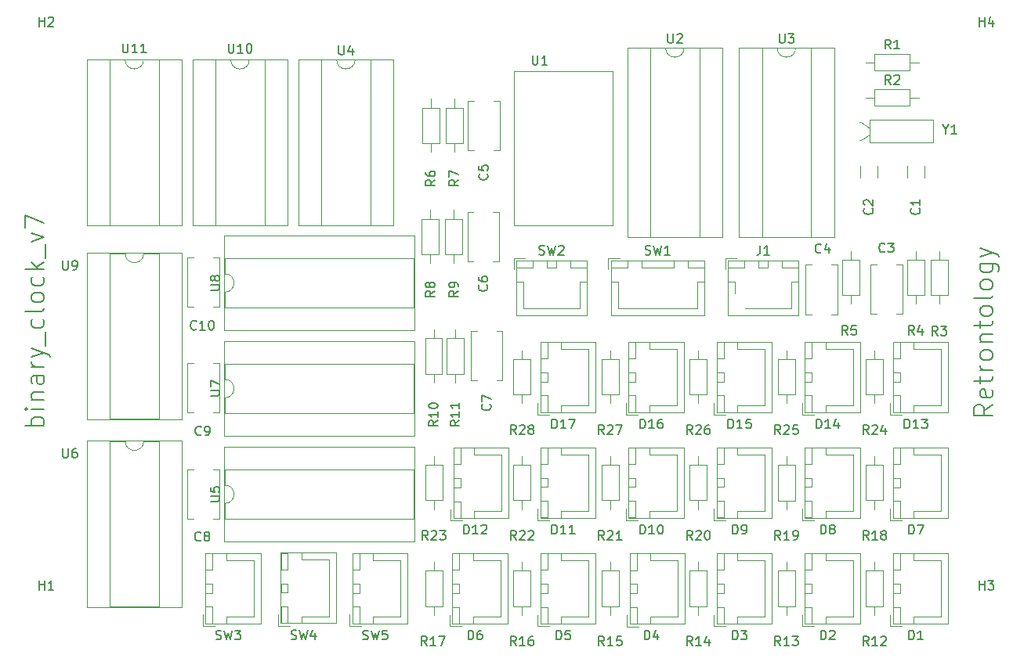
<source format=gbr>
G04 #@! TF.GenerationSoftware,KiCad,Pcbnew,7.0.1*
G04 #@! TF.CreationDate,2023-04-19T15:00:59-05:00*
G04 #@! TF.ProjectId,binary_clock,62696e61-7279-45f6-936c-6f636b2e6b69,rev?*
G04 #@! TF.SameCoordinates,Original*
G04 #@! TF.FileFunction,Legend,Top*
G04 #@! TF.FilePolarity,Positive*
%FSLAX46Y46*%
G04 Gerber Fmt 4.6, Leading zero omitted, Abs format (unit mm)*
G04 Created by KiCad (PCBNEW 7.0.1) date 2023-04-19 15:00:59*
%MOMM*%
%LPD*%
G01*
G04 APERTURE LIST*
%ADD10C,0.200000*%
%ADD11C,0.150000*%
%ADD12C,0.120000*%
G04 APERTURE END LIST*
D10*
X191181973Y-109027059D02*
X190229592Y-109693726D01*
X191181973Y-110169916D02*
X189181973Y-110169916D01*
X189181973Y-110169916D02*
X189181973Y-109408011D01*
X189181973Y-109408011D02*
X189277211Y-109217535D01*
X189277211Y-109217535D02*
X189372449Y-109122297D01*
X189372449Y-109122297D02*
X189562925Y-109027059D01*
X189562925Y-109027059D02*
X189848639Y-109027059D01*
X189848639Y-109027059D02*
X190039115Y-109122297D01*
X190039115Y-109122297D02*
X190134354Y-109217535D01*
X190134354Y-109217535D02*
X190229592Y-109408011D01*
X190229592Y-109408011D02*
X190229592Y-110169916D01*
X191086735Y-107408011D02*
X191181973Y-107598487D01*
X191181973Y-107598487D02*
X191181973Y-107979440D01*
X191181973Y-107979440D02*
X191086735Y-108169916D01*
X191086735Y-108169916D02*
X190896258Y-108265154D01*
X190896258Y-108265154D02*
X190134354Y-108265154D01*
X190134354Y-108265154D02*
X189943877Y-108169916D01*
X189943877Y-108169916D02*
X189848639Y-107979440D01*
X189848639Y-107979440D02*
X189848639Y-107598487D01*
X189848639Y-107598487D02*
X189943877Y-107408011D01*
X189943877Y-107408011D02*
X190134354Y-107312773D01*
X190134354Y-107312773D02*
X190324830Y-107312773D01*
X190324830Y-107312773D02*
X190515306Y-108265154D01*
X189848639Y-106741344D02*
X189848639Y-105979440D01*
X189181973Y-106455630D02*
X190896258Y-106455630D01*
X190896258Y-106455630D02*
X191086735Y-106360392D01*
X191086735Y-106360392D02*
X191181973Y-106169916D01*
X191181973Y-106169916D02*
X191181973Y-105979440D01*
X191181973Y-105312773D02*
X189848639Y-105312773D01*
X190229592Y-105312773D02*
X190039115Y-105217535D01*
X190039115Y-105217535D02*
X189943877Y-105122297D01*
X189943877Y-105122297D02*
X189848639Y-104931821D01*
X189848639Y-104931821D02*
X189848639Y-104741344D01*
X191181973Y-103788964D02*
X191086735Y-103979440D01*
X191086735Y-103979440D02*
X190991496Y-104074678D01*
X190991496Y-104074678D02*
X190801020Y-104169916D01*
X190801020Y-104169916D02*
X190229592Y-104169916D01*
X190229592Y-104169916D02*
X190039115Y-104074678D01*
X190039115Y-104074678D02*
X189943877Y-103979440D01*
X189943877Y-103979440D02*
X189848639Y-103788964D01*
X189848639Y-103788964D02*
X189848639Y-103503249D01*
X189848639Y-103503249D02*
X189943877Y-103312773D01*
X189943877Y-103312773D02*
X190039115Y-103217535D01*
X190039115Y-103217535D02*
X190229592Y-103122297D01*
X190229592Y-103122297D02*
X190801020Y-103122297D01*
X190801020Y-103122297D02*
X190991496Y-103217535D01*
X190991496Y-103217535D02*
X191086735Y-103312773D01*
X191086735Y-103312773D02*
X191181973Y-103503249D01*
X191181973Y-103503249D02*
X191181973Y-103788964D01*
X189848639Y-102265154D02*
X191181973Y-102265154D01*
X190039115Y-102265154D02*
X189943877Y-102169916D01*
X189943877Y-102169916D02*
X189848639Y-101979440D01*
X189848639Y-101979440D02*
X189848639Y-101693725D01*
X189848639Y-101693725D02*
X189943877Y-101503249D01*
X189943877Y-101503249D02*
X190134354Y-101408011D01*
X190134354Y-101408011D02*
X191181973Y-101408011D01*
X189848639Y-100741344D02*
X189848639Y-99979440D01*
X189181973Y-100455630D02*
X190896258Y-100455630D01*
X190896258Y-100455630D02*
X191086735Y-100360392D01*
X191086735Y-100360392D02*
X191181973Y-100169916D01*
X191181973Y-100169916D02*
X191181973Y-99979440D01*
X191181973Y-99027059D02*
X191086735Y-99217535D01*
X191086735Y-99217535D02*
X190991496Y-99312773D01*
X190991496Y-99312773D02*
X190801020Y-99408011D01*
X190801020Y-99408011D02*
X190229592Y-99408011D01*
X190229592Y-99408011D02*
X190039115Y-99312773D01*
X190039115Y-99312773D02*
X189943877Y-99217535D01*
X189943877Y-99217535D02*
X189848639Y-99027059D01*
X189848639Y-99027059D02*
X189848639Y-98741344D01*
X189848639Y-98741344D02*
X189943877Y-98550868D01*
X189943877Y-98550868D02*
X190039115Y-98455630D01*
X190039115Y-98455630D02*
X190229592Y-98360392D01*
X190229592Y-98360392D02*
X190801020Y-98360392D01*
X190801020Y-98360392D02*
X190991496Y-98455630D01*
X190991496Y-98455630D02*
X191086735Y-98550868D01*
X191086735Y-98550868D02*
X191181973Y-98741344D01*
X191181973Y-98741344D02*
X191181973Y-99027059D01*
X191181973Y-97217535D02*
X191086735Y-97408011D01*
X191086735Y-97408011D02*
X190896258Y-97503249D01*
X190896258Y-97503249D02*
X189181973Y-97503249D01*
X191181973Y-96169916D02*
X191086735Y-96360392D01*
X191086735Y-96360392D02*
X190991496Y-96455630D01*
X190991496Y-96455630D02*
X190801020Y-96550868D01*
X190801020Y-96550868D02*
X190229592Y-96550868D01*
X190229592Y-96550868D02*
X190039115Y-96455630D01*
X190039115Y-96455630D02*
X189943877Y-96360392D01*
X189943877Y-96360392D02*
X189848639Y-96169916D01*
X189848639Y-96169916D02*
X189848639Y-95884201D01*
X189848639Y-95884201D02*
X189943877Y-95693725D01*
X189943877Y-95693725D02*
X190039115Y-95598487D01*
X190039115Y-95598487D02*
X190229592Y-95503249D01*
X190229592Y-95503249D02*
X190801020Y-95503249D01*
X190801020Y-95503249D02*
X190991496Y-95598487D01*
X190991496Y-95598487D02*
X191086735Y-95693725D01*
X191086735Y-95693725D02*
X191181973Y-95884201D01*
X191181973Y-95884201D02*
X191181973Y-96169916D01*
X189848639Y-93788963D02*
X191467687Y-93788963D01*
X191467687Y-93788963D02*
X191658163Y-93884201D01*
X191658163Y-93884201D02*
X191753401Y-93979439D01*
X191753401Y-93979439D02*
X191848639Y-94169916D01*
X191848639Y-94169916D02*
X191848639Y-94455630D01*
X191848639Y-94455630D02*
X191753401Y-94646106D01*
X191086735Y-93788963D02*
X191181973Y-93979439D01*
X191181973Y-93979439D02*
X191181973Y-94360392D01*
X191181973Y-94360392D02*
X191086735Y-94550868D01*
X191086735Y-94550868D02*
X190991496Y-94646106D01*
X190991496Y-94646106D02*
X190801020Y-94741344D01*
X190801020Y-94741344D02*
X190229592Y-94741344D01*
X190229592Y-94741344D02*
X190039115Y-94646106D01*
X190039115Y-94646106D02*
X189943877Y-94550868D01*
X189943877Y-94550868D02*
X189848639Y-94360392D01*
X189848639Y-94360392D02*
X189848639Y-93979439D01*
X189848639Y-93979439D02*
X189943877Y-93788963D01*
X189848639Y-93027058D02*
X191181973Y-92550868D01*
X189848639Y-92074677D02*
X191181973Y-92550868D01*
X191181973Y-92550868D02*
X191658163Y-92741344D01*
X191658163Y-92741344D02*
X191753401Y-92836582D01*
X191753401Y-92836582D02*
X191848639Y-93027058D01*
X88655238Y-111283809D02*
X86655238Y-111283809D01*
X87417142Y-111283809D02*
X87321904Y-111093333D01*
X87321904Y-111093333D02*
X87321904Y-110712380D01*
X87321904Y-110712380D02*
X87417142Y-110521904D01*
X87417142Y-110521904D02*
X87512380Y-110426666D01*
X87512380Y-110426666D02*
X87702857Y-110331428D01*
X87702857Y-110331428D02*
X88274285Y-110331428D01*
X88274285Y-110331428D02*
X88464761Y-110426666D01*
X88464761Y-110426666D02*
X88560000Y-110521904D01*
X88560000Y-110521904D02*
X88655238Y-110712380D01*
X88655238Y-110712380D02*
X88655238Y-111093333D01*
X88655238Y-111093333D02*
X88560000Y-111283809D01*
X88655238Y-109474285D02*
X87321904Y-109474285D01*
X86655238Y-109474285D02*
X86750476Y-109569523D01*
X86750476Y-109569523D02*
X86845714Y-109474285D01*
X86845714Y-109474285D02*
X86750476Y-109379047D01*
X86750476Y-109379047D02*
X86655238Y-109474285D01*
X86655238Y-109474285D02*
X86845714Y-109474285D01*
X87321904Y-108521904D02*
X88655238Y-108521904D01*
X87512380Y-108521904D02*
X87417142Y-108426666D01*
X87417142Y-108426666D02*
X87321904Y-108236190D01*
X87321904Y-108236190D02*
X87321904Y-107950475D01*
X87321904Y-107950475D02*
X87417142Y-107759999D01*
X87417142Y-107759999D02*
X87607619Y-107664761D01*
X87607619Y-107664761D02*
X88655238Y-107664761D01*
X88655238Y-105855237D02*
X87607619Y-105855237D01*
X87607619Y-105855237D02*
X87417142Y-105950475D01*
X87417142Y-105950475D02*
X87321904Y-106140951D01*
X87321904Y-106140951D02*
X87321904Y-106521904D01*
X87321904Y-106521904D02*
X87417142Y-106712380D01*
X88560000Y-105855237D02*
X88655238Y-106045713D01*
X88655238Y-106045713D02*
X88655238Y-106521904D01*
X88655238Y-106521904D02*
X88560000Y-106712380D01*
X88560000Y-106712380D02*
X88369523Y-106807618D01*
X88369523Y-106807618D02*
X88179047Y-106807618D01*
X88179047Y-106807618D02*
X87988571Y-106712380D01*
X87988571Y-106712380D02*
X87893333Y-106521904D01*
X87893333Y-106521904D02*
X87893333Y-106045713D01*
X87893333Y-106045713D02*
X87798095Y-105855237D01*
X88655238Y-104902856D02*
X87321904Y-104902856D01*
X87702857Y-104902856D02*
X87512380Y-104807618D01*
X87512380Y-104807618D02*
X87417142Y-104712380D01*
X87417142Y-104712380D02*
X87321904Y-104521904D01*
X87321904Y-104521904D02*
X87321904Y-104331427D01*
X87321904Y-103855237D02*
X88655238Y-103379047D01*
X87321904Y-102902856D02*
X88655238Y-103379047D01*
X88655238Y-103379047D02*
X89131428Y-103569523D01*
X89131428Y-103569523D02*
X89226666Y-103664761D01*
X89226666Y-103664761D02*
X89321904Y-103855237D01*
X88845714Y-102617142D02*
X88845714Y-101093332D01*
X88560000Y-99759998D02*
X88655238Y-99950474D01*
X88655238Y-99950474D02*
X88655238Y-100331427D01*
X88655238Y-100331427D02*
X88560000Y-100521903D01*
X88560000Y-100521903D02*
X88464761Y-100617141D01*
X88464761Y-100617141D02*
X88274285Y-100712379D01*
X88274285Y-100712379D02*
X87702857Y-100712379D01*
X87702857Y-100712379D02*
X87512380Y-100617141D01*
X87512380Y-100617141D02*
X87417142Y-100521903D01*
X87417142Y-100521903D02*
X87321904Y-100331427D01*
X87321904Y-100331427D02*
X87321904Y-99950474D01*
X87321904Y-99950474D02*
X87417142Y-99759998D01*
X88655238Y-98617141D02*
X88560000Y-98807617D01*
X88560000Y-98807617D02*
X88369523Y-98902855D01*
X88369523Y-98902855D02*
X86655238Y-98902855D01*
X88655238Y-97569522D02*
X88560000Y-97759998D01*
X88560000Y-97759998D02*
X88464761Y-97855236D01*
X88464761Y-97855236D02*
X88274285Y-97950474D01*
X88274285Y-97950474D02*
X87702857Y-97950474D01*
X87702857Y-97950474D02*
X87512380Y-97855236D01*
X87512380Y-97855236D02*
X87417142Y-97759998D01*
X87417142Y-97759998D02*
X87321904Y-97569522D01*
X87321904Y-97569522D02*
X87321904Y-97283807D01*
X87321904Y-97283807D02*
X87417142Y-97093331D01*
X87417142Y-97093331D02*
X87512380Y-96998093D01*
X87512380Y-96998093D02*
X87702857Y-96902855D01*
X87702857Y-96902855D02*
X88274285Y-96902855D01*
X88274285Y-96902855D02*
X88464761Y-96998093D01*
X88464761Y-96998093D02*
X88560000Y-97093331D01*
X88560000Y-97093331D02*
X88655238Y-97283807D01*
X88655238Y-97283807D02*
X88655238Y-97569522D01*
X88560000Y-95188569D02*
X88655238Y-95379045D01*
X88655238Y-95379045D02*
X88655238Y-95759998D01*
X88655238Y-95759998D02*
X88560000Y-95950474D01*
X88560000Y-95950474D02*
X88464761Y-96045712D01*
X88464761Y-96045712D02*
X88274285Y-96140950D01*
X88274285Y-96140950D02*
X87702857Y-96140950D01*
X87702857Y-96140950D02*
X87512380Y-96045712D01*
X87512380Y-96045712D02*
X87417142Y-95950474D01*
X87417142Y-95950474D02*
X87321904Y-95759998D01*
X87321904Y-95759998D02*
X87321904Y-95379045D01*
X87321904Y-95379045D02*
X87417142Y-95188569D01*
X88655238Y-94331426D02*
X86655238Y-94331426D01*
X87893333Y-94140950D02*
X88655238Y-93569521D01*
X87321904Y-93569521D02*
X88083809Y-94331426D01*
X88845714Y-93188569D02*
X88845714Y-91664759D01*
X87321904Y-91379044D02*
X88655238Y-90902854D01*
X88655238Y-90902854D02*
X87321904Y-90426663D01*
X86655238Y-89855234D02*
X86655238Y-88521901D01*
X86655238Y-88521901D02*
X88655238Y-89379044D01*
D11*
G04 #@! TO.C,D11*
X143565714Y-123017619D02*
X143565714Y-122017619D01*
X143565714Y-122017619D02*
X143803809Y-122017619D01*
X143803809Y-122017619D02*
X143946666Y-122065238D01*
X143946666Y-122065238D02*
X144041904Y-122160476D01*
X144041904Y-122160476D02*
X144089523Y-122255714D01*
X144089523Y-122255714D02*
X144137142Y-122446190D01*
X144137142Y-122446190D02*
X144137142Y-122589047D01*
X144137142Y-122589047D02*
X144089523Y-122779523D01*
X144089523Y-122779523D02*
X144041904Y-122874761D01*
X144041904Y-122874761D02*
X143946666Y-122970000D01*
X143946666Y-122970000D02*
X143803809Y-123017619D01*
X143803809Y-123017619D02*
X143565714Y-123017619D01*
X145089523Y-123017619D02*
X144518095Y-123017619D01*
X144803809Y-123017619D02*
X144803809Y-122017619D01*
X144803809Y-122017619D02*
X144708571Y-122160476D01*
X144708571Y-122160476D02*
X144613333Y-122255714D01*
X144613333Y-122255714D02*
X144518095Y-122303333D01*
X146041904Y-123017619D02*
X145470476Y-123017619D01*
X145756190Y-123017619D02*
X145756190Y-122017619D01*
X145756190Y-122017619D02*
X145660952Y-122160476D01*
X145660952Y-122160476D02*
X145565714Y-122255714D01*
X145565714Y-122255714D02*
X145470476Y-122303333D01*
G04 #@! TO.C,R11*
X133573519Y-110738057D02*
X133097328Y-111071390D01*
X133573519Y-111309485D02*
X132573519Y-111309485D01*
X132573519Y-111309485D02*
X132573519Y-110928533D01*
X132573519Y-110928533D02*
X132621138Y-110833295D01*
X132621138Y-110833295D02*
X132668757Y-110785676D01*
X132668757Y-110785676D02*
X132763995Y-110738057D01*
X132763995Y-110738057D02*
X132906852Y-110738057D01*
X132906852Y-110738057D02*
X133002090Y-110785676D01*
X133002090Y-110785676D02*
X133049709Y-110833295D01*
X133049709Y-110833295D02*
X133097328Y-110928533D01*
X133097328Y-110928533D02*
X133097328Y-111309485D01*
X133573519Y-109785676D02*
X133573519Y-110357104D01*
X133573519Y-110071390D02*
X132573519Y-110071390D01*
X132573519Y-110071390D02*
X132716376Y-110166628D01*
X132716376Y-110166628D02*
X132811614Y-110261866D01*
X132811614Y-110261866D02*
X132859233Y-110357104D01*
X133573519Y-108833295D02*
X133573519Y-109404723D01*
X133573519Y-109119009D02*
X132573519Y-109119009D01*
X132573519Y-109119009D02*
X132716376Y-109214247D01*
X132716376Y-109214247D02*
X132811614Y-109309485D01*
X132811614Y-109309485D02*
X132859233Y-109404723D01*
G04 #@! TO.C,U2*
X156083095Y-68887619D02*
X156083095Y-69697142D01*
X156083095Y-69697142D02*
X156130714Y-69792380D01*
X156130714Y-69792380D02*
X156178333Y-69840000D01*
X156178333Y-69840000D02*
X156273571Y-69887619D01*
X156273571Y-69887619D02*
X156464047Y-69887619D01*
X156464047Y-69887619D02*
X156559285Y-69840000D01*
X156559285Y-69840000D02*
X156606904Y-69792380D01*
X156606904Y-69792380D02*
X156654523Y-69697142D01*
X156654523Y-69697142D02*
X156654523Y-68887619D01*
X157083095Y-68982857D02*
X157130714Y-68935238D01*
X157130714Y-68935238D02*
X157225952Y-68887619D01*
X157225952Y-68887619D02*
X157464047Y-68887619D01*
X157464047Y-68887619D02*
X157559285Y-68935238D01*
X157559285Y-68935238D02*
X157606904Y-68982857D01*
X157606904Y-68982857D02*
X157654523Y-69078095D01*
X157654523Y-69078095D02*
X157654523Y-69173333D01*
X157654523Y-69173333D02*
X157606904Y-69316190D01*
X157606904Y-69316190D02*
X157035476Y-69887619D01*
X157035476Y-69887619D02*
X157654523Y-69887619D01*
G04 #@! TO.C,R13*
X168267142Y-135082619D02*
X167933809Y-134606428D01*
X167695714Y-135082619D02*
X167695714Y-134082619D01*
X167695714Y-134082619D02*
X168076666Y-134082619D01*
X168076666Y-134082619D02*
X168171904Y-134130238D01*
X168171904Y-134130238D02*
X168219523Y-134177857D01*
X168219523Y-134177857D02*
X168267142Y-134273095D01*
X168267142Y-134273095D02*
X168267142Y-134415952D01*
X168267142Y-134415952D02*
X168219523Y-134511190D01*
X168219523Y-134511190D02*
X168171904Y-134558809D01*
X168171904Y-134558809D02*
X168076666Y-134606428D01*
X168076666Y-134606428D02*
X167695714Y-134606428D01*
X169219523Y-135082619D02*
X168648095Y-135082619D01*
X168933809Y-135082619D02*
X168933809Y-134082619D01*
X168933809Y-134082619D02*
X168838571Y-134225476D01*
X168838571Y-134225476D02*
X168743333Y-134320714D01*
X168743333Y-134320714D02*
X168648095Y-134368333D01*
X169552857Y-134082619D02*
X170171904Y-134082619D01*
X170171904Y-134082619D02*
X169838571Y-134463571D01*
X169838571Y-134463571D02*
X169981428Y-134463571D01*
X169981428Y-134463571D02*
X170076666Y-134511190D01*
X170076666Y-134511190D02*
X170124285Y-134558809D01*
X170124285Y-134558809D02*
X170171904Y-134654047D01*
X170171904Y-134654047D02*
X170171904Y-134892142D01*
X170171904Y-134892142D02*
X170124285Y-134987380D01*
X170124285Y-134987380D02*
X170076666Y-135035000D01*
X170076666Y-135035000D02*
X169981428Y-135082619D01*
X169981428Y-135082619D02*
X169695714Y-135082619D01*
X169695714Y-135082619D02*
X169600476Y-135035000D01*
X169600476Y-135035000D02*
X169552857Y-134987380D01*
G04 #@! TO.C,H2*
X88138095Y-68082619D02*
X88138095Y-67082619D01*
X88138095Y-67558809D02*
X88709523Y-67558809D01*
X88709523Y-68082619D02*
X88709523Y-67082619D01*
X89138095Y-67177857D02*
X89185714Y-67130238D01*
X89185714Y-67130238D02*
X89280952Y-67082619D01*
X89280952Y-67082619D02*
X89519047Y-67082619D01*
X89519047Y-67082619D02*
X89614285Y-67130238D01*
X89614285Y-67130238D02*
X89661904Y-67177857D01*
X89661904Y-67177857D02*
X89709523Y-67273095D01*
X89709523Y-67273095D02*
X89709523Y-67368333D01*
X89709523Y-67368333D02*
X89661904Y-67511190D01*
X89661904Y-67511190D02*
X89090476Y-68082619D01*
X89090476Y-68082619D02*
X89709523Y-68082619D01*
G04 #@! TO.C,R2*
X180183333Y-74342619D02*
X179850000Y-73866428D01*
X179611905Y-74342619D02*
X179611905Y-73342619D01*
X179611905Y-73342619D02*
X179992857Y-73342619D01*
X179992857Y-73342619D02*
X180088095Y-73390238D01*
X180088095Y-73390238D02*
X180135714Y-73437857D01*
X180135714Y-73437857D02*
X180183333Y-73533095D01*
X180183333Y-73533095D02*
X180183333Y-73675952D01*
X180183333Y-73675952D02*
X180135714Y-73771190D01*
X180135714Y-73771190D02*
X180088095Y-73818809D01*
X180088095Y-73818809D02*
X179992857Y-73866428D01*
X179992857Y-73866428D02*
X179611905Y-73866428D01*
X180564286Y-73437857D02*
X180611905Y-73390238D01*
X180611905Y-73390238D02*
X180707143Y-73342619D01*
X180707143Y-73342619D02*
X180945238Y-73342619D01*
X180945238Y-73342619D02*
X181040476Y-73390238D01*
X181040476Y-73390238D02*
X181088095Y-73437857D01*
X181088095Y-73437857D02*
X181135714Y-73533095D01*
X181135714Y-73533095D02*
X181135714Y-73628333D01*
X181135714Y-73628333D02*
X181088095Y-73771190D01*
X181088095Y-73771190D02*
X180516667Y-74342619D01*
X180516667Y-74342619D02*
X181135714Y-74342619D01*
G04 #@! TO.C,R1*
X180173333Y-70517619D02*
X179840000Y-70041428D01*
X179601905Y-70517619D02*
X179601905Y-69517619D01*
X179601905Y-69517619D02*
X179982857Y-69517619D01*
X179982857Y-69517619D02*
X180078095Y-69565238D01*
X180078095Y-69565238D02*
X180125714Y-69612857D01*
X180125714Y-69612857D02*
X180173333Y-69708095D01*
X180173333Y-69708095D02*
X180173333Y-69850952D01*
X180173333Y-69850952D02*
X180125714Y-69946190D01*
X180125714Y-69946190D02*
X180078095Y-69993809D01*
X180078095Y-69993809D02*
X179982857Y-70041428D01*
X179982857Y-70041428D02*
X179601905Y-70041428D01*
X181125714Y-70517619D02*
X180554286Y-70517619D01*
X180840000Y-70517619D02*
X180840000Y-69517619D01*
X180840000Y-69517619D02*
X180744762Y-69660476D01*
X180744762Y-69660476D02*
X180649524Y-69755714D01*
X180649524Y-69755714D02*
X180554286Y-69803333D01*
G04 #@! TO.C,R23*
X130167142Y-123652619D02*
X129833809Y-123176428D01*
X129595714Y-123652619D02*
X129595714Y-122652619D01*
X129595714Y-122652619D02*
X129976666Y-122652619D01*
X129976666Y-122652619D02*
X130071904Y-122700238D01*
X130071904Y-122700238D02*
X130119523Y-122747857D01*
X130119523Y-122747857D02*
X130167142Y-122843095D01*
X130167142Y-122843095D02*
X130167142Y-122985952D01*
X130167142Y-122985952D02*
X130119523Y-123081190D01*
X130119523Y-123081190D02*
X130071904Y-123128809D01*
X130071904Y-123128809D02*
X129976666Y-123176428D01*
X129976666Y-123176428D02*
X129595714Y-123176428D01*
X130548095Y-122747857D02*
X130595714Y-122700238D01*
X130595714Y-122700238D02*
X130690952Y-122652619D01*
X130690952Y-122652619D02*
X130929047Y-122652619D01*
X130929047Y-122652619D02*
X131024285Y-122700238D01*
X131024285Y-122700238D02*
X131071904Y-122747857D01*
X131071904Y-122747857D02*
X131119523Y-122843095D01*
X131119523Y-122843095D02*
X131119523Y-122938333D01*
X131119523Y-122938333D02*
X131071904Y-123081190D01*
X131071904Y-123081190D02*
X130500476Y-123652619D01*
X130500476Y-123652619D02*
X131119523Y-123652619D01*
X131452857Y-122652619D02*
X132071904Y-122652619D01*
X132071904Y-122652619D02*
X131738571Y-123033571D01*
X131738571Y-123033571D02*
X131881428Y-123033571D01*
X131881428Y-123033571D02*
X131976666Y-123081190D01*
X131976666Y-123081190D02*
X132024285Y-123128809D01*
X132024285Y-123128809D02*
X132071904Y-123224047D01*
X132071904Y-123224047D02*
X132071904Y-123462142D01*
X132071904Y-123462142D02*
X132024285Y-123557380D01*
X132024285Y-123557380D02*
X131976666Y-123605000D01*
X131976666Y-123605000D02*
X131881428Y-123652619D01*
X131881428Y-123652619D02*
X131595714Y-123652619D01*
X131595714Y-123652619D02*
X131500476Y-123605000D01*
X131500476Y-123605000D02*
X131452857Y-123557380D01*
G04 #@! TO.C,R18*
X177792142Y-123652619D02*
X177458809Y-123176428D01*
X177220714Y-123652619D02*
X177220714Y-122652619D01*
X177220714Y-122652619D02*
X177601666Y-122652619D01*
X177601666Y-122652619D02*
X177696904Y-122700238D01*
X177696904Y-122700238D02*
X177744523Y-122747857D01*
X177744523Y-122747857D02*
X177792142Y-122843095D01*
X177792142Y-122843095D02*
X177792142Y-122985952D01*
X177792142Y-122985952D02*
X177744523Y-123081190D01*
X177744523Y-123081190D02*
X177696904Y-123128809D01*
X177696904Y-123128809D02*
X177601666Y-123176428D01*
X177601666Y-123176428D02*
X177220714Y-123176428D01*
X178744523Y-123652619D02*
X178173095Y-123652619D01*
X178458809Y-123652619D02*
X178458809Y-122652619D01*
X178458809Y-122652619D02*
X178363571Y-122795476D01*
X178363571Y-122795476D02*
X178268333Y-122890714D01*
X178268333Y-122890714D02*
X178173095Y-122938333D01*
X179315952Y-123081190D02*
X179220714Y-123033571D01*
X179220714Y-123033571D02*
X179173095Y-122985952D01*
X179173095Y-122985952D02*
X179125476Y-122890714D01*
X179125476Y-122890714D02*
X179125476Y-122843095D01*
X179125476Y-122843095D02*
X179173095Y-122747857D01*
X179173095Y-122747857D02*
X179220714Y-122700238D01*
X179220714Y-122700238D02*
X179315952Y-122652619D01*
X179315952Y-122652619D02*
X179506428Y-122652619D01*
X179506428Y-122652619D02*
X179601666Y-122700238D01*
X179601666Y-122700238D02*
X179649285Y-122747857D01*
X179649285Y-122747857D02*
X179696904Y-122843095D01*
X179696904Y-122843095D02*
X179696904Y-122890714D01*
X179696904Y-122890714D02*
X179649285Y-122985952D01*
X179649285Y-122985952D02*
X179601666Y-123033571D01*
X179601666Y-123033571D02*
X179506428Y-123081190D01*
X179506428Y-123081190D02*
X179315952Y-123081190D01*
X179315952Y-123081190D02*
X179220714Y-123128809D01*
X179220714Y-123128809D02*
X179173095Y-123176428D01*
X179173095Y-123176428D02*
X179125476Y-123271666D01*
X179125476Y-123271666D02*
X179125476Y-123462142D01*
X179125476Y-123462142D02*
X179173095Y-123557380D01*
X179173095Y-123557380D02*
X179220714Y-123605000D01*
X179220714Y-123605000D02*
X179315952Y-123652619D01*
X179315952Y-123652619D02*
X179506428Y-123652619D01*
X179506428Y-123652619D02*
X179601666Y-123605000D01*
X179601666Y-123605000D02*
X179649285Y-123557380D01*
X179649285Y-123557380D02*
X179696904Y-123462142D01*
X179696904Y-123462142D02*
X179696904Y-123271666D01*
X179696904Y-123271666D02*
X179649285Y-123176428D01*
X179649285Y-123176428D02*
X179601666Y-123128809D01*
X179601666Y-123128809D02*
X179506428Y-123081190D01*
G04 #@! TO.C,C2*
X178167380Y-87796666D02*
X178215000Y-87844285D01*
X178215000Y-87844285D02*
X178262619Y-87987142D01*
X178262619Y-87987142D02*
X178262619Y-88082380D01*
X178262619Y-88082380D02*
X178215000Y-88225237D01*
X178215000Y-88225237D02*
X178119761Y-88320475D01*
X178119761Y-88320475D02*
X178024523Y-88368094D01*
X178024523Y-88368094D02*
X177834047Y-88415713D01*
X177834047Y-88415713D02*
X177691190Y-88415713D01*
X177691190Y-88415713D02*
X177500714Y-88368094D01*
X177500714Y-88368094D02*
X177405476Y-88320475D01*
X177405476Y-88320475D02*
X177310238Y-88225237D01*
X177310238Y-88225237D02*
X177262619Y-88082380D01*
X177262619Y-88082380D02*
X177262619Y-87987142D01*
X177262619Y-87987142D02*
X177310238Y-87844285D01*
X177310238Y-87844285D02*
X177357857Y-87796666D01*
X177357857Y-87415713D02*
X177310238Y-87368094D01*
X177310238Y-87368094D02*
X177262619Y-87272856D01*
X177262619Y-87272856D02*
X177262619Y-87034761D01*
X177262619Y-87034761D02*
X177310238Y-86939523D01*
X177310238Y-86939523D02*
X177357857Y-86891904D01*
X177357857Y-86891904D02*
X177453095Y-86844285D01*
X177453095Y-86844285D02*
X177548333Y-86844285D01*
X177548333Y-86844285D02*
X177691190Y-86891904D01*
X177691190Y-86891904D02*
X178262619Y-87463332D01*
X178262619Y-87463332D02*
X178262619Y-86844285D01*
G04 #@! TO.C,R16*
X139692142Y-135082619D02*
X139358809Y-134606428D01*
X139120714Y-135082619D02*
X139120714Y-134082619D01*
X139120714Y-134082619D02*
X139501666Y-134082619D01*
X139501666Y-134082619D02*
X139596904Y-134130238D01*
X139596904Y-134130238D02*
X139644523Y-134177857D01*
X139644523Y-134177857D02*
X139692142Y-134273095D01*
X139692142Y-134273095D02*
X139692142Y-134415952D01*
X139692142Y-134415952D02*
X139644523Y-134511190D01*
X139644523Y-134511190D02*
X139596904Y-134558809D01*
X139596904Y-134558809D02*
X139501666Y-134606428D01*
X139501666Y-134606428D02*
X139120714Y-134606428D01*
X140644523Y-135082619D02*
X140073095Y-135082619D01*
X140358809Y-135082619D02*
X140358809Y-134082619D01*
X140358809Y-134082619D02*
X140263571Y-134225476D01*
X140263571Y-134225476D02*
X140168333Y-134320714D01*
X140168333Y-134320714D02*
X140073095Y-134368333D01*
X141501666Y-134082619D02*
X141311190Y-134082619D01*
X141311190Y-134082619D02*
X141215952Y-134130238D01*
X141215952Y-134130238D02*
X141168333Y-134177857D01*
X141168333Y-134177857D02*
X141073095Y-134320714D01*
X141073095Y-134320714D02*
X141025476Y-134511190D01*
X141025476Y-134511190D02*
X141025476Y-134892142D01*
X141025476Y-134892142D02*
X141073095Y-134987380D01*
X141073095Y-134987380D02*
X141120714Y-135035000D01*
X141120714Y-135035000D02*
X141215952Y-135082619D01*
X141215952Y-135082619D02*
X141406428Y-135082619D01*
X141406428Y-135082619D02*
X141501666Y-135035000D01*
X141501666Y-135035000D02*
X141549285Y-134987380D01*
X141549285Y-134987380D02*
X141596904Y-134892142D01*
X141596904Y-134892142D02*
X141596904Y-134654047D01*
X141596904Y-134654047D02*
X141549285Y-134558809D01*
X141549285Y-134558809D02*
X141501666Y-134511190D01*
X141501666Y-134511190D02*
X141406428Y-134463571D01*
X141406428Y-134463571D02*
X141215952Y-134463571D01*
X141215952Y-134463571D02*
X141120714Y-134511190D01*
X141120714Y-134511190D02*
X141073095Y-134558809D01*
X141073095Y-134558809D02*
X141025476Y-134654047D01*
G04 #@! TO.C,H1*
X88138095Y-129042619D02*
X88138095Y-128042619D01*
X88138095Y-128518809D02*
X88709523Y-128518809D01*
X88709523Y-129042619D02*
X88709523Y-128042619D01*
X89709523Y-129042619D02*
X89138095Y-129042619D01*
X89423809Y-129042619D02*
X89423809Y-128042619D01*
X89423809Y-128042619D02*
X89328571Y-128185476D01*
X89328571Y-128185476D02*
X89233333Y-128280714D01*
X89233333Y-128280714D02*
X89138095Y-128328333D01*
G04 #@! TO.C,H4*
X189738095Y-68082619D02*
X189738095Y-67082619D01*
X189738095Y-67558809D02*
X190309523Y-67558809D01*
X190309523Y-68082619D02*
X190309523Y-67082619D01*
X191214285Y-67415952D02*
X191214285Y-68082619D01*
X190976190Y-67035000D02*
X190738095Y-67749285D01*
X190738095Y-67749285D02*
X191357142Y-67749285D01*
G04 #@! TO.C,J1*
X166056666Y-91797619D02*
X166056666Y-92511904D01*
X166056666Y-92511904D02*
X166009047Y-92654761D01*
X166009047Y-92654761D02*
X165913809Y-92750000D01*
X165913809Y-92750000D02*
X165770952Y-92797619D01*
X165770952Y-92797619D02*
X165675714Y-92797619D01*
X167056666Y-92797619D02*
X166485238Y-92797619D01*
X166770952Y-92797619D02*
X166770952Y-91797619D01*
X166770952Y-91797619D02*
X166675714Y-91940476D01*
X166675714Y-91940476D02*
X166580476Y-92035714D01*
X166580476Y-92035714D02*
X166485238Y-92083333D01*
G04 #@! TO.C,D13*
X181665714Y-111587619D02*
X181665714Y-110587619D01*
X181665714Y-110587619D02*
X181903809Y-110587619D01*
X181903809Y-110587619D02*
X182046666Y-110635238D01*
X182046666Y-110635238D02*
X182141904Y-110730476D01*
X182141904Y-110730476D02*
X182189523Y-110825714D01*
X182189523Y-110825714D02*
X182237142Y-111016190D01*
X182237142Y-111016190D02*
X182237142Y-111159047D01*
X182237142Y-111159047D02*
X182189523Y-111349523D01*
X182189523Y-111349523D02*
X182141904Y-111444761D01*
X182141904Y-111444761D02*
X182046666Y-111540000D01*
X182046666Y-111540000D02*
X181903809Y-111587619D01*
X181903809Y-111587619D02*
X181665714Y-111587619D01*
X183189523Y-111587619D02*
X182618095Y-111587619D01*
X182903809Y-111587619D02*
X182903809Y-110587619D01*
X182903809Y-110587619D02*
X182808571Y-110730476D01*
X182808571Y-110730476D02*
X182713333Y-110825714D01*
X182713333Y-110825714D02*
X182618095Y-110873333D01*
X183522857Y-110587619D02*
X184141904Y-110587619D01*
X184141904Y-110587619D02*
X183808571Y-110968571D01*
X183808571Y-110968571D02*
X183951428Y-110968571D01*
X183951428Y-110968571D02*
X184046666Y-111016190D01*
X184046666Y-111016190D02*
X184094285Y-111063809D01*
X184094285Y-111063809D02*
X184141904Y-111159047D01*
X184141904Y-111159047D02*
X184141904Y-111397142D01*
X184141904Y-111397142D02*
X184094285Y-111492380D01*
X184094285Y-111492380D02*
X184046666Y-111540000D01*
X184046666Y-111540000D02*
X183951428Y-111587619D01*
X183951428Y-111587619D02*
X183665714Y-111587619D01*
X183665714Y-111587619D02*
X183570476Y-111540000D01*
X183570476Y-111540000D02*
X183522857Y-111492380D01*
G04 #@! TO.C,C1*
X183247380Y-87796666D02*
X183295000Y-87844285D01*
X183295000Y-87844285D02*
X183342619Y-87987142D01*
X183342619Y-87987142D02*
X183342619Y-88082380D01*
X183342619Y-88082380D02*
X183295000Y-88225237D01*
X183295000Y-88225237D02*
X183199761Y-88320475D01*
X183199761Y-88320475D02*
X183104523Y-88368094D01*
X183104523Y-88368094D02*
X182914047Y-88415713D01*
X182914047Y-88415713D02*
X182771190Y-88415713D01*
X182771190Y-88415713D02*
X182580714Y-88368094D01*
X182580714Y-88368094D02*
X182485476Y-88320475D01*
X182485476Y-88320475D02*
X182390238Y-88225237D01*
X182390238Y-88225237D02*
X182342619Y-88082380D01*
X182342619Y-88082380D02*
X182342619Y-87987142D01*
X182342619Y-87987142D02*
X182390238Y-87844285D01*
X182390238Y-87844285D02*
X182437857Y-87796666D01*
X183342619Y-86844285D02*
X183342619Y-87415713D01*
X183342619Y-87129999D02*
X182342619Y-87129999D01*
X182342619Y-87129999D02*
X182485476Y-87225237D01*
X182485476Y-87225237D02*
X182580714Y-87320475D01*
X182580714Y-87320475D02*
X182628333Y-87415713D01*
G04 #@! TO.C,H3*
X189738095Y-129042619D02*
X189738095Y-128042619D01*
X189738095Y-128518809D02*
X190309523Y-128518809D01*
X190309523Y-129042619D02*
X190309523Y-128042619D01*
X190690476Y-128042619D02*
X191309523Y-128042619D01*
X191309523Y-128042619D02*
X190976190Y-128423571D01*
X190976190Y-128423571D02*
X191119047Y-128423571D01*
X191119047Y-128423571D02*
X191214285Y-128471190D01*
X191214285Y-128471190D02*
X191261904Y-128518809D01*
X191261904Y-128518809D02*
X191309523Y-128614047D01*
X191309523Y-128614047D02*
X191309523Y-128852142D01*
X191309523Y-128852142D02*
X191261904Y-128947380D01*
X191261904Y-128947380D02*
X191214285Y-128995000D01*
X191214285Y-128995000D02*
X191119047Y-129042619D01*
X191119047Y-129042619D02*
X190833333Y-129042619D01*
X190833333Y-129042619D02*
X190738095Y-128995000D01*
X190738095Y-128995000D02*
X190690476Y-128947380D01*
G04 #@! TO.C,U3*
X168148095Y-68887619D02*
X168148095Y-69697142D01*
X168148095Y-69697142D02*
X168195714Y-69792380D01*
X168195714Y-69792380D02*
X168243333Y-69840000D01*
X168243333Y-69840000D02*
X168338571Y-69887619D01*
X168338571Y-69887619D02*
X168529047Y-69887619D01*
X168529047Y-69887619D02*
X168624285Y-69840000D01*
X168624285Y-69840000D02*
X168671904Y-69792380D01*
X168671904Y-69792380D02*
X168719523Y-69697142D01*
X168719523Y-69697142D02*
X168719523Y-68887619D01*
X169100476Y-68887619D02*
X169719523Y-68887619D01*
X169719523Y-68887619D02*
X169386190Y-69268571D01*
X169386190Y-69268571D02*
X169529047Y-69268571D01*
X169529047Y-69268571D02*
X169624285Y-69316190D01*
X169624285Y-69316190D02*
X169671904Y-69363809D01*
X169671904Y-69363809D02*
X169719523Y-69459047D01*
X169719523Y-69459047D02*
X169719523Y-69697142D01*
X169719523Y-69697142D02*
X169671904Y-69792380D01*
X169671904Y-69792380D02*
X169624285Y-69840000D01*
X169624285Y-69840000D02*
X169529047Y-69887619D01*
X169529047Y-69887619D02*
X169243333Y-69887619D01*
X169243333Y-69887619D02*
X169148095Y-69840000D01*
X169148095Y-69840000D02*
X169100476Y-69792380D01*
G04 #@! TO.C,D8*
X172616905Y-123017619D02*
X172616905Y-122017619D01*
X172616905Y-122017619D02*
X172855000Y-122017619D01*
X172855000Y-122017619D02*
X172997857Y-122065238D01*
X172997857Y-122065238D02*
X173093095Y-122160476D01*
X173093095Y-122160476D02*
X173140714Y-122255714D01*
X173140714Y-122255714D02*
X173188333Y-122446190D01*
X173188333Y-122446190D02*
X173188333Y-122589047D01*
X173188333Y-122589047D02*
X173140714Y-122779523D01*
X173140714Y-122779523D02*
X173093095Y-122874761D01*
X173093095Y-122874761D02*
X172997857Y-122970000D01*
X172997857Y-122970000D02*
X172855000Y-123017619D01*
X172855000Y-123017619D02*
X172616905Y-123017619D01*
X173759762Y-122446190D02*
X173664524Y-122398571D01*
X173664524Y-122398571D02*
X173616905Y-122350952D01*
X173616905Y-122350952D02*
X173569286Y-122255714D01*
X173569286Y-122255714D02*
X173569286Y-122208095D01*
X173569286Y-122208095D02*
X173616905Y-122112857D01*
X173616905Y-122112857D02*
X173664524Y-122065238D01*
X173664524Y-122065238D02*
X173759762Y-122017619D01*
X173759762Y-122017619D02*
X173950238Y-122017619D01*
X173950238Y-122017619D02*
X174045476Y-122065238D01*
X174045476Y-122065238D02*
X174093095Y-122112857D01*
X174093095Y-122112857D02*
X174140714Y-122208095D01*
X174140714Y-122208095D02*
X174140714Y-122255714D01*
X174140714Y-122255714D02*
X174093095Y-122350952D01*
X174093095Y-122350952D02*
X174045476Y-122398571D01*
X174045476Y-122398571D02*
X173950238Y-122446190D01*
X173950238Y-122446190D02*
X173759762Y-122446190D01*
X173759762Y-122446190D02*
X173664524Y-122493809D01*
X173664524Y-122493809D02*
X173616905Y-122541428D01*
X173616905Y-122541428D02*
X173569286Y-122636666D01*
X173569286Y-122636666D02*
X173569286Y-122827142D01*
X173569286Y-122827142D02*
X173616905Y-122922380D01*
X173616905Y-122922380D02*
X173664524Y-122970000D01*
X173664524Y-122970000D02*
X173759762Y-123017619D01*
X173759762Y-123017619D02*
X173950238Y-123017619D01*
X173950238Y-123017619D02*
X174045476Y-122970000D01*
X174045476Y-122970000D02*
X174093095Y-122922380D01*
X174093095Y-122922380D02*
X174140714Y-122827142D01*
X174140714Y-122827142D02*
X174140714Y-122636666D01*
X174140714Y-122636666D02*
X174093095Y-122541428D01*
X174093095Y-122541428D02*
X174045476Y-122493809D01*
X174045476Y-122493809D02*
X173950238Y-122446190D01*
G04 #@! TO.C,D5*
X144041905Y-134447619D02*
X144041905Y-133447619D01*
X144041905Y-133447619D02*
X144280000Y-133447619D01*
X144280000Y-133447619D02*
X144422857Y-133495238D01*
X144422857Y-133495238D02*
X144518095Y-133590476D01*
X144518095Y-133590476D02*
X144565714Y-133685714D01*
X144565714Y-133685714D02*
X144613333Y-133876190D01*
X144613333Y-133876190D02*
X144613333Y-134019047D01*
X144613333Y-134019047D02*
X144565714Y-134209523D01*
X144565714Y-134209523D02*
X144518095Y-134304761D01*
X144518095Y-134304761D02*
X144422857Y-134400000D01*
X144422857Y-134400000D02*
X144280000Y-134447619D01*
X144280000Y-134447619D02*
X144041905Y-134447619D01*
X145518095Y-133447619D02*
X145041905Y-133447619D01*
X145041905Y-133447619D02*
X144994286Y-133923809D01*
X144994286Y-133923809D02*
X145041905Y-133876190D01*
X145041905Y-133876190D02*
X145137143Y-133828571D01*
X145137143Y-133828571D02*
X145375238Y-133828571D01*
X145375238Y-133828571D02*
X145470476Y-133876190D01*
X145470476Y-133876190D02*
X145518095Y-133923809D01*
X145518095Y-133923809D02*
X145565714Y-134019047D01*
X145565714Y-134019047D02*
X145565714Y-134257142D01*
X145565714Y-134257142D02*
X145518095Y-134352380D01*
X145518095Y-134352380D02*
X145470476Y-134400000D01*
X145470476Y-134400000D02*
X145375238Y-134447619D01*
X145375238Y-134447619D02*
X145137143Y-134447619D01*
X145137143Y-134447619D02*
X145041905Y-134400000D01*
X145041905Y-134400000D02*
X144994286Y-134352380D01*
G04 #@! TO.C,D4*
X153566905Y-134447619D02*
X153566905Y-133447619D01*
X153566905Y-133447619D02*
X153805000Y-133447619D01*
X153805000Y-133447619D02*
X153947857Y-133495238D01*
X153947857Y-133495238D02*
X154043095Y-133590476D01*
X154043095Y-133590476D02*
X154090714Y-133685714D01*
X154090714Y-133685714D02*
X154138333Y-133876190D01*
X154138333Y-133876190D02*
X154138333Y-134019047D01*
X154138333Y-134019047D02*
X154090714Y-134209523D01*
X154090714Y-134209523D02*
X154043095Y-134304761D01*
X154043095Y-134304761D02*
X153947857Y-134400000D01*
X153947857Y-134400000D02*
X153805000Y-134447619D01*
X153805000Y-134447619D02*
X153566905Y-134447619D01*
X154995476Y-133780952D02*
X154995476Y-134447619D01*
X154757381Y-133400000D02*
X154519286Y-134114285D01*
X154519286Y-134114285D02*
X155138333Y-134114285D01*
G04 #@! TO.C,R3*
X185253333Y-101518615D02*
X184920000Y-101042424D01*
X184681905Y-101518615D02*
X184681905Y-100518615D01*
X184681905Y-100518615D02*
X185062857Y-100518615D01*
X185062857Y-100518615D02*
X185158095Y-100566234D01*
X185158095Y-100566234D02*
X185205714Y-100613853D01*
X185205714Y-100613853D02*
X185253333Y-100709091D01*
X185253333Y-100709091D02*
X185253333Y-100851948D01*
X185253333Y-100851948D02*
X185205714Y-100947186D01*
X185205714Y-100947186D02*
X185158095Y-100994805D01*
X185158095Y-100994805D02*
X185062857Y-101042424D01*
X185062857Y-101042424D02*
X184681905Y-101042424D01*
X185586667Y-100518615D02*
X186205714Y-100518615D01*
X186205714Y-100518615D02*
X185872381Y-100899567D01*
X185872381Y-100899567D02*
X186015238Y-100899567D01*
X186015238Y-100899567D02*
X186110476Y-100947186D01*
X186110476Y-100947186D02*
X186158095Y-100994805D01*
X186158095Y-100994805D02*
X186205714Y-101090043D01*
X186205714Y-101090043D02*
X186205714Y-101328138D01*
X186205714Y-101328138D02*
X186158095Y-101423376D01*
X186158095Y-101423376D02*
X186110476Y-101470996D01*
X186110476Y-101470996D02*
X186015238Y-101518615D01*
X186015238Y-101518615D02*
X185729524Y-101518615D01*
X185729524Y-101518615D02*
X185634286Y-101470996D01*
X185634286Y-101470996D02*
X185586667Y-101423376D01*
G04 #@! TO.C,D2*
X172616905Y-134447619D02*
X172616905Y-133447619D01*
X172616905Y-133447619D02*
X172855000Y-133447619D01*
X172855000Y-133447619D02*
X172997857Y-133495238D01*
X172997857Y-133495238D02*
X173093095Y-133590476D01*
X173093095Y-133590476D02*
X173140714Y-133685714D01*
X173140714Y-133685714D02*
X173188333Y-133876190D01*
X173188333Y-133876190D02*
X173188333Y-134019047D01*
X173188333Y-134019047D02*
X173140714Y-134209523D01*
X173140714Y-134209523D02*
X173093095Y-134304761D01*
X173093095Y-134304761D02*
X172997857Y-134400000D01*
X172997857Y-134400000D02*
X172855000Y-134447619D01*
X172855000Y-134447619D02*
X172616905Y-134447619D01*
X173569286Y-133542857D02*
X173616905Y-133495238D01*
X173616905Y-133495238D02*
X173712143Y-133447619D01*
X173712143Y-133447619D02*
X173950238Y-133447619D01*
X173950238Y-133447619D02*
X174045476Y-133495238D01*
X174045476Y-133495238D02*
X174093095Y-133542857D01*
X174093095Y-133542857D02*
X174140714Y-133638095D01*
X174140714Y-133638095D02*
X174140714Y-133733333D01*
X174140714Y-133733333D02*
X174093095Y-133876190D01*
X174093095Y-133876190D02*
X173521667Y-134447619D01*
X173521667Y-134447619D02*
X174140714Y-134447619D01*
G04 #@! TO.C,D15*
X162615714Y-111587619D02*
X162615714Y-110587619D01*
X162615714Y-110587619D02*
X162853809Y-110587619D01*
X162853809Y-110587619D02*
X162996666Y-110635238D01*
X162996666Y-110635238D02*
X163091904Y-110730476D01*
X163091904Y-110730476D02*
X163139523Y-110825714D01*
X163139523Y-110825714D02*
X163187142Y-111016190D01*
X163187142Y-111016190D02*
X163187142Y-111159047D01*
X163187142Y-111159047D02*
X163139523Y-111349523D01*
X163139523Y-111349523D02*
X163091904Y-111444761D01*
X163091904Y-111444761D02*
X162996666Y-111540000D01*
X162996666Y-111540000D02*
X162853809Y-111587619D01*
X162853809Y-111587619D02*
X162615714Y-111587619D01*
X164139523Y-111587619D02*
X163568095Y-111587619D01*
X163853809Y-111587619D02*
X163853809Y-110587619D01*
X163853809Y-110587619D02*
X163758571Y-110730476D01*
X163758571Y-110730476D02*
X163663333Y-110825714D01*
X163663333Y-110825714D02*
X163568095Y-110873333D01*
X165044285Y-110587619D02*
X164568095Y-110587619D01*
X164568095Y-110587619D02*
X164520476Y-111063809D01*
X164520476Y-111063809D02*
X164568095Y-111016190D01*
X164568095Y-111016190D02*
X164663333Y-110968571D01*
X164663333Y-110968571D02*
X164901428Y-110968571D01*
X164901428Y-110968571D02*
X164996666Y-111016190D01*
X164996666Y-111016190D02*
X165044285Y-111063809D01*
X165044285Y-111063809D02*
X165091904Y-111159047D01*
X165091904Y-111159047D02*
X165091904Y-111397142D01*
X165091904Y-111397142D02*
X165044285Y-111492380D01*
X165044285Y-111492380D02*
X164996666Y-111540000D01*
X164996666Y-111540000D02*
X164901428Y-111587619D01*
X164901428Y-111587619D02*
X164663333Y-111587619D01*
X164663333Y-111587619D02*
X164568095Y-111540000D01*
X164568095Y-111540000D02*
X164520476Y-111492380D01*
G04 #@! TO.C,C9*
X105656533Y-112250880D02*
X105608914Y-112298500D01*
X105608914Y-112298500D02*
X105466057Y-112346119D01*
X105466057Y-112346119D02*
X105370819Y-112346119D01*
X105370819Y-112346119D02*
X105227962Y-112298500D01*
X105227962Y-112298500D02*
X105132724Y-112203261D01*
X105132724Y-112203261D02*
X105085105Y-112108023D01*
X105085105Y-112108023D02*
X105037486Y-111917547D01*
X105037486Y-111917547D02*
X105037486Y-111774690D01*
X105037486Y-111774690D02*
X105085105Y-111584214D01*
X105085105Y-111584214D02*
X105132724Y-111488976D01*
X105132724Y-111488976D02*
X105227962Y-111393738D01*
X105227962Y-111393738D02*
X105370819Y-111346119D01*
X105370819Y-111346119D02*
X105466057Y-111346119D01*
X105466057Y-111346119D02*
X105608914Y-111393738D01*
X105608914Y-111393738D02*
X105656533Y-111441357D01*
X106132724Y-112346119D02*
X106323200Y-112346119D01*
X106323200Y-112346119D02*
X106418438Y-112298500D01*
X106418438Y-112298500D02*
X106466057Y-112250880D01*
X106466057Y-112250880D02*
X106561295Y-112108023D01*
X106561295Y-112108023D02*
X106608914Y-111917547D01*
X106608914Y-111917547D02*
X106608914Y-111536595D01*
X106608914Y-111536595D02*
X106561295Y-111441357D01*
X106561295Y-111441357D02*
X106513676Y-111393738D01*
X106513676Y-111393738D02*
X106418438Y-111346119D01*
X106418438Y-111346119D02*
X106227962Y-111346119D01*
X106227962Y-111346119D02*
X106132724Y-111393738D01*
X106132724Y-111393738D02*
X106085105Y-111441357D01*
X106085105Y-111441357D02*
X106037486Y-111536595D01*
X106037486Y-111536595D02*
X106037486Y-111774690D01*
X106037486Y-111774690D02*
X106085105Y-111869928D01*
X106085105Y-111869928D02*
X106132724Y-111917547D01*
X106132724Y-111917547D02*
X106227962Y-111965166D01*
X106227962Y-111965166D02*
X106418438Y-111965166D01*
X106418438Y-111965166D02*
X106513676Y-111917547D01*
X106513676Y-111917547D02*
X106561295Y-111869928D01*
X106561295Y-111869928D02*
X106608914Y-111774690D01*
G04 #@! TO.C,R15*
X149217142Y-135082619D02*
X148883809Y-134606428D01*
X148645714Y-135082619D02*
X148645714Y-134082619D01*
X148645714Y-134082619D02*
X149026666Y-134082619D01*
X149026666Y-134082619D02*
X149121904Y-134130238D01*
X149121904Y-134130238D02*
X149169523Y-134177857D01*
X149169523Y-134177857D02*
X149217142Y-134273095D01*
X149217142Y-134273095D02*
X149217142Y-134415952D01*
X149217142Y-134415952D02*
X149169523Y-134511190D01*
X149169523Y-134511190D02*
X149121904Y-134558809D01*
X149121904Y-134558809D02*
X149026666Y-134606428D01*
X149026666Y-134606428D02*
X148645714Y-134606428D01*
X150169523Y-135082619D02*
X149598095Y-135082619D01*
X149883809Y-135082619D02*
X149883809Y-134082619D01*
X149883809Y-134082619D02*
X149788571Y-134225476D01*
X149788571Y-134225476D02*
X149693333Y-134320714D01*
X149693333Y-134320714D02*
X149598095Y-134368333D01*
X151074285Y-134082619D02*
X150598095Y-134082619D01*
X150598095Y-134082619D02*
X150550476Y-134558809D01*
X150550476Y-134558809D02*
X150598095Y-134511190D01*
X150598095Y-134511190D02*
X150693333Y-134463571D01*
X150693333Y-134463571D02*
X150931428Y-134463571D01*
X150931428Y-134463571D02*
X151026666Y-134511190D01*
X151026666Y-134511190D02*
X151074285Y-134558809D01*
X151074285Y-134558809D02*
X151121904Y-134654047D01*
X151121904Y-134654047D02*
X151121904Y-134892142D01*
X151121904Y-134892142D02*
X151074285Y-134987380D01*
X151074285Y-134987380D02*
X151026666Y-135035000D01*
X151026666Y-135035000D02*
X150931428Y-135082619D01*
X150931428Y-135082619D02*
X150693333Y-135082619D01*
X150693333Y-135082619D02*
X150598095Y-135035000D01*
X150598095Y-135035000D02*
X150550476Y-134987380D01*
G04 #@! TO.C,R20*
X158742142Y-123652619D02*
X158408809Y-123176428D01*
X158170714Y-123652619D02*
X158170714Y-122652619D01*
X158170714Y-122652619D02*
X158551666Y-122652619D01*
X158551666Y-122652619D02*
X158646904Y-122700238D01*
X158646904Y-122700238D02*
X158694523Y-122747857D01*
X158694523Y-122747857D02*
X158742142Y-122843095D01*
X158742142Y-122843095D02*
X158742142Y-122985952D01*
X158742142Y-122985952D02*
X158694523Y-123081190D01*
X158694523Y-123081190D02*
X158646904Y-123128809D01*
X158646904Y-123128809D02*
X158551666Y-123176428D01*
X158551666Y-123176428D02*
X158170714Y-123176428D01*
X159123095Y-122747857D02*
X159170714Y-122700238D01*
X159170714Y-122700238D02*
X159265952Y-122652619D01*
X159265952Y-122652619D02*
X159504047Y-122652619D01*
X159504047Y-122652619D02*
X159599285Y-122700238D01*
X159599285Y-122700238D02*
X159646904Y-122747857D01*
X159646904Y-122747857D02*
X159694523Y-122843095D01*
X159694523Y-122843095D02*
X159694523Y-122938333D01*
X159694523Y-122938333D02*
X159646904Y-123081190D01*
X159646904Y-123081190D02*
X159075476Y-123652619D01*
X159075476Y-123652619D02*
X159694523Y-123652619D01*
X160313571Y-122652619D02*
X160408809Y-122652619D01*
X160408809Y-122652619D02*
X160504047Y-122700238D01*
X160504047Y-122700238D02*
X160551666Y-122747857D01*
X160551666Y-122747857D02*
X160599285Y-122843095D01*
X160599285Y-122843095D02*
X160646904Y-123033571D01*
X160646904Y-123033571D02*
X160646904Y-123271666D01*
X160646904Y-123271666D02*
X160599285Y-123462142D01*
X160599285Y-123462142D02*
X160551666Y-123557380D01*
X160551666Y-123557380D02*
X160504047Y-123605000D01*
X160504047Y-123605000D02*
X160408809Y-123652619D01*
X160408809Y-123652619D02*
X160313571Y-123652619D01*
X160313571Y-123652619D02*
X160218333Y-123605000D01*
X160218333Y-123605000D02*
X160170714Y-123557380D01*
X160170714Y-123557380D02*
X160123095Y-123462142D01*
X160123095Y-123462142D02*
X160075476Y-123271666D01*
X160075476Y-123271666D02*
X160075476Y-123033571D01*
X160075476Y-123033571D02*
X160123095Y-122843095D01*
X160123095Y-122843095D02*
X160170714Y-122747857D01*
X160170714Y-122747857D02*
X160218333Y-122700238D01*
X160218333Y-122700238D02*
X160313571Y-122652619D01*
G04 #@! TO.C,U1*
X141468095Y-71222619D02*
X141468095Y-72032142D01*
X141468095Y-72032142D02*
X141515714Y-72127380D01*
X141515714Y-72127380D02*
X141563333Y-72175000D01*
X141563333Y-72175000D02*
X141658571Y-72222619D01*
X141658571Y-72222619D02*
X141849047Y-72222619D01*
X141849047Y-72222619D02*
X141944285Y-72175000D01*
X141944285Y-72175000D02*
X141991904Y-72127380D01*
X141991904Y-72127380D02*
X142039523Y-72032142D01*
X142039523Y-72032142D02*
X142039523Y-71222619D01*
X143039523Y-72222619D02*
X142468095Y-72222619D01*
X142753809Y-72222619D02*
X142753809Y-71222619D01*
X142753809Y-71222619D02*
X142658571Y-71365476D01*
X142658571Y-71365476D02*
X142563333Y-71460714D01*
X142563333Y-71460714D02*
X142468095Y-71508333D01*
G04 #@! TO.C,C10*
X105138917Y-100834228D02*
X105091298Y-100881848D01*
X105091298Y-100881848D02*
X104948441Y-100929467D01*
X104948441Y-100929467D02*
X104853203Y-100929467D01*
X104853203Y-100929467D02*
X104710346Y-100881848D01*
X104710346Y-100881848D02*
X104615108Y-100786609D01*
X104615108Y-100786609D02*
X104567489Y-100691371D01*
X104567489Y-100691371D02*
X104519870Y-100500895D01*
X104519870Y-100500895D02*
X104519870Y-100358038D01*
X104519870Y-100358038D02*
X104567489Y-100167562D01*
X104567489Y-100167562D02*
X104615108Y-100072324D01*
X104615108Y-100072324D02*
X104710346Y-99977086D01*
X104710346Y-99977086D02*
X104853203Y-99929467D01*
X104853203Y-99929467D02*
X104948441Y-99929467D01*
X104948441Y-99929467D02*
X105091298Y-99977086D01*
X105091298Y-99977086D02*
X105138917Y-100024705D01*
X106091298Y-100929467D02*
X105519870Y-100929467D01*
X105805584Y-100929467D02*
X105805584Y-99929467D01*
X105805584Y-99929467D02*
X105710346Y-100072324D01*
X105710346Y-100072324D02*
X105615108Y-100167562D01*
X105615108Y-100167562D02*
X105519870Y-100215181D01*
X106710346Y-99929467D02*
X106805584Y-99929467D01*
X106805584Y-99929467D02*
X106900822Y-99977086D01*
X106900822Y-99977086D02*
X106948441Y-100024705D01*
X106948441Y-100024705D02*
X106996060Y-100119943D01*
X106996060Y-100119943D02*
X107043679Y-100310419D01*
X107043679Y-100310419D02*
X107043679Y-100548514D01*
X107043679Y-100548514D02*
X106996060Y-100738990D01*
X106996060Y-100738990D02*
X106948441Y-100834228D01*
X106948441Y-100834228D02*
X106900822Y-100881848D01*
X106900822Y-100881848D02*
X106805584Y-100929467D01*
X106805584Y-100929467D02*
X106710346Y-100929467D01*
X106710346Y-100929467D02*
X106615108Y-100881848D01*
X106615108Y-100881848D02*
X106567489Y-100834228D01*
X106567489Y-100834228D02*
X106519870Y-100738990D01*
X106519870Y-100738990D02*
X106472251Y-100548514D01*
X106472251Y-100548514D02*
X106472251Y-100310419D01*
X106472251Y-100310419D02*
X106519870Y-100119943D01*
X106519870Y-100119943D02*
X106567489Y-100024705D01*
X106567489Y-100024705D02*
X106615108Y-99977086D01*
X106615108Y-99977086D02*
X106710346Y-99929467D01*
G04 #@! TO.C,D9*
X163091905Y-123017619D02*
X163091905Y-122017619D01*
X163091905Y-122017619D02*
X163330000Y-122017619D01*
X163330000Y-122017619D02*
X163472857Y-122065238D01*
X163472857Y-122065238D02*
X163568095Y-122160476D01*
X163568095Y-122160476D02*
X163615714Y-122255714D01*
X163615714Y-122255714D02*
X163663333Y-122446190D01*
X163663333Y-122446190D02*
X163663333Y-122589047D01*
X163663333Y-122589047D02*
X163615714Y-122779523D01*
X163615714Y-122779523D02*
X163568095Y-122874761D01*
X163568095Y-122874761D02*
X163472857Y-122970000D01*
X163472857Y-122970000D02*
X163330000Y-123017619D01*
X163330000Y-123017619D02*
X163091905Y-123017619D01*
X164139524Y-123017619D02*
X164330000Y-123017619D01*
X164330000Y-123017619D02*
X164425238Y-122970000D01*
X164425238Y-122970000D02*
X164472857Y-122922380D01*
X164472857Y-122922380D02*
X164568095Y-122779523D01*
X164568095Y-122779523D02*
X164615714Y-122589047D01*
X164615714Y-122589047D02*
X164615714Y-122208095D01*
X164615714Y-122208095D02*
X164568095Y-122112857D01*
X164568095Y-122112857D02*
X164520476Y-122065238D01*
X164520476Y-122065238D02*
X164425238Y-122017619D01*
X164425238Y-122017619D02*
X164234762Y-122017619D01*
X164234762Y-122017619D02*
X164139524Y-122065238D01*
X164139524Y-122065238D02*
X164091905Y-122112857D01*
X164091905Y-122112857D02*
X164044286Y-122208095D01*
X164044286Y-122208095D02*
X164044286Y-122446190D01*
X164044286Y-122446190D02*
X164091905Y-122541428D01*
X164091905Y-122541428D02*
X164139524Y-122589047D01*
X164139524Y-122589047D02*
X164234762Y-122636666D01*
X164234762Y-122636666D02*
X164425238Y-122636666D01*
X164425238Y-122636666D02*
X164520476Y-122589047D01*
X164520476Y-122589047D02*
X164568095Y-122541428D01*
X164568095Y-122541428D02*
X164615714Y-122446190D01*
G04 #@! TO.C,R24*
X177792142Y-112222619D02*
X177458809Y-111746428D01*
X177220714Y-112222619D02*
X177220714Y-111222619D01*
X177220714Y-111222619D02*
X177601666Y-111222619D01*
X177601666Y-111222619D02*
X177696904Y-111270238D01*
X177696904Y-111270238D02*
X177744523Y-111317857D01*
X177744523Y-111317857D02*
X177792142Y-111413095D01*
X177792142Y-111413095D02*
X177792142Y-111555952D01*
X177792142Y-111555952D02*
X177744523Y-111651190D01*
X177744523Y-111651190D02*
X177696904Y-111698809D01*
X177696904Y-111698809D02*
X177601666Y-111746428D01*
X177601666Y-111746428D02*
X177220714Y-111746428D01*
X178173095Y-111317857D02*
X178220714Y-111270238D01*
X178220714Y-111270238D02*
X178315952Y-111222619D01*
X178315952Y-111222619D02*
X178554047Y-111222619D01*
X178554047Y-111222619D02*
X178649285Y-111270238D01*
X178649285Y-111270238D02*
X178696904Y-111317857D01*
X178696904Y-111317857D02*
X178744523Y-111413095D01*
X178744523Y-111413095D02*
X178744523Y-111508333D01*
X178744523Y-111508333D02*
X178696904Y-111651190D01*
X178696904Y-111651190D02*
X178125476Y-112222619D01*
X178125476Y-112222619D02*
X178744523Y-112222619D01*
X179601666Y-111555952D02*
X179601666Y-112222619D01*
X179363571Y-111175000D02*
X179125476Y-111889285D01*
X179125476Y-111889285D02*
X179744523Y-111889285D01*
G04 #@! TO.C,U5*
X106667319Y-119467904D02*
X107476842Y-119467904D01*
X107476842Y-119467904D02*
X107572080Y-119420285D01*
X107572080Y-119420285D02*
X107619700Y-119372666D01*
X107619700Y-119372666D02*
X107667319Y-119277428D01*
X107667319Y-119277428D02*
X107667319Y-119086952D01*
X107667319Y-119086952D02*
X107619700Y-118991714D01*
X107619700Y-118991714D02*
X107572080Y-118944095D01*
X107572080Y-118944095D02*
X107476842Y-118896476D01*
X107476842Y-118896476D02*
X106667319Y-118896476D01*
X106667319Y-117944095D02*
X106667319Y-118420285D01*
X106667319Y-118420285D02*
X107143509Y-118467904D01*
X107143509Y-118467904D02*
X107095890Y-118420285D01*
X107095890Y-118420285D02*
X107048271Y-118325047D01*
X107048271Y-118325047D02*
X107048271Y-118086952D01*
X107048271Y-118086952D02*
X107095890Y-117991714D01*
X107095890Y-117991714D02*
X107143509Y-117944095D01*
X107143509Y-117944095D02*
X107238747Y-117896476D01*
X107238747Y-117896476D02*
X107476842Y-117896476D01*
X107476842Y-117896476D02*
X107572080Y-117944095D01*
X107572080Y-117944095D02*
X107619700Y-117991714D01*
X107619700Y-117991714D02*
X107667319Y-118086952D01*
X107667319Y-118086952D02*
X107667319Y-118325047D01*
X107667319Y-118325047D02*
X107619700Y-118420285D01*
X107619700Y-118420285D02*
X107572080Y-118467904D01*
G04 #@! TO.C,R21*
X149217142Y-123652619D02*
X148883809Y-123176428D01*
X148645714Y-123652619D02*
X148645714Y-122652619D01*
X148645714Y-122652619D02*
X149026666Y-122652619D01*
X149026666Y-122652619D02*
X149121904Y-122700238D01*
X149121904Y-122700238D02*
X149169523Y-122747857D01*
X149169523Y-122747857D02*
X149217142Y-122843095D01*
X149217142Y-122843095D02*
X149217142Y-122985952D01*
X149217142Y-122985952D02*
X149169523Y-123081190D01*
X149169523Y-123081190D02*
X149121904Y-123128809D01*
X149121904Y-123128809D02*
X149026666Y-123176428D01*
X149026666Y-123176428D02*
X148645714Y-123176428D01*
X149598095Y-122747857D02*
X149645714Y-122700238D01*
X149645714Y-122700238D02*
X149740952Y-122652619D01*
X149740952Y-122652619D02*
X149979047Y-122652619D01*
X149979047Y-122652619D02*
X150074285Y-122700238D01*
X150074285Y-122700238D02*
X150121904Y-122747857D01*
X150121904Y-122747857D02*
X150169523Y-122843095D01*
X150169523Y-122843095D02*
X150169523Y-122938333D01*
X150169523Y-122938333D02*
X150121904Y-123081190D01*
X150121904Y-123081190D02*
X149550476Y-123652619D01*
X149550476Y-123652619D02*
X150169523Y-123652619D01*
X151121904Y-123652619D02*
X150550476Y-123652619D01*
X150836190Y-123652619D02*
X150836190Y-122652619D01*
X150836190Y-122652619D02*
X150740952Y-122795476D01*
X150740952Y-122795476D02*
X150645714Y-122890714D01*
X150645714Y-122890714D02*
X150550476Y-122938333D01*
G04 #@! TO.C,SW5*
X123126667Y-134400000D02*
X123269524Y-134447619D01*
X123269524Y-134447619D02*
X123507619Y-134447619D01*
X123507619Y-134447619D02*
X123602857Y-134400000D01*
X123602857Y-134400000D02*
X123650476Y-134352380D01*
X123650476Y-134352380D02*
X123698095Y-134257142D01*
X123698095Y-134257142D02*
X123698095Y-134161904D01*
X123698095Y-134161904D02*
X123650476Y-134066666D01*
X123650476Y-134066666D02*
X123602857Y-134019047D01*
X123602857Y-134019047D02*
X123507619Y-133971428D01*
X123507619Y-133971428D02*
X123317143Y-133923809D01*
X123317143Y-133923809D02*
X123221905Y-133876190D01*
X123221905Y-133876190D02*
X123174286Y-133828571D01*
X123174286Y-133828571D02*
X123126667Y-133733333D01*
X123126667Y-133733333D02*
X123126667Y-133638095D01*
X123126667Y-133638095D02*
X123174286Y-133542857D01*
X123174286Y-133542857D02*
X123221905Y-133495238D01*
X123221905Y-133495238D02*
X123317143Y-133447619D01*
X123317143Y-133447619D02*
X123555238Y-133447619D01*
X123555238Y-133447619D02*
X123698095Y-133495238D01*
X124031429Y-133447619D02*
X124269524Y-134447619D01*
X124269524Y-134447619D02*
X124460000Y-133733333D01*
X124460000Y-133733333D02*
X124650476Y-134447619D01*
X124650476Y-134447619D02*
X124888572Y-133447619D01*
X125745714Y-133447619D02*
X125269524Y-133447619D01*
X125269524Y-133447619D02*
X125221905Y-133923809D01*
X125221905Y-133923809D02*
X125269524Y-133876190D01*
X125269524Y-133876190D02*
X125364762Y-133828571D01*
X125364762Y-133828571D02*
X125602857Y-133828571D01*
X125602857Y-133828571D02*
X125698095Y-133876190D01*
X125698095Y-133876190D02*
X125745714Y-133923809D01*
X125745714Y-133923809D02*
X125793333Y-134019047D01*
X125793333Y-134019047D02*
X125793333Y-134257142D01*
X125793333Y-134257142D02*
X125745714Y-134352380D01*
X125745714Y-134352380D02*
X125698095Y-134400000D01*
X125698095Y-134400000D02*
X125602857Y-134447619D01*
X125602857Y-134447619D02*
X125364762Y-134447619D01*
X125364762Y-134447619D02*
X125269524Y-134400000D01*
X125269524Y-134400000D02*
X125221905Y-134352380D01*
G04 #@! TO.C,D10*
X153090714Y-123017619D02*
X153090714Y-122017619D01*
X153090714Y-122017619D02*
X153328809Y-122017619D01*
X153328809Y-122017619D02*
X153471666Y-122065238D01*
X153471666Y-122065238D02*
X153566904Y-122160476D01*
X153566904Y-122160476D02*
X153614523Y-122255714D01*
X153614523Y-122255714D02*
X153662142Y-122446190D01*
X153662142Y-122446190D02*
X153662142Y-122589047D01*
X153662142Y-122589047D02*
X153614523Y-122779523D01*
X153614523Y-122779523D02*
X153566904Y-122874761D01*
X153566904Y-122874761D02*
X153471666Y-122970000D01*
X153471666Y-122970000D02*
X153328809Y-123017619D01*
X153328809Y-123017619D02*
X153090714Y-123017619D01*
X154614523Y-123017619D02*
X154043095Y-123017619D01*
X154328809Y-123017619D02*
X154328809Y-122017619D01*
X154328809Y-122017619D02*
X154233571Y-122160476D01*
X154233571Y-122160476D02*
X154138333Y-122255714D01*
X154138333Y-122255714D02*
X154043095Y-122303333D01*
X155233571Y-122017619D02*
X155328809Y-122017619D01*
X155328809Y-122017619D02*
X155424047Y-122065238D01*
X155424047Y-122065238D02*
X155471666Y-122112857D01*
X155471666Y-122112857D02*
X155519285Y-122208095D01*
X155519285Y-122208095D02*
X155566904Y-122398571D01*
X155566904Y-122398571D02*
X155566904Y-122636666D01*
X155566904Y-122636666D02*
X155519285Y-122827142D01*
X155519285Y-122827142D02*
X155471666Y-122922380D01*
X155471666Y-122922380D02*
X155424047Y-122970000D01*
X155424047Y-122970000D02*
X155328809Y-123017619D01*
X155328809Y-123017619D02*
X155233571Y-123017619D01*
X155233571Y-123017619D02*
X155138333Y-122970000D01*
X155138333Y-122970000D02*
X155090714Y-122922380D01*
X155090714Y-122922380D02*
X155043095Y-122827142D01*
X155043095Y-122827142D02*
X154995476Y-122636666D01*
X154995476Y-122636666D02*
X154995476Y-122398571D01*
X154995476Y-122398571D02*
X155043095Y-122208095D01*
X155043095Y-122208095D02*
X155090714Y-122112857D01*
X155090714Y-122112857D02*
X155138333Y-122065238D01*
X155138333Y-122065238D02*
X155233571Y-122017619D01*
G04 #@! TO.C,R5*
X175522501Y-101461197D02*
X175189168Y-100985006D01*
X174951073Y-101461197D02*
X174951073Y-100461197D01*
X174951073Y-100461197D02*
X175332025Y-100461197D01*
X175332025Y-100461197D02*
X175427263Y-100508816D01*
X175427263Y-100508816D02*
X175474882Y-100556435D01*
X175474882Y-100556435D02*
X175522501Y-100651673D01*
X175522501Y-100651673D02*
X175522501Y-100794530D01*
X175522501Y-100794530D02*
X175474882Y-100889768D01*
X175474882Y-100889768D02*
X175427263Y-100937387D01*
X175427263Y-100937387D02*
X175332025Y-100985006D01*
X175332025Y-100985006D02*
X174951073Y-100985006D01*
X176427263Y-100461197D02*
X175951073Y-100461197D01*
X175951073Y-100461197D02*
X175903454Y-100937387D01*
X175903454Y-100937387D02*
X175951073Y-100889768D01*
X175951073Y-100889768D02*
X176046311Y-100842149D01*
X176046311Y-100842149D02*
X176284406Y-100842149D01*
X176284406Y-100842149D02*
X176379644Y-100889768D01*
X176379644Y-100889768D02*
X176427263Y-100937387D01*
X176427263Y-100937387D02*
X176474882Y-101032625D01*
X176474882Y-101032625D02*
X176474882Y-101270720D01*
X176474882Y-101270720D02*
X176427263Y-101365958D01*
X176427263Y-101365958D02*
X176379644Y-101413578D01*
X176379644Y-101413578D02*
X176284406Y-101461197D01*
X176284406Y-101461197D02*
X176046311Y-101461197D01*
X176046311Y-101461197D02*
X175951073Y-101413578D01*
X175951073Y-101413578D02*
X175903454Y-101365958D01*
G04 #@! TO.C,C6*
X136514680Y-96080866D02*
X136562300Y-96128485D01*
X136562300Y-96128485D02*
X136609919Y-96271342D01*
X136609919Y-96271342D02*
X136609919Y-96366580D01*
X136609919Y-96366580D02*
X136562300Y-96509437D01*
X136562300Y-96509437D02*
X136467061Y-96604675D01*
X136467061Y-96604675D02*
X136371823Y-96652294D01*
X136371823Y-96652294D02*
X136181347Y-96699913D01*
X136181347Y-96699913D02*
X136038490Y-96699913D01*
X136038490Y-96699913D02*
X135848014Y-96652294D01*
X135848014Y-96652294D02*
X135752776Y-96604675D01*
X135752776Y-96604675D02*
X135657538Y-96509437D01*
X135657538Y-96509437D02*
X135609919Y-96366580D01*
X135609919Y-96366580D02*
X135609919Y-96271342D01*
X135609919Y-96271342D02*
X135657538Y-96128485D01*
X135657538Y-96128485D02*
X135705157Y-96080866D01*
X135609919Y-95223723D02*
X135609919Y-95414199D01*
X135609919Y-95414199D02*
X135657538Y-95509437D01*
X135657538Y-95509437D02*
X135705157Y-95557056D01*
X135705157Y-95557056D02*
X135848014Y-95652294D01*
X135848014Y-95652294D02*
X136038490Y-95699913D01*
X136038490Y-95699913D02*
X136419442Y-95699913D01*
X136419442Y-95699913D02*
X136514680Y-95652294D01*
X136514680Y-95652294D02*
X136562300Y-95604675D01*
X136562300Y-95604675D02*
X136609919Y-95509437D01*
X136609919Y-95509437D02*
X136609919Y-95318961D01*
X136609919Y-95318961D02*
X136562300Y-95223723D01*
X136562300Y-95223723D02*
X136514680Y-95176104D01*
X136514680Y-95176104D02*
X136419442Y-95128485D01*
X136419442Y-95128485D02*
X136181347Y-95128485D01*
X136181347Y-95128485D02*
X136086109Y-95176104D01*
X136086109Y-95176104D02*
X136038490Y-95223723D01*
X136038490Y-95223723D02*
X135990871Y-95318961D01*
X135990871Y-95318961D02*
X135990871Y-95509437D01*
X135990871Y-95509437D02*
X136038490Y-95604675D01*
X136038490Y-95604675D02*
X136086109Y-95652294D01*
X136086109Y-95652294D02*
X136181347Y-95699913D01*
G04 #@! TO.C,D3*
X163091905Y-134447619D02*
X163091905Y-133447619D01*
X163091905Y-133447619D02*
X163330000Y-133447619D01*
X163330000Y-133447619D02*
X163472857Y-133495238D01*
X163472857Y-133495238D02*
X163568095Y-133590476D01*
X163568095Y-133590476D02*
X163615714Y-133685714D01*
X163615714Y-133685714D02*
X163663333Y-133876190D01*
X163663333Y-133876190D02*
X163663333Y-134019047D01*
X163663333Y-134019047D02*
X163615714Y-134209523D01*
X163615714Y-134209523D02*
X163568095Y-134304761D01*
X163568095Y-134304761D02*
X163472857Y-134400000D01*
X163472857Y-134400000D02*
X163330000Y-134447619D01*
X163330000Y-134447619D02*
X163091905Y-134447619D01*
X163996667Y-133447619D02*
X164615714Y-133447619D01*
X164615714Y-133447619D02*
X164282381Y-133828571D01*
X164282381Y-133828571D02*
X164425238Y-133828571D01*
X164425238Y-133828571D02*
X164520476Y-133876190D01*
X164520476Y-133876190D02*
X164568095Y-133923809D01*
X164568095Y-133923809D02*
X164615714Y-134019047D01*
X164615714Y-134019047D02*
X164615714Y-134257142D01*
X164615714Y-134257142D02*
X164568095Y-134352380D01*
X164568095Y-134352380D02*
X164520476Y-134400000D01*
X164520476Y-134400000D02*
X164425238Y-134447619D01*
X164425238Y-134447619D02*
X164139524Y-134447619D01*
X164139524Y-134447619D02*
X164044286Y-134400000D01*
X164044286Y-134400000D02*
X163996667Y-134352380D01*
G04 #@! TO.C,U7*
X106667319Y-108037904D02*
X107476842Y-108037904D01*
X107476842Y-108037904D02*
X107572080Y-107990285D01*
X107572080Y-107990285D02*
X107619700Y-107942666D01*
X107619700Y-107942666D02*
X107667319Y-107847428D01*
X107667319Y-107847428D02*
X107667319Y-107656952D01*
X107667319Y-107656952D02*
X107619700Y-107561714D01*
X107619700Y-107561714D02*
X107572080Y-107514095D01*
X107572080Y-107514095D02*
X107476842Y-107466476D01*
X107476842Y-107466476D02*
X106667319Y-107466476D01*
X106667319Y-107085523D02*
X106667319Y-106418857D01*
X106667319Y-106418857D02*
X107667319Y-106847428D01*
G04 #@! TO.C,R27*
X149217142Y-112222619D02*
X148883809Y-111746428D01*
X148645714Y-112222619D02*
X148645714Y-111222619D01*
X148645714Y-111222619D02*
X149026666Y-111222619D01*
X149026666Y-111222619D02*
X149121904Y-111270238D01*
X149121904Y-111270238D02*
X149169523Y-111317857D01*
X149169523Y-111317857D02*
X149217142Y-111413095D01*
X149217142Y-111413095D02*
X149217142Y-111555952D01*
X149217142Y-111555952D02*
X149169523Y-111651190D01*
X149169523Y-111651190D02*
X149121904Y-111698809D01*
X149121904Y-111698809D02*
X149026666Y-111746428D01*
X149026666Y-111746428D02*
X148645714Y-111746428D01*
X149598095Y-111317857D02*
X149645714Y-111270238D01*
X149645714Y-111270238D02*
X149740952Y-111222619D01*
X149740952Y-111222619D02*
X149979047Y-111222619D01*
X149979047Y-111222619D02*
X150074285Y-111270238D01*
X150074285Y-111270238D02*
X150121904Y-111317857D01*
X150121904Y-111317857D02*
X150169523Y-111413095D01*
X150169523Y-111413095D02*
X150169523Y-111508333D01*
X150169523Y-111508333D02*
X150121904Y-111651190D01*
X150121904Y-111651190D02*
X149550476Y-112222619D01*
X149550476Y-112222619D02*
X150169523Y-112222619D01*
X150502857Y-111222619D02*
X151169523Y-111222619D01*
X151169523Y-111222619D02*
X150740952Y-112222619D01*
G04 #@! TO.C,R17*
X130057142Y-135082619D02*
X129723809Y-134606428D01*
X129485714Y-135082619D02*
X129485714Y-134082619D01*
X129485714Y-134082619D02*
X129866666Y-134082619D01*
X129866666Y-134082619D02*
X129961904Y-134130238D01*
X129961904Y-134130238D02*
X130009523Y-134177857D01*
X130009523Y-134177857D02*
X130057142Y-134273095D01*
X130057142Y-134273095D02*
X130057142Y-134415952D01*
X130057142Y-134415952D02*
X130009523Y-134511190D01*
X130009523Y-134511190D02*
X129961904Y-134558809D01*
X129961904Y-134558809D02*
X129866666Y-134606428D01*
X129866666Y-134606428D02*
X129485714Y-134606428D01*
X131009523Y-135082619D02*
X130438095Y-135082619D01*
X130723809Y-135082619D02*
X130723809Y-134082619D01*
X130723809Y-134082619D02*
X130628571Y-134225476D01*
X130628571Y-134225476D02*
X130533333Y-134320714D01*
X130533333Y-134320714D02*
X130438095Y-134368333D01*
X131342857Y-134082619D02*
X132009523Y-134082619D01*
X132009523Y-134082619D02*
X131580952Y-135082619D01*
G04 #@! TO.C,R7*
X133475419Y-84694866D02*
X132999228Y-85028199D01*
X133475419Y-85266294D02*
X132475419Y-85266294D01*
X132475419Y-85266294D02*
X132475419Y-84885342D01*
X132475419Y-84885342D02*
X132523038Y-84790104D01*
X132523038Y-84790104D02*
X132570657Y-84742485D01*
X132570657Y-84742485D02*
X132665895Y-84694866D01*
X132665895Y-84694866D02*
X132808752Y-84694866D01*
X132808752Y-84694866D02*
X132903990Y-84742485D01*
X132903990Y-84742485D02*
X132951609Y-84790104D01*
X132951609Y-84790104D02*
X132999228Y-84885342D01*
X132999228Y-84885342D02*
X132999228Y-85266294D01*
X132475419Y-84361532D02*
X132475419Y-83694866D01*
X132475419Y-83694866D02*
X133475419Y-84123437D01*
G04 #@! TO.C,C7*
X136873280Y-108991866D02*
X136920900Y-109039485D01*
X136920900Y-109039485D02*
X136968519Y-109182342D01*
X136968519Y-109182342D02*
X136968519Y-109277580D01*
X136968519Y-109277580D02*
X136920900Y-109420437D01*
X136920900Y-109420437D02*
X136825661Y-109515675D01*
X136825661Y-109515675D02*
X136730423Y-109563294D01*
X136730423Y-109563294D02*
X136539947Y-109610913D01*
X136539947Y-109610913D02*
X136397090Y-109610913D01*
X136397090Y-109610913D02*
X136206614Y-109563294D01*
X136206614Y-109563294D02*
X136111376Y-109515675D01*
X136111376Y-109515675D02*
X136016138Y-109420437D01*
X136016138Y-109420437D02*
X135968519Y-109277580D01*
X135968519Y-109277580D02*
X135968519Y-109182342D01*
X135968519Y-109182342D02*
X136016138Y-109039485D01*
X136016138Y-109039485D02*
X136063757Y-108991866D01*
X135968519Y-108658532D02*
X135968519Y-107991866D01*
X135968519Y-107991866D02*
X136968519Y-108420437D01*
G04 #@! TO.C,U11*
X97186905Y-69947619D02*
X97186905Y-70757142D01*
X97186905Y-70757142D02*
X97234524Y-70852380D01*
X97234524Y-70852380D02*
X97282143Y-70900000D01*
X97282143Y-70900000D02*
X97377381Y-70947619D01*
X97377381Y-70947619D02*
X97567857Y-70947619D01*
X97567857Y-70947619D02*
X97663095Y-70900000D01*
X97663095Y-70900000D02*
X97710714Y-70852380D01*
X97710714Y-70852380D02*
X97758333Y-70757142D01*
X97758333Y-70757142D02*
X97758333Y-69947619D01*
X98758333Y-70947619D02*
X98186905Y-70947619D01*
X98472619Y-70947619D02*
X98472619Y-69947619D01*
X98472619Y-69947619D02*
X98377381Y-70090476D01*
X98377381Y-70090476D02*
X98282143Y-70185714D01*
X98282143Y-70185714D02*
X98186905Y-70233333D01*
X99710714Y-70947619D02*
X99139286Y-70947619D01*
X99425000Y-70947619D02*
X99425000Y-69947619D01*
X99425000Y-69947619D02*
X99329762Y-70090476D01*
X99329762Y-70090476D02*
X99234524Y-70185714D01*
X99234524Y-70185714D02*
X99139286Y-70233333D01*
G04 #@! TO.C,R22*
X139692142Y-123652619D02*
X139358809Y-123176428D01*
X139120714Y-123652619D02*
X139120714Y-122652619D01*
X139120714Y-122652619D02*
X139501666Y-122652619D01*
X139501666Y-122652619D02*
X139596904Y-122700238D01*
X139596904Y-122700238D02*
X139644523Y-122747857D01*
X139644523Y-122747857D02*
X139692142Y-122843095D01*
X139692142Y-122843095D02*
X139692142Y-122985952D01*
X139692142Y-122985952D02*
X139644523Y-123081190D01*
X139644523Y-123081190D02*
X139596904Y-123128809D01*
X139596904Y-123128809D02*
X139501666Y-123176428D01*
X139501666Y-123176428D02*
X139120714Y-123176428D01*
X140073095Y-122747857D02*
X140120714Y-122700238D01*
X140120714Y-122700238D02*
X140215952Y-122652619D01*
X140215952Y-122652619D02*
X140454047Y-122652619D01*
X140454047Y-122652619D02*
X140549285Y-122700238D01*
X140549285Y-122700238D02*
X140596904Y-122747857D01*
X140596904Y-122747857D02*
X140644523Y-122843095D01*
X140644523Y-122843095D02*
X140644523Y-122938333D01*
X140644523Y-122938333D02*
X140596904Y-123081190D01*
X140596904Y-123081190D02*
X140025476Y-123652619D01*
X140025476Y-123652619D02*
X140644523Y-123652619D01*
X141025476Y-122747857D02*
X141073095Y-122700238D01*
X141073095Y-122700238D02*
X141168333Y-122652619D01*
X141168333Y-122652619D02*
X141406428Y-122652619D01*
X141406428Y-122652619D02*
X141501666Y-122700238D01*
X141501666Y-122700238D02*
X141549285Y-122747857D01*
X141549285Y-122747857D02*
X141596904Y-122843095D01*
X141596904Y-122843095D02*
X141596904Y-122938333D01*
X141596904Y-122938333D02*
X141549285Y-123081190D01*
X141549285Y-123081190D02*
X140977857Y-123652619D01*
X140977857Y-123652619D02*
X141596904Y-123652619D01*
G04 #@! TO.C,U4*
X120533095Y-70157619D02*
X120533095Y-70967142D01*
X120533095Y-70967142D02*
X120580714Y-71062380D01*
X120580714Y-71062380D02*
X120628333Y-71110000D01*
X120628333Y-71110000D02*
X120723571Y-71157619D01*
X120723571Y-71157619D02*
X120914047Y-71157619D01*
X120914047Y-71157619D02*
X121009285Y-71110000D01*
X121009285Y-71110000D02*
X121056904Y-71062380D01*
X121056904Y-71062380D02*
X121104523Y-70967142D01*
X121104523Y-70967142D02*
X121104523Y-70157619D01*
X122009285Y-70490952D02*
X122009285Y-71157619D01*
X121771190Y-70110000D02*
X121533095Y-70824285D01*
X121533095Y-70824285D02*
X122152142Y-70824285D01*
G04 #@! TO.C,C3*
X179538333Y-92442380D02*
X179490714Y-92490000D01*
X179490714Y-92490000D02*
X179347857Y-92537619D01*
X179347857Y-92537619D02*
X179252619Y-92537619D01*
X179252619Y-92537619D02*
X179109762Y-92490000D01*
X179109762Y-92490000D02*
X179014524Y-92394761D01*
X179014524Y-92394761D02*
X178966905Y-92299523D01*
X178966905Y-92299523D02*
X178919286Y-92109047D01*
X178919286Y-92109047D02*
X178919286Y-91966190D01*
X178919286Y-91966190D02*
X178966905Y-91775714D01*
X178966905Y-91775714D02*
X179014524Y-91680476D01*
X179014524Y-91680476D02*
X179109762Y-91585238D01*
X179109762Y-91585238D02*
X179252619Y-91537619D01*
X179252619Y-91537619D02*
X179347857Y-91537619D01*
X179347857Y-91537619D02*
X179490714Y-91585238D01*
X179490714Y-91585238D02*
X179538333Y-91632857D01*
X179871667Y-91537619D02*
X180490714Y-91537619D01*
X180490714Y-91537619D02*
X180157381Y-91918571D01*
X180157381Y-91918571D02*
X180300238Y-91918571D01*
X180300238Y-91918571D02*
X180395476Y-91966190D01*
X180395476Y-91966190D02*
X180443095Y-92013809D01*
X180443095Y-92013809D02*
X180490714Y-92109047D01*
X180490714Y-92109047D02*
X180490714Y-92347142D01*
X180490714Y-92347142D02*
X180443095Y-92442380D01*
X180443095Y-92442380D02*
X180395476Y-92490000D01*
X180395476Y-92490000D02*
X180300238Y-92537619D01*
X180300238Y-92537619D02*
X180014524Y-92537619D01*
X180014524Y-92537619D02*
X179919286Y-92490000D01*
X179919286Y-92490000D02*
X179871667Y-92442380D01*
G04 #@! TO.C,R26*
X158742142Y-112222619D02*
X158408809Y-111746428D01*
X158170714Y-112222619D02*
X158170714Y-111222619D01*
X158170714Y-111222619D02*
X158551666Y-111222619D01*
X158551666Y-111222619D02*
X158646904Y-111270238D01*
X158646904Y-111270238D02*
X158694523Y-111317857D01*
X158694523Y-111317857D02*
X158742142Y-111413095D01*
X158742142Y-111413095D02*
X158742142Y-111555952D01*
X158742142Y-111555952D02*
X158694523Y-111651190D01*
X158694523Y-111651190D02*
X158646904Y-111698809D01*
X158646904Y-111698809D02*
X158551666Y-111746428D01*
X158551666Y-111746428D02*
X158170714Y-111746428D01*
X159123095Y-111317857D02*
X159170714Y-111270238D01*
X159170714Y-111270238D02*
X159265952Y-111222619D01*
X159265952Y-111222619D02*
X159504047Y-111222619D01*
X159504047Y-111222619D02*
X159599285Y-111270238D01*
X159599285Y-111270238D02*
X159646904Y-111317857D01*
X159646904Y-111317857D02*
X159694523Y-111413095D01*
X159694523Y-111413095D02*
X159694523Y-111508333D01*
X159694523Y-111508333D02*
X159646904Y-111651190D01*
X159646904Y-111651190D02*
X159075476Y-112222619D01*
X159075476Y-112222619D02*
X159694523Y-112222619D01*
X160551666Y-111222619D02*
X160361190Y-111222619D01*
X160361190Y-111222619D02*
X160265952Y-111270238D01*
X160265952Y-111270238D02*
X160218333Y-111317857D01*
X160218333Y-111317857D02*
X160123095Y-111460714D01*
X160123095Y-111460714D02*
X160075476Y-111651190D01*
X160075476Y-111651190D02*
X160075476Y-112032142D01*
X160075476Y-112032142D02*
X160123095Y-112127380D01*
X160123095Y-112127380D02*
X160170714Y-112175000D01*
X160170714Y-112175000D02*
X160265952Y-112222619D01*
X160265952Y-112222619D02*
X160456428Y-112222619D01*
X160456428Y-112222619D02*
X160551666Y-112175000D01*
X160551666Y-112175000D02*
X160599285Y-112127380D01*
X160599285Y-112127380D02*
X160646904Y-112032142D01*
X160646904Y-112032142D02*
X160646904Y-111794047D01*
X160646904Y-111794047D02*
X160599285Y-111698809D01*
X160599285Y-111698809D02*
X160551666Y-111651190D01*
X160551666Y-111651190D02*
X160456428Y-111603571D01*
X160456428Y-111603571D02*
X160265952Y-111603571D01*
X160265952Y-111603571D02*
X160170714Y-111651190D01*
X160170714Y-111651190D02*
X160123095Y-111698809D01*
X160123095Y-111698809D02*
X160075476Y-111794047D01*
G04 #@! TO.C,D14*
X172140714Y-111587619D02*
X172140714Y-110587619D01*
X172140714Y-110587619D02*
X172378809Y-110587619D01*
X172378809Y-110587619D02*
X172521666Y-110635238D01*
X172521666Y-110635238D02*
X172616904Y-110730476D01*
X172616904Y-110730476D02*
X172664523Y-110825714D01*
X172664523Y-110825714D02*
X172712142Y-111016190D01*
X172712142Y-111016190D02*
X172712142Y-111159047D01*
X172712142Y-111159047D02*
X172664523Y-111349523D01*
X172664523Y-111349523D02*
X172616904Y-111444761D01*
X172616904Y-111444761D02*
X172521666Y-111540000D01*
X172521666Y-111540000D02*
X172378809Y-111587619D01*
X172378809Y-111587619D02*
X172140714Y-111587619D01*
X173664523Y-111587619D02*
X173093095Y-111587619D01*
X173378809Y-111587619D02*
X173378809Y-110587619D01*
X173378809Y-110587619D02*
X173283571Y-110730476D01*
X173283571Y-110730476D02*
X173188333Y-110825714D01*
X173188333Y-110825714D02*
X173093095Y-110873333D01*
X174521666Y-110920952D02*
X174521666Y-111587619D01*
X174283571Y-110540000D02*
X174045476Y-111254285D01*
X174045476Y-111254285D02*
X174664523Y-111254285D01*
G04 #@! TO.C,R14*
X158742142Y-135082619D02*
X158408809Y-134606428D01*
X158170714Y-135082619D02*
X158170714Y-134082619D01*
X158170714Y-134082619D02*
X158551666Y-134082619D01*
X158551666Y-134082619D02*
X158646904Y-134130238D01*
X158646904Y-134130238D02*
X158694523Y-134177857D01*
X158694523Y-134177857D02*
X158742142Y-134273095D01*
X158742142Y-134273095D02*
X158742142Y-134415952D01*
X158742142Y-134415952D02*
X158694523Y-134511190D01*
X158694523Y-134511190D02*
X158646904Y-134558809D01*
X158646904Y-134558809D02*
X158551666Y-134606428D01*
X158551666Y-134606428D02*
X158170714Y-134606428D01*
X159694523Y-135082619D02*
X159123095Y-135082619D01*
X159408809Y-135082619D02*
X159408809Y-134082619D01*
X159408809Y-134082619D02*
X159313571Y-134225476D01*
X159313571Y-134225476D02*
X159218333Y-134320714D01*
X159218333Y-134320714D02*
X159123095Y-134368333D01*
X160551666Y-134415952D02*
X160551666Y-135082619D01*
X160313571Y-134035000D02*
X160075476Y-134749285D01*
X160075476Y-134749285D02*
X160694523Y-134749285D01*
G04 #@! TO.C,U6*
X90698095Y-113757619D02*
X90698095Y-114567142D01*
X90698095Y-114567142D02*
X90745714Y-114662380D01*
X90745714Y-114662380D02*
X90793333Y-114710000D01*
X90793333Y-114710000D02*
X90888571Y-114757619D01*
X90888571Y-114757619D02*
X91079047Y-114757619D01*
X91079047Y-114757619D02*
X91174285Y-114710000D01*
X91174285Y-114710000D02*
X91221904Y-114662380D01*
X91221904Y-114662380D02*
X91269523Y-114567142D01*
X91269523Y-114567142D02*
X91269523Y-113757619D01*
X92174285Y-113757619D02*
X91983809Y-113757619D01*
X91983809Y-113757619D02*
X91888571Y-113805238D01*
X91888571Y-113805238D02*
X91840952Y-113852857D01*
X91840952Y-113852857D02*
X91745714Y-113995714D01*
X91745714Y-113995714D02*
X91698095Y-114186190D01*
X91698095Y-114186190D02*
X91698095Y-114567142D01*
X91698095Y-114567142D02*
X91745714Y-114662380D01*
X91745714Y-114662380D02*
X91793333Y-114710000D01*
X91793333Y-114710000D02*
X91888571Y-114757619D01*
X91888571Y-114757619D02*
X92079047Y-114757619D01*
X92079047Y-114757619D02*
X92174285Y-114710000D01*
X92174285Y-114710000D02*
X92221904Y-114662380D01*
X92221904Y-114662380D02*
X92269523Y-114567142D01*
X92269523Y-114567142D02*
X92269523Y-114329047D01*
X92269523Y-114329047D02*
X92221904Y-114233809D01*
X92221904Y-114233809D02*
X92174285Y-114186190D01*
X92174285Y-114186190D02*
X92079047Y-114138571D01*
X92079047Y-114138571D02*
X91888571Y-114138571D01*
X91888571Y-114138571D02*
X91793333Y-114186190D01*
X91793333Y-114186190D02*
X91745714Y-114233809D01*
X91745714Y-114233809D02*
X91698095Y-114329047D01*
G04 #@! TO.C,D12*
X134040714Y-123017619D02*
X134040714Y-122017619D01*
X134040714Y-122017619D02*
X134278809Y-122017619D01*
X134278809Y-122017619D02*
X134421666Y-122065238D01*
X134421666Y-122065238D02*
X134516904Y-122160476D01*
X134516904Y-122160476D02*
X134564523Y-122255714D01*
X134564523Y-122255714D02*
X134612142Y-122446190D01*
X134612142Y-122446190D02*
X134612142Y-122589047D01*
X134612142Y-122589047D02*
X134564523Y-122779523D01*
X134564523Y-122779523D02*
X134516904Y-122874761D01*
X134516904Y-122874761D02*
X134421666Y-122970000D01*
X134421666Y-122970000D02*
X134278809Y-123017619D01*
X134278809Y-123017619D02*
X134040714Y-123017619D01*
X135564523Y-123017619D02*
X134993095Y-123017619D01*
X135278809Y-123017619D02*
X135278809Y-122017619D01*
X135278809Y-122017619D02*
X135183571Y-122160476D01*
X135183571Y-122160476D02*
X135088333Y-122255714D01*
X135088333Y-122255714D02*
X134993095Y-122303333D01*
X135945476Y-122112857D02*
X135993095Y-122065238D01*
X135993095Y-122065238D02*
X136088333Y-122017619D01*
X136088333Y-122017619D02*
X136326428Y-122017619D01*
X136326428Y-122017619D02*
X136421666Y-122065238D01*
X136421666Y-122065238D02*
X136469285Y-122112857D01*
X136469285Y-122112857D02*
X136516904Y-122208095D01*
X136516904Y-122208095D02*
X136516904Y-122303333D01*
X136516904Y-122303333D02*
X136469285Y-122446190D01*
X136469285Y-122446190D02*
X135897857Y-123017619D01*
X135897857Y-123017619D02*
X136516904Y-123017619D01*
G04 #@! TO.C,U8*
X106667319Y-96607904D02*
X107476842Y-96607904D01*
X107476842Y-96607904D02*
X107572080Y-96560285D01*
X107572080Y-96560285D02*
X107619700Y-96512666D01*
X107619700Y-96512666D02*
X107667319Y-96417428D01*
X107667319Y-96417428D02*
X107667319Y-96226952D01*
X107667319Y-96226952D02*
X107619700Y-96131714D01*
X107619700Y-96131714D02*
X107572080Y-96084095D01*
X107572080Y-96084095D02*
X107476842Y-96036476D01*
X107476842Y-96036476D02*
X106667319Y-96036476D01*
X107095890Y-95417428D02*
X107048271Y-95512666D01*
X107048271Y-95512666D02*
X107000652Y-95560285D01*
X107000652Y-95560285D02*
X106905414Y-95607904D01*
X106905414Y-95607904D02*
X106857795Y-95607904D01*
X106857795Y-95607904D02*
X106762557Y-95560285D01*
X106762557Y-95560285D02*
X106714938Y-95512666D01*
X106714938Y-95512666D02*
X106667319Y-95417428D01*
X106667319Y-95417428D02*
X106667319Y-95226952D01*
X106667319Y-95226952D02*
X106714938Y-95131714D01*
X106714938Y-95131714D02*
X106762557Y-95084095D01*
X106762557Y-95084095D02*
X106857795Y-95036476D01*
X106857795Y-95036476D02*
X106905414Y-95036476D01*
X106905414Y-95036476D02*
X107000652Y-95084095D01*
X107000652Y-95084095D02*
X107048271Y-95131714D01*
X107048271Y-95131714D02*
X107095890Y-95226952D01*
X107095890Y-95226952D02*
X107095890Y-95417428D01*
X107095890Y-95417428D02*
X107143509Y-95512666D01*
X107143509Y-95512666D02*
X107191128Y-95560285D01*
X107191128Y-95560285D02*
X107286366Y-95607904D01*
X107286366Y-95607904D02*
X107476842Y-95607904D01*
X107476842Y-95607904D02*
X107572080Y-95560285D01*
X107572080Y-95560285D02*
X107619700Y-95512666D01*
X107619700Y-95512666D02*
X107667319Y-95417428D01*
X107667319Y-95417428D02*
X107667319Y-95226952D01*
X107667319Y-95226952D02*
X107619700Y-95131714D01*
X107619700Y-95131714D02*
X107572080Y-95084095D01*
X107572080Y-95084095D02*
X107476842Y-95036476D01*
X107476842Y-95036476D02*
X107286366Y-95036476D01*
X107286366Y-95036476D02*
X107191128Y-95084095D01*
X107191128Y-95084095D02*
X107143509Y-95131714D01*
X107143509Y-95131714D02*
X107095890Y-95226952D01*
G04 #@! TO.C,D16*
X153090714Y-111587619D02*
X153090714Y-110587619D01*
X153090714Y-110587619D02*
X153328809Y-110587619D01*
X153328809Y-110587619D02*
X153471666Y-110635238D01*
X153471666Y-110635238D02*
X153566904Y-110730476D01*
X153566904Y-110730476D02*
X153614523Y-110825714D01*
X153614523Y-110825714D02*
X153662142Y-111016190D01*
X153662142Y-111016190D02*
X153662142Y-111159047D01*
X153662142Y-111159047D02*
X153614523Y-111349523D01*
X153614523Y-111349523D02*
X153566904Y-111444761D01*
X153566904Y-111444761D02*
X153471666Y-111540000D01*
X153471666Y-111540000D02*
X153328809Y-111587619D01*
X153328809Y-111587619D02*
X153090714Y-111587619D01*
X154614523Y-111587619D02*
X154043095Y-111587619D01*
X154328809Y-111587619D02*
X154328809Y-110587619D01*
X154328809Y-110587619D02*
X154233571Y-110730476D01*
X154233571Y-110730476D02*
X154138333Y-110825714D01*
X154138333Y-110825714D02*
X154043095Y-110873333D01*
X155471666Y-110587619D02*
X155281190Y-110587619D01*
X155281190Y-110587619D02*
X155185952Y-110635238D01*
X155185952Y-110635238D02*
X155138333Y-110682857D01*
X155138333Y-110682857D02*
X155043095Y-110825714D01*
X155043095Y-110825714D02*
X154995476Y-111016190D01*
X154995476Y-111016190D02*
X154995476Y-111397142D01*
X154995476Y-111397142D02*
X155043095Y-111492380D01*
X155043095Y-111492380D02*
X155090714Y-111540000D01*
X155090714Y-111540000D02*
X155185952Y-111587619D01*
X155185952Y-111587619D02*
X155376428Y-111587619D01*
X155376428Y-111587619D02*
X155471666Y-111540000D01*
X155471666Y-111540000D02*
X155519285Y-111492380D01*
X155519285Y-111492380D02*
X155566904Y-111397142D01*
X155566904Y-111397142D02*
X155566904Y-111159047D01*
X155566904Y-111159047D02*
X155519285Y-111063809D01*
X155519285Y-111063809D02*
X155471666Y-111016190D01*
X155471666Y-111016190D02*
X155376428Y-110968571D01*
X155376428Y-110968571D02*
X155185952Y-110968571D01*
X155185952Y-110968571D02*
X155090714Y-111016190D01*
X155090714Y-111016190D02*
X155043095Y-111063809D01*
X155043095Y-111063809D02*
X154995476Y-111159047D01*
G04 #@! TO.C,SW3*
X107251667Y-134400000D02*
X107394524Y-134447619D01*
X107394524Y-134447619D02*
X107632619Y-134447619D01*
X107632619Y-134447619D02*
X107727857Y-134400000D01*
X107727857Y-134400000D02*
X107775476Y-134352380D01*
X107775476Y-134352380D02*
X107823095Y-134257142D01*
X107823095Y-134257142D02*
X107823095Y-134161904D01*
X107823095Y-134161904D02*
X107775476Y-134066666D01*
X107775476Y-134066666D02*
X107727857Y-134019047D01*
X107727857Y-134019047D02*
X107632619Y-133971428D01*
X107632619Y-133971428D02*
X107442143Y-133923809D01*
X107442143Y-133923809D02*
X107346905Y-133876190D01*
X107346905Y-133876190D02*
X107299286Y-133828571D01*
X107299286Y-133828571D02*
X107251667Y-133733333D01*
X107251667Y-133733333D02*
X107251667Y-133638095D01*
X107251667Y-133638095D02*
X107299286Y-133542857D01*
X107299286Y-133542857D02*
X107346905Y-133495238D01*
X107346905Y-133495238D02*
X107442143Y-133447619D01*
X107442143Y-133447619D02*
X107680238Y-133447619D01*
X107680238Y-133447619D02*
X107823095Y-133495238D01*
X108156429Y-133447619D02*
X108394524Y-134447619D01*
X108394524Y-134447619D02*
X108585000Y-133733333D01*
X108585000Y-133733333D02*
X108775476Y-134447619D01*
X108775476Y-134447619D02*
X109013572Y-133447619D01*
X109299286Y-133447619D02*
X109918333Y-133447619D01*
X109918333Y-133447619D02*
X109585000Y-133828571D01*
X109585000Y-133828571D02*
X109727857Y-133828571D01*
X109727857Y-133828571D02*
X109823095Y-133876190D01*
X109823095Y-133876190D02*
X109870714Y-133923809D01*
X109870714Y-133923809D02*
X109918333Y-134019047D01*
X109918333Y-134019047D02*
X109918333Y-134257142D01*
X109918333Y-134257142D02*
X109870714Y-134352380D01*
X109870714Y-134352380D02*
X109823095Y-134400000D01*
X109823095Y-134400000D02*
X109727857Y-134447619D01*
X109727857Y-134447619D02*
X109442143Y-134447619D01*
X109442143Y-134447619D02*
X109346905Y-134400000D01*
X109346905Y-134400000D02*
X109299286Y-134352380D01*
G04 #@! TO.C,D7*
X182141905Y-123017619D02*
X182141905Y-122017619D01*
X182141905Y-122017619D02*
X182380000Y-122017619D01*
X182380000Y-122017619D02*
X182522857Y-122065238D01*
X182522857Y-122065238D02*
X182618095Y-122160476D01*
X182618095Y-122160476D02*
X182665714Y-122255714D01*
X182665714Y-122255714D02*
X182713333Y-122446190D01*
X182713333Y-122446190D02*
X182713333Y-122589047D01*
X182713333Y-122589047D02*
X182665714Y-122779523D01*
X182665714Y-122779523D02*
X182618095Y-122874761D01*
X182618095Y-122874761D02*
X182522857Y-122970000D01*
X182522857Y-122970000D02*
X182380000Y-123017619D01*
X182380000Y-123017619D02*
X182141905Y-123017619D01*
X183046667Y-122017619D02*
X183713333Y-122017619D01*
X183713333Y-122017619D02*
X183284762Y-123017619D01*
G04 #@! TO.C,R25*
X168267142Y-112222619D02*
X167933809Y-111746428D01*
X167695714Y-112222619D02*
X167695714Y-111222619D01*
X167695714Y-111222619D02*
X168076666Y-111222619D01*
X168076666Y-111222619D02*
X168171904Y-111270238D01*
X168171904Y-111270238D02*
X168219523Y-111317857D01*
X168219523Y-111317857D02*
X168267142Y-111413095D01*
X168267142Y-111413095D02*
X168267142Y-111555952D01*
X168267142Y-111555952D02*
X168219523Y-111651190D01*
X168219523Y-111651190D02*
X168171904Y-111698809D01*
X168171904Y-111698809D02*
X168076666Y-111746428D01*
X168076666Y-111746428D02*
X167695714Y-111746428D01*
X168648095Y-111317857D02*
X168695714Y-111270238D01*
X168695714Y-111270238D02*
X168790952Y-111222619D01*
X168790952Y-111222619D02*
X169029047Y-111222619D01*
X169029047Y-111222619D02*
X169124285Y-111270238D01*
X169124285Y-111270238D02*
X169171904Y-111317857D01*
X169171904Y-111317857D02*
X169219523Y-111413095D01*
X169219523Y-111413095D02*
X169219523Y-111508333D01*
X169219523Y-111508333D02*
X169171904Y-111651190D01*
X169171904Y-111651190D02*
X168600476Y-112222619D01*
X168600476Y-112222619D02*
X169219523Y-112222619D01*
X170124285Y-111222619D02*
X169648095Y-111222619D01*
X169648095Y-111222619D02*
X169600476Y-111698809D01*
X169600476Y-111698809D02*
X169648095Y-111651190D01*
X169648095Y-111651190D02*
X169743333Y-111603571D01*
X169743333Y-111603571D02*
X169981428Y-111603571D01*
X169981428Y-111603571D02*
X170076666Y-111651190D01*
X170076666Y-111651190D02*
X170124285Y-111698809D01*
X170124285Y-111698809D02*
X170171904Y-111794047D01*
X170171904Y-111794047D02*
X170171904Y-112032142D01*
X170171904Y-112032142D02*
X170124285Y-112127380D01*
X170124285Y-112127380D02*
X170076666Y-112175000D01*
X170076666Y-112175000D02*
X169981428Y-112222619D01*
X169981428Y-112222619D02*
X169743333Y-112222619D01*
X169743333Y-112222619D02*
X169648095Y-112175000D01*
X169648095Y-112175000D02*
X169600476Y-112127380D01*
G04 #@! TO.C,SW1*
X153646667Y-92750000D02*
X153789524Y-92797619D01*
X153789524Y-92797619D02*
X154027619Y-92797619D01*
X154027619Y-92797619D02*
X154122857Y-92750000D01*
X154122857Y-92750000D02*
X154170476Y-92702380D01*
X154170476Y-92702380D02*
X154218095Y-92607142D01*
X154218095Y-92607142D02*
X154218095Y-92511904D01*
X154218095Y-92511904D02*
X154170476Y-92416666D01*
X154170476Y-92416666D02*
X154122857Y-92369047D01*
X154122857Y-92369047D02*
X154027619Y-92321428D01*
X154027619Y-92321428D02*
X153837143Y-92273809D01*
X153837143Y-92273809D02*
X153741905Y-92226190D01*
X153741905Y-92226190D02*
X153694286Y-92178571D01*
X153694286Y-92178571D02*
X153646667Y-92083333D01*
X153646667Y-92083333D02*
X153646667Y-91988095D01*
X153646667Y-91988095D02*
X153694286Y-91892857D01*
X153694286Y-91892857D02*
X153741905Y-91845238D01*
X153741905Y-91845238D02*
X153837143Y-91797619D01*
X153837143Y-91797619D02*
X154075238Y-91797619D01*
X154075238Y-91797619D02*
X154218095Y-91845238D01*
X154551429Y-91797619D02*
X154789524Y-92797619D01*
X154789524Y-92797619D02*
X154980000Y-92083333D01*
X154980000Y-92083333D02*
X155170476Y-92797619D01*
X155170476Y-92797619D02*
X155408572Y-91797619D01*
X156313333Y-92797619D02*
X155741905Y-92797619D01*
X156027619Y-92797619D02*
X156027619Y-91797619D01*
X156027619Y-91797619D02*
X155932381Y-91940476D01*
X155932381Y-91940476D02*
X155837143Y-92035714D01*
X155837143Y-92035714D02*
X155741905Y-92083333D01*
G04 #@! TO.C,D17*
X143565714Y-111587619D02*
X143565714Y-110587619D01*
X143565714Y-110587619D02*
X143803809Y-110587619D01*
X143803809Y-110587619D02*
X143946666Y-110635238D01*
X143946666Y-110635238D02*
X144041904Y-110730476D01*
X144041904Y-110730476D02*
X144089523Y-110825714D01*
X144089523Y-110825714D02*
X144137142Y-111016190D01*
X144137142Y-111016190D02*
X144137142Y-111159047D01*
X144137142Y-111159047D02*
X144089523Y-111349523D01*
X144089523Y-111349523D02*
X144041904Y-111444761D01*
X144041904Y-111444761D02*
X143946666Y-111540000D01*
X143946666Y-111540000D02*
X143803809Y-111587619D01*
X143803809Y-111587619D02*
X143565714Y-111587619D01*
X145089523Y-111587619D02*
X144518095Y-111587619D01*
X144803809Y-111587619D02*
X144803809Y-110587619D01*
X144803809Y-110587619D02*
X144708571Y-110730476D01*
X144708571Y-110730476D02*
X144613333Y-110825714D01*
X144613333Y-110825714D02*
X144518095Y-110873333D01*
X145422857Y-110587619D02*
X146089523Y-110587619D01*
X146089523Y-110587619D02*
X145660952Y-111587619D01*
G04 #@! TO.C,C8*
X105615508Y-123677579D02*
X105567889Y-123725199D01*
X105567889Y-123725199D02*
X105425032Y-123772818D01*
X105425032Y-123772818D02*
X105329794Y-123772818D01*
X105329794Y-123772818D02*
X105186937Y-123725199D01*
X105186937Y-123725199D02*
X105091699Y-123629960D01*
X105091699Y-123629960D02*
X105044080Y-123534722D01*
X105044080Y-123534722D02*
X104996461Y-123344246D01*
X104996461Y-123344246D02*
X104996461Y-123201389D01*
X104996461Y-123201389D02*
X105044080Y-123010913D01*
X105044080Y-123010913D02*
X105091699Y-122915675D01*
X105091699Y-122915675D02*
X105186937Y-122820437D01*
X105186937Y-122820437D02*
X105329794Y-122772818D01*
X105329794Y-122772818D02*
X105425032Y-122772818D01*
X105425032Y-122772818D02*
X105567889Y-122820437D01*
X105567889Y-122820437D02*
X105615508Y-122868056D01*
X106186937Y-123201389D02*
X106091699Y-123153770D01*
X106091699Y-123153770D02*
X106044080Y-123106151D01*
X106044080Y-123106151D02*
X105996461Y-123010913D01*
X105996461Y-123010913D02*
X105996461Y-122963294D01*
X105996461Y-122963294D02*
X106044080Y-122868056D01*
X106044080Y-122868056D02*
X106091699Y-122820437D01*
X106091699Y-122820437D02*
X106186937Y-122772818D01*
X106186937Y-122772818D02*
X106377413Y-122772818D01*
X106377413Y-122772818D02*
X106472651Y-122820437D01*
X106472651Y-122820437D02*
X106520270Y-122868056D01*
X106520270Y-122868056D02*
X106567889Y-122963294D01*
X106567889Y-122963294D02*
X106567889Y-123010913D01*
X106567889Y-123010913D02*
X106520270Y-123106151D01*
X106520270Y-123106151D02*
X106472651Y-123153770D01*
X106472651Y-123153770D02*
X106377413Y-123201389D01*
X106377413Y-123201389D02*
X106186937Y-123201389D01*
X106186937Y-123201389D02*
X106091699Y-123249008D01*
X106091699Y-123249008D02*
X106044080Y-123296627D01*
X106044080Y-123296627D02*
X105996461Y-123391865D01*
X105996461Y-123391865D02*
X105996461Y-123582341D01*
X105996461Y-123582341D02*
X106044080Y-123677579D01*
X106044080Y-123677579D02*
X106091699Y-123725199D01*
X106091699Y-123725199D02*
X106186937Y-123772818D01*
X106186937Y-123772818D02*
X106377413Y-123772818D01*
X106377413Y-123772818D02*
X106472651Y-123725199D01*
X106472651Y-123725199D02*
X106520270Y-123677579D01*
X106520270Y-123677579D02*
X106567889Y-123582341D01*
X106567889Y-123582341D02*
X106567889Y-123391865D01*
X106567889Y-123391865D02*
X106520270Y-123296627D01*
X106520270Y-123296627D02*
X106472651Y-123249008D01*
X106472651Y-123249008D02*
X106377413Y-123201389D01*
G04 #@! TO.C,D1*
X182141905Y-134447619D02*
X182141905Y-133447619D01*
X182141905Y-133447619D02*
X182380000Y-133447619D01*
X182380000Y-133447619D02*
X182522857Y-133495238D01*
X182522857Y-133495238D02*
X182618095Y-133590476D01*
X182618095Y-133590476D02*
X182665714Y-133685714D01*
X182665714Y-133685714D02*
X182713333Y-133876190D01*
X182713333Y-133876190D02*
X182713333Y-134019047D01*
X182713333Y-134019047D02*
X182665714Y-134209523D01*
X182665714Y-134209523D02*
X182618095Y-134304761D01*
X182618095Y-134304761D02*
X182522857Y-134400000D01*
X182522857Y-134400000D02*
X182380000Y-134447619D01*
X182380000Y-134447619D02*
X182141905Y-134447619D01*
X183665714Y-134447619D02*
X183094286Y-134447619D01*
X183380000Y-134447619D02*
X183380000Y-133447619D01*
X183380000Y-133447619D02*
X183284762Y-133590476D01*
X183284762Y-133590476D02*
X183189524Y-133685714D01*
X183189524Y-133685714D02*
X183094286Y-133733333D01*
G04 #@! TO.C,C5*
X136555180Y-84059866D02*
X136602800Y-84107485D01*
X136602800Y-84107485D02*
X136650419Y-84250342D01*
X136650419Y-84250342D02*
X136650419Y-84345580D01*
X136650419Y-84345580D02*
X136602800Y-84488437D01*
X136602800Y-84488437D02*
X136507561Y-84583675D01*
X136507561Y-84583675D02*
X136412323Y-84631294D01*
X136412323Y-84631294D02*
X136221847Y-84678913D01*
X136221847Y-84678913D02*
X136078990Y-84678913D01*
X136078990Y-84678913D02*
X135888514Y-84631294D01*
X135888514Y-84631294D02*
X135793276Y-84583675D01*
X135793276Y-84583675D02*
X135698038Y-84488437D01*
X135698038Y-84488437D02*
X135650419Y-84345580D01*
X135650419Y-84345580D02*
X135650419Y-84250342D01*
X135650419Y-84250342D02*
X135698038Y-84107485D01*
X135698038Y-84107485D02*
X135745657Y-84059866D01*
X135650419Y-83155104D02*
X135650419Y-83631294D01*
X135650419Y-83631294D02*
X136126609Y-83678913D01*
X136126609Y-83678913D02*
X136078990Y-83631294D01*
X136078990Y-83631294D02*
X136031371Y-83536056D01*
X136031371Y-83536056D02*
X136031371Y-83297961D01*
X136031371Y-83297961D02*
X136078990Y-83202723D01*
X136078990Y-83202723D02*
X136126609Y-83155104D01*
X136126609Y-83155104D02*
X136221847Y-83107485D01*
X136221847Y-83107485D02*
X136459942Y-83107485D01*
X136459942Y-83107485D02*
X136555180Y-83155104D01*
X136555180Y-83155104D02*
X136602800Y-83202723D01*
X136602800Y-83202723D02*
X136650419Y-83297961D01*
X136650419Y-83297961D02*
X136650419Y-83536056D01*
X136650419Y-83536056D02*
X136602800Y-83631294D01*
X136602800Y-83631294D02*
X136555180Y-83678913D01*
G04 #@! TO.C,SW4*
X115391867Y-134376600D02*
X115534724Y-134424219D01*
X115534724Y-134424219D02*
X115772819Y-134424219D01*
X115772819Y-134424219D02*
X115868057Y-134376600D01*
X115868057Y-134376600D02*
X115915676Y-134328980D01*
X115915676Y-134328980D02*
X115963295Y-134233742D01*
X115963295Y-134233742D02*
X115963295Y-134138504D01*
X115963295Y-134138504D02*
X115915676Y-134043266D01*
X115915676Y-134043266D02*
X115868057Y-133995647D01*
X115868057Y-133995647D02*
X115772819Y-133948028D01*
X115772819Y-133948028D02*
X115582343Y-133900409D01*
X115582343Y-133900409D02*
X115487105Y-133852790D01*
X115487105Y-133852790D02*
X115439486Y-133805171D01*
X115439486Y-133805171D02*
X115391867Y-133709933D01*
X115391867Y-133709933D02*
X115391867Y-133614695D01*
X115391867Y-133614695D02*
X115439486Y-133519457D01*
X115439486Y-133519457D02*
X115487105Y-133471838D01*
X115487105Y-133471838D02*
X115582343Y-133424219D01*
X115582343Y-133424219D02*
X115820438Y-133424219D01*
X115820438Y-133424219D02*
X115963295Y-133471838D01*
X116296629Y-133424219D02*
X116534724Y-134424219D01*
X116534724Y-134424219D02*
X116725200Y-133709933D01*
X116725200Y-133709933D02*
X116915676Y-134424219D01*
X116915676Y-134424219D02*
X117153772Y-133424219D01*
X117963295Y-133757552D02*
X117963295Y-134424219D01*
X117725200Y-133376600D02*
X117487105Y-134090885D01*
X117487105Y-134090885D02*
X118106152Y-134090885D01*
G04 #@! TO.C,Y1*
X186110543Y-79218448D02*
X186110543Y-79694639D01*
X185777210Y-78694639D02*
X186110543Y-79218448D01*
X186110543Y-79218448D02*
X186443876Y-78694639D01*
X187301019Y-79694639D02*
X186729591Y-79694639D01*
X187015305Y-79694639D02*
X187015305Y-78694639D01*
X187015305Y-78694639D02*
X186920067Y-78837496D01*
X186920067Y-78837496D02*
X186824829Y-78932734D01*
X186824829Y-78932734D02*
X186729591Y-78980353D01*
G04 #@! TO.C,R10*
X131253519Y-110738057D02*
X130777328Y-111071390D01*
X131253519Y-111309485D02*
X130253519Y-111309485D01*
X130253519Y-111309485D02*
X130253519Y-110928533D01*
X130253519Y-110928533D02*
X130301138Y-110833295D01*
X130301138Y-110833295D02*
X130348757Y-110785676D01*
X130348757Y-110785676D02*
X130443995Y-110738057D01*
X130443995Y-110738057D02*
X130586852Y-110738057D01*
X130586852Y-110738057D02*
X130682090Y-110785676D01*
X130682090Y-110785676D02*
X130729709Y-110833295D01*
X130729709Y-110833295D02*
X130777328Y-110928533D01*
X130777328Y-110928533D02*
X130777328Y-111309485D01*
X131253519Y-109785676D02*
X131253519Y-110357104D01*
X131253519Y-110071390D02*
X130253519Y-110071390D01*
X130253519Y-110071390D02*
X130396376Y-110166628D01*
X130396376Y-110166628D02*
X130491614Y-110261866D01*
X130491614Y-110261866D02*
X130539233Y-110357104D01*
X130253519Y-109166628D02*
X130253519Y-109071390D01*
X130253519Y-109071390D02*
X130301138Y-108976152D01*
X130301138Y-108976152D02*
X130348757Y-108928533D01*
X130348757Y-108928533D02*
X130443995Y-108880914D01*
X130443995Y-108880914D02*
X130634471Y-108833295D01*
X130634471Y-108833295D02*
X130872566Y-108833295D01*
X130872566Y-108833295D02*
X131063042Y-108880914D01*
X131063042Y-108880914D02*
X131158280Y-108928533D01*
X131158280Y-108928533D02*
X131205900Y-108976152D01*
X131205900Y-108976152D02*
X131253519Y-109071390D01*
X131253519Y-109071390D02*
X131253519Y-109166628D01*
X131253519Y-109166628D02*
X131205900Y-109261866D01*
X131205900Y-109261866D02*
X131158280Y-109309485D01*
X131158280Y-109309485D02*
X131063042Y-109357104D01*
X131063042Y-109357104D02*
X130872566Y-109404723D01*
X130872566Y-109404723D02*
X130634471Y-109404723D01*
X130634471Y-109404723D02*
X130443995Y-109357104D01*
X130443995Y-109357104D02*
X130348757Y-109309485D01*
X130348757Y-109309485D02*
X130301138Y-109261866D01*
X130301138Y-109261866D02*
X130253519Y-109166628D01*
G04 #@! TO.C,R28*
X139692142Y-112222619D02*
X139358809Y-111746428D01*
X139120714Y-112222619D02*
X139120714Y-111222619D01*
X139120714Y-111222619D02*
X139501666Y-111222619D01*
X139501666Y-111222619D02*
X139596904Y-111270238D01*
X139596904Y-111270238D02*
X139644523Y-111317857D01*
X139644523Y-111317857D02*
X139692142Y-111413095D01*
X139692142Y-111413095D02*
X139692142Y-111555952D01*
X139692142Y-111555952D02*
X139644523Y-111651190D01*
X139644523Y-111651190D02*
X139596904Y-111698809D01*
X139596904Y-111698809D02*
X139501666Y-111746428D01*
X139501666Y-111746428D02*
X139120714Y-111746428D01*
X140073095Y-111317857D02*
X140120714Y-111270238D01*
X140120714Y-111270238D02*
X140215952Y-111222619D01*
X140215952Y-111222619D02*
X140454047Y-111222619D01*
X140454047Y-111222619D02*
X140549285Y-111270238D01*
X140549285Y-111270238D02*
X140596904Y-111317857D01*
X140596904Y-111317857D02*
X140644523Y-111413095D01*
X140644523Y-111413095D02*
X140644523Y-111508333D01*
X140644523Y-111508333D02*
X140596904Y-111651190D01*
X140596904Y-111651190D02*
X140025476Y-112222619D01*
X140025476Y-112222619D02*
X140644523Y-112222619D01*
X141215952Y-111651190D02*
X141120714Y-111603571D01*
X141120714Y-111603571D02*
X141073095Y-111555952D01*
X141073095Y-111555952D02*
X141025476Y-111460714D01*
X141025476Y-111460714D02*
X141025476Y-111413095D01*
X141025476Y-111413095D02*
X141073095Y-111317857D01*
X141073095Y-111317857D02*
X141120714Y-111270238D01*
X141120714Y-111270238D02*
X141215952Y-111222619D01*
X141215952Y-111222619D02*
X141406428Y-111222619D01*
X141406428Y-111222619D02*
X141501666Y-111270238D01*
X141501666Y-111270238D02*
X141549285Y-111317857D01*
X141549285Y-111317857D02*
X141596904Y-111413095D01*
X141596904Y-111413095D02*
X141596904Y-111460714D01*
X141596904Y-111460714D02*
X141549285Y-111555952D01*
X141549285Y-111555952D02*
X141501666Y-111603571D01*
X141501666Y-111603571D02*
X141406428Y-111651190D01*
X141406428Y-111651190D02*
X141215952Y-111651190D01*
X141215952Y-111651190D02*
X141120714Y-111698809D01*
X141120714Y-111698809D02*
X141073095Y-111746428D01*
X141073095Y-111746428D02*
X141025476Y-111841666D01*
X141025476Y-111841666D02*
X141025476Y-112032142D01*
X141025476Y-112032142D02*
X141073095Y-112127380D01*
X141073095Y-112127380D02*
X141120714Y-112175000D01*
X141120714Y-112175000D02*
X141215952Y-112222619D01*
X141215952Y-112222619D02*
X141406428Y-112222619D01*
X141406428Y-112222619D02*
X141501666Y-112175000D01*
X141501666Y-112175000D02*
X141549285Y-112127380D01*
X141549285Y-112127380D02*
X141596904Y-112032142D01*
X141596904Y-112032142D02*
X141596904Y-111841666D01*
X141596904Y-111841666D02*
X141549285Y-111746428D01*
X141549285Y-111746428D02*
X141501666Y-111698809D01*
X141501666Y-111698809D02*
X141406428Y-111651190D01*
G04 #@! TO.C,R9*
X133434919Y-96715866D02*
X132958728Y-97049199D01*
X133434919Y-97287294D02*
X132434919Y-97287294D01*
X132434919Y-97287294D02*
X132434919Y-96906342D01*
X132434919Y-96906342D02*
X132482538Y-96811104D01*
X132482538Y-96811104D02*
X132530157Y-96763485D01*
X132530157Y-96763485D02*
X132625395Y-96715866D01*
X132625395Y-96715866D02*
X132768252Y-96715866D01*
X132768252Y-96715866D02*
X132863490Y-96763485D01*
X132863490Y-96763485D02*
X132911109Y-96811104D01*
X132911109Y-96811104D02*
X132958728Y-96906342D01*
X132958728Y-96906342D02*
X132958728Y-97287294D01*
X133434919Y-96239675D02*
X133434919Y-96049199D01*
X133434919Y-96049199D02*
X133387300Y-95953961D01*
X133387300Y-95953961D02*
X133339680Y-95906342D01*
X133339680Y-95906342D02*
X133196823Y-95811104D01*
X133196823Y-95811104D02*
X133006347Y-95763485D01*
X133006347Y-95763485D02*
X132625395Y-95763485D01*
X132625395Y-95763485D02*
X132530157Y-95811104D01*
X132530157Y-95811104D02*
X132482538Y-95858723D01*
X132482538Y-95858723D02*
X132434919Y-95953961D01*
X132434919Y-95953961D02*
X132434919Y-96144437D01*
X132434919Y-96144437D02*
X132482538Y-96239675D01*
X132482538Y-96239675D02*
X132530157Y-96287294D01*
X132530157Y-96287294D02*
X132625395Y-96334913D01*
X132625395Y-96334913D02*
X132863490Y-96334913D01*
X132863490Y-96334913D02*
X132958728Y-96287294D01*
X132958728Y-96287294D02*
X133006347Y-96239675D01*
X133006347Y-96239675D02*
X133053966Y-96144437D01*
X133053966Y-96144437D02*
X133053966Y-95953961D01*
X133053966Y-95953961D02*
X133006347Y-95858723D01*
X133006347Y-95858723D02*
X132958728Y-95811104D01*
X132958728Y-95811104D02*
X132863490Y-95763485D01*
G04 #@! TO.C,U10*
X108606905Y-69957619D02*
X108606905Y-70767142D01*
X108606905Y-70767142D02*
X108654524Y-70862380D01*
X108654524Y-70862380D02*
X108702143Y-70910000D01*
X108702143Y-70910000D02*
X108797381Y-70957619D01*
X108797381Y-70957619D02*
X108987857Y-70957619D01*
X108987857Y-70957619D02*
X109083095Y-70910000D01*
X109083095Y-70910000D02*
X109130714Y-70862380D01*
X109130714Y-70862380D02*
X109178333Y-70767142D01*
X109178333Y-70767142D02*
X109178333Y-69957619D01*
X110178333Y-70957619D02*
X109606905Y-70957619D01*
X109892619Y-70957619D02*
X109892619Y-69957619D01*
X109892619Y-69957619D02*
X109797381Y-70100476D01*
X109797381Y-70100476D02*
X109702143Y-70195714D01*
X109702143Y-70195714D02*
X109606905Y-70243333D01*
X110797381Y-69957619D02*
X110892619Y-69957619D01*
X110892619Y-69957619D02*
X110987857Y-70005238D01*
X110987857Y-70005238D02*
X111035476Y-70052857D01*
X111035476Y-70052857D02*
X111083095Y-70148095D01*
X111083095Y-70148095D02*
X111130714Y-70338571D01*
X111130714Y-70338571D02*
X111130714Y-70576666D01*
X111130714Y-70576666D02*
X111083095Y-70767142D01*
X111083095Y-70767142D02*
X111035476Y-70862380D01*
X111035476Y-70862380D02*
X110987857Y-70910000D01*
X110987857Y-70910000D02*
X110892619Y-70957619D01*
X110892619Y-70957619D02*
X110797381Y-70957619D01*
X110797381Y-70957619D02*
X110702143Y-70910000D01*
X110702143Y-70910000D02*
X110654524Y-70862380D01*
X110654524Y-70862380D02*
X110606905Y-70767142D01*
X110606905Y-70767142D02*
X110559286Y-70576666D01*
X110559286Y-70576666D02*
X110559286Y-70338571D01*
X110559286Y-70338571D02*
X110606905Y-70148095D01*
X110606905Y-70148095D02*
X110654524Y-70052857D01*
X110654524Y-70052857D02*
X110702143Y-70005238D01*
X110702143Y-70005238D02*
X110797381Y-69957619D01*
G04 #@! TO.C,R8*
X130894919Y-96715866D02*
X130418728Y-97049199D01*
X130894919Y-97287294D02*
X129894919Y-97287294D01*
X129894919Y-97287294D02*
X129894919Y-96906342D01*
X129894919Y-96906342D02*
X129942538Y-96811104D01*
X129942538Y-96811104D02*
X129990157Y-96763485D01*
X129990157Y-96763485D02*
X130085395Y-96715866D01*
X130085395Y-96715866D02*
X130228252Y-96715866D01*
X130228252Y-96715866D02*
X130323490Y-96763485D01*
X130323490Y-96763485D02*
X130371109Y-96811104D01*
X130371109Y-96811104D02*
X130418728Y-96906342D01*
X130418728Y-96906342D02*
X130418728Y-97287294D01*
X130323490Y-96144437D02*
X130275871Y-96239675D01*
X130275871Y-96239675D02*
X130228252Y-96287294D01*
X130228252Y-96287294D02*
X130133014Y-96334913D01*
X130133014Y-96334913D02*
X130085395Y-96334913D01*
X130085395Y-96334913D02*
X129990157Y-96287294D01*
X129990157Y-96287294D02*
X129942538Y-96239675D01*
X129942538Y-96239675D02*
X129894919Y-96144437D01*
X129894919Y-96144437D02*
X129894919Y-95953961D01*
X129894919Y-95953961D02*
X129942538Y-95858723D01*
X129942538Y-95858723D02*
X129990157Y-95811104D01*
X129990157Y-95811104D02*
X130085395Y-95763485D01*
X130085395Y-95763485D02*
X130133014Y-95763485D01*
X130133014Y-95763485D02*
X130228252Y-95811104D01*
X130228252Y-95811104D02*
X130275871Y-95858723D01*
X130275871Y-95858723D02*
X130323490Y-95953961D01*
X130323490Y-95953961D02*
X130323490Y-96144437D01*
X130323490Y-96144437D02*
X130371109Y-96239675D01*
X130371109Y-96239675D02*
X130418728Y-96287294D01*
X130418728Y-96287294D02*
X130513966Y-96334913D01*
X130513966Y-96334913D02*
X130704442Y-96334913D01*
X130704442Y-96334913D02*
X130799680Y-96287294D01*
X130799680Y-96287294D02*
X130847300Y-96239675D01*
X130847300Y-96239675D02*
X130894919Y-96144437D01*
X130894919Y-96144437D02*
X130894919Y-95953961D01*
X130894919Y-95953961D02*
X130847300Y-95858723D01*
X130847300Y-95858723D02*
X130799680Y-95811104D01*
X130799680Y-95811104D02*
X130704442Y-95763485D01*
X130704442Y-95763485D02*
X130513966Y-95763485D01*
X130513966Y-95763485D02*
X130418728Y-95811104D01*
X130418728Y-95811104D02*
X130371109Y-95858723D01*
X130371109Y-95858723D02*
X130323490Y-95953961D01*
G04 #@! TO.C,C4*
X172651617Y-92523636D02*
X172603998Y-92571256D01*
X172603998Y-92571256D02*
X172461141Y-92618875D01*
X172461141Y-92618875D02*
X172365903Y-92618875D01*
X172365903Y-92618875D02*
X172223046Y-92571256D01*
X172223046Y-92571256D02*
X172127808Y-92476017D01*
X172127808Y-92476017D02*
X172080189Y-92380779D01*
X172080189Y-92380779D02*
X172032570Y-92190303D01*
X172032570Y-92190303D02*
X172032570Y-92047446D01*
X172032570Y-92047446D02*
X172080189Y-91856970D01*
X172080189Y-91856970D02*
X172127808Y-91761732D01*
X172127808Y-91761732D02*
X172223046Y-91666494D01*
X172223046Y-91666494D02*
X172365903Y-91618875D01*
X172365903Y-91618875D02*
X172461141Y-91618875D01*
X172461141Y-91618875D02*
X172603998Y-91666494D01*
X172603998Y-91666494D02*
X172651617Y-91714113D01*
X173508760Y-91952208D02*
X173508760Y-92618875D01*
X173270665Y-91571256D02*
X173032570Y-92285541D01*
X173032570Y-92285541D02*
X173651617Y-92285541D01*
G04 #@! TO.C,R12*
X177792142Y-135082619D02*
X177458809Y-134606428D01*
X177220714Y-135082619D02*
X177220714Y-134082619D01*
X177220714Y-134082619D02*
X177601666Y-134082619D01*
X177601666Y-134082619D02*
X177696904Y-134130238D01*
X177696904Y-134130238D02*
X177744523Y-134177857D01*
X177744523Y-134177857D02*
X177792142Y-134273095D01*
X177792142Y-134273095D02*
X177792142Y-134415952D01*
X177792142Y-134415952D02*
X177744523Y-134511190D01*
X177744523Y-134511190D02*
X177696904Y-134558809D01*
X177696904Y-134558809D02*
X177601666Y-134606428D01*
X177601666Y-134606428D02*
X177220714Y-134606428D01*
X178744523Y-135082619D02*
X178173095Y-135082619D01*
X178458809Y-135082619D02*
X178458809Y-134082619D01*
X178458809Y-134082619D02*
X178363571Y-134225476D01*
X178363571Y-134225476D02*
X178268333Y-134320714D01*
X178268333Y-134320714D02*
X178173095Y-134368333D01*
X179125476Y-134177857D02*
X179173095Y-134130238D01*
X179173095Y-134130238D02*
X179268333Y-134082619D01*
X179268333Y-134082619D02*
X179506428Y-134082619D01*
X179506428Y-134082619D02*
X179601666Y-134130238D01*
X179601666Y-134130238D02*
X179649285Y-134177857D01*
X179649285Y-134177857D02*
X179696904Y-134273095D01*
X179696904Y-134273095D02*
X179696904Y-134368333D01*
X179696904Y-134368333D02*
X179649285Y-134511190D01*
X179649285Y-134511190D02*
X179077857Y-135082619D01*
X179077857Y-135082619D02*
X179696904Y-135082619D01*
G04 #@! TO.C,R4*
X182713333Y-101461197D02*
X182380000Y-100985006D01*
X182141905Y-101461197D02*
X182141905Y-100461197D01*
X182141905Y-100461197D02*
X182522857Y-100461197D01*
X182522857Y-100461197D02*
X182618095Y-100508816D01*
X182618095Y-100508816D02*
X182665714Y-100556435D01*
X182665714Y-100556435D02*
X182713333Y-100651673D01*
X182713333Y-100651673D02*
X182713333Y-100794530D01*
X182713333Y-100794530D02*
X182665714Y-100889768D01*
X182665714Y-100889768D02*
X182618095Y-100937387D01*
X182618095Y-100937387D02*
X182522857Y-100985006D01*
X182522857Y-100985006D02*
X182141905Y-100985006D01*
X183570476Y-100794530D02*
X183570476Y-101461197D01*
X183332381Y-100413578D02*
X183094286Y-101127863D01*
X183094286Y-101127863D02*
X183713333Y-101127863D01*
G04 #@! TO.C,D6*
X134516905Y-134447619D02*
X134516905Y-133447619D01*
X134516905Y-133447619D02*
X134755000Y-133447619D01*
X134755000Y-133447619D02*
X134897857Y-133495238D01*
X134897857Y-133495238D02*
X134993095Y-133590476D01*
X134993095Y-133590476D02*
X135040714Y-133685714D01*
X135040714Y-133685714D02*
X135088333Y-133876190D01*
X135088333Y-133876190D02*
X135088333Y-134019047D01*
X135088333Y-134019047D02*
X135040714Y-134209523D01*
X135040714Y-134209523D02*
X134993095Y-134304761D01*
X134993095Y-134304761D02*
X134897857Y-134400000D01*
X134897857Y-134400000D02*
X134755000Y-134447619D01*
X134755000Y-134447619D02*
X134516905Y-134447619D01*
X135945476Y-133447619D02*
X135755000Y-133447619D01*
X135755000Y-133447619D02*
X135659762Y-133495238D01*
X135659762Y-133495238D02*
X135612143Y-133542857D01*
X135612143Y-133542857D02*
X135516905Y-133685714D01*
X135516905Y-133685714D02*
X135469286Y-133876190D01*
X135469286Y-133876190D02*
X135469286Y-134257142D01*
X135469286Y-134257142D02*
X135516905Y-134352380D01*
X135516905Y-134352380D02*
X135564524Y-134400000D01*
X135564524Y-134400000D02*
X135659762Y-134447619D01*
X135659762Y-134447619D02*
X135850238Y-134447619D01*
X135850238Y-134447619D02*
X135945476Y-134400000D01*
X135945476Y-134400000D02*
X135993095Y-134352380D01*
X135993095Y-134352380D02*
X136040714Y-134257142D01*
X136040714Y-134257142D02*
X136040714Y-134019047D01*
X136040714Y-134019047D02*
X135993095Y-133923809D01*
X135993095Y-133923809D02*
X135945476Y-133876190D01*
X135945476Y-133876190D02*
X135850238Y-133828571D01*
X135850238Y-133828571D02*
X135659762Y-133828571D01*
X135659762Y-133828571D02*
X135564524Y-133876190D01*
X135564524Y-133876190D02*
X135516905Y-133923809D01*
X135516905Y-133923809D02*
X135469286Y-134019047D01*
G04 #@! TO.C,SW2*
X142196667Y-92750000D02*
X142339524Y-92797619D01*
X142339524Y-92797619D02*
X142577619Y-92797619D01*
X142577619Y-92797619D02*
X142672857Y-92750000D01*
X142672857Y-92750000D02*
X142720476Y-92702380D01*
X142720476Y-92702380D02*
X142768095Y-92607142D01*
X142768095Y-92607142D02*
X142768095Y-92511904D01*
X142768095Y-92511904D02*
X142720476Y-92416666D01*
X142720476Y-92416666D02*
X142672857Y-92369047D01*
X142672857Y-92369047D02*
X142577619Y-92321428D01*
X142577619Y-92321428D02*
X142387143Y-92273809D01*
X142387143Y-92273809D02*
X142291905Y-92226190D01*
X142291905Y-92226190D02*
X142244286Y-92178571D01*
X142244286Y-92178571D02*
X142196667Y-92083333D01*
X142196667Y-92083333D02*
X142196667Y-91988095D01*
X142196667Y-91988095D02*
X142244286Y-91892857D01*
X142244286Y-91892857D02*
X142291905Y-91845238D01*
X142291905Y-91845238D02*
X142387143Y-91797619D01*
X142387143Y-91797619D02*
X142625238Y-91797619D01*
X142625238Y-91797619D02*
X142768095Y-91845238D01*
X143101429Y-91797619D02*
X143339524Y-92797619D01*
X143339524Y-92797619D02*
X143530000Y-92083333D01*
X143530000Y-92083333D02*
X143720476Y-92797619D01*
X143720476Y-92797619D02*
X143958572Y-91797619D01*
X144291905Y-91892857D02*
X144339524Y-91845238D01*
X144339524Y-91845238D02*
X144434762Y-91797619D01*
X144434762Y-91797619D02*
X144672857Y-91797619D01*
X144672857Y-91797619D02*
X144768095Y-91845238D01*
X144768095Y-91845238D02*
X144815714Y-91892857D01*
X144815714Y-91892857D02*
X144863333Y-91988095D01*
X144863333Y-91988095D02*
X144863333Y-92083333D01*
X144863333Y-92083333D02*
X144815714Y-92226190D01*
X144815714Y-92226190D02*
X144244286Y-92797619D01*
X144244286Y-92797619D02*
X144863333Y-92797619D01*
G04 #@! TO.C,R19*
X168267142Y-123652619D02*
X167933809Y-123176428D01*
X167695714Y-123652619D02*
X167695714Y-122652619D01*
X167695714Y-122652619D02*
X168076666Y-122652619D01*
X168076666Y-122652619D02*
X168171904Y-122700238D01*
X168171904Y-122700238D02*
X168219523Y-122747857D01*
X168219523Y-122747857D02*
X168267142Y-122843095D01*
X168267142Y-122843095D02*
X168267142Y-122985952D01*
X168267142Y-122985952D02*
X168219523Y-123081190D01*
X168219523Y-123081190D02*
X168171904Y-123128809D01*
X168171904Y-123128809D02*
X168076666Y-123176428D01*
X168076666Y-123176428D02*
X167695714Y-123176428D01*
X169219523Y-123652619D02*
X168648095Y-123652619D01*
X168933809Y-123652619D02*
X168933809Y-122652619D01*
X168933809Y-122652619D02*
X168838571Y-122795476D01*
X168838571Y-122795476D02*
X168743333Y-122890714D01*
X168743333Y-122890714D02*
X168648095Y-122938333D01*
X169695714Y-123652619D02*
X169886190Y-123652619D01*
X169886190Y-123652619D02*
X169981428Y-123605000D01*
X169981428Y-123605000D02*
X170029047Y-123557380D01*
X170029047Y-123557380D02*
X170124285Y-123414523D01*
X170124285Y-123414523D02*
X170171904Y-123224047D01*
X170171904Y-123224047D02*
X170171904Y-122843095D01*
X170171904Y-122843095D02*
X170124285Y-122747857D01*
X170124285Y-122747857D02*
X170076666Y-122700238D01*
X170076666Y-122700238D02*
X169981428Y-122652619D01*
X169981428Y-122652619D02*
X169790952Y-122652619D01*
X169790952Y-122652619D02*
X169695714Y-122700238D01*
X169695714Y-122700238D02*
X169648095Y-122747857D01*
X169648095Y-122747857D02*
X169600476Y-122843095D01*
X169600476Y-122843095D02*
X169600476Y-123081190D01*
X169600476Y-123081190D02*
X169648095Y-123176428D01*
X169648095Y-123176428D02*
X169695714Y-123224047D01*
X169695714Y-123224047D02*
X169790952Y-123271666D01*
X169790952Y-123271666D02*
X169981428Y-123271666D01*
X169981428Y-123271666D02*
X170076666Y-123224047D01*
X170076666Y-123224047D02*
X170124285Y-123176428D01*
X170124285Y-123176428D02*
X170171904Y-123081190D01*
G04 #@! TO.C,R6*
X130935419Y-84694866D02*
X130459228Y-85028199D01*
X130935419Y-85266294D02*
X129935419Y-85266294D01*
X129935419Y-85266294D02*
X129935419Y-84885342D01*
X129935419Y-84885342D02*
X129983038Y-84790104D01*
X129983038Y-84790104D02*
X130030657Y-84742485D01*
X130030657Y-84742485D02*
X130125895Y-84694866D01*
X130125895Y-84694866D02*
X130268752Y-84694866D01*
X130268752Y-84694866D02*
X130363990Y-84742485D01*
X130363990Y-84742485D02*
X130411609Y-84790104D01*
X130411609Y-84790104D02*
X130459228Y-84885342D01*
X130459228Y-84885342D02*
X130459228Y-85266294D01*
X129935419Y-83837723D02*
X129935419Y-84028199D01*
X129935419Y-84028199D02*
X129983038Y-84123437D01*
X129983038Y-84123437D02*
X130030657Y-84171056D01*
X130030657Y-84171056D02*
X130173514Y-84266294D01*
X130173514Y-84266294D02*
X130363990Y-84313913D01*
X130363990Y-84313913D02*
X130744942Y-84313913D01*
X130744942Y-84313913D02*
X130840180Y-84266294D01*
X130840180Y-84266294D02*
X130887800Y-84218675D01*
X130887800Y-84218675D02*
X130935419Y-84123437D01*
X130935419Y-84123437D02*
X130935419Y-83932961D01*
X130935419Y-83932961D02*
X130887800Y-83837723D01*
X130887800Y-83837723D02*
X130840180Y-83790104D01*
X130840180Y-83790104D02*
X130744942Y-83742485D01*
X130744942Y-83742485D02*
X130506847Y-83742485D01*
X130506847Y-83742485D02*
X130411609Y-83790104D01*
X130411609Y-83790104D02*
X130363990Y-83837723D01*
X130363990Y-83837723D02*
X130316371Y-83932961D01*
X130316371Y-83932961D02*
X130316371Y-84123437D01*
X130316371Y-84123437D02*
X130363990Y-84218675D01*
X130363990Y-84218675D02*
X130411609Y-84266294D01*
X130411609Y-84266294D02*
X130506847Y-84313913D01*
G04 #@! TO.C,U9*
X90698095Y-93442619D02*
X90698095Y-94252142D01*
X90698095Y-94252142D02*
X90745714Y-94347380D01*
X90745714Y-94347380D02*
X90793333Y-94395000D01*
X90793333Y-94395000D02*
X90888571Y-94442619D01*
X90888571Y-94442619D02*
X91079047Y-94442619D01*
X91079047Y-94442619D02*
X91174285Y-94395000D01*
X91174285Y-94395000D02*
X91221904Y-94347380D01*
X91221904Y-94347380D02*
X91269523Y-94252142D01*
X91269523Y-94252142D02*
X91269523Y-93442619D01*
X91793333Y-94442619D02*
X91983809Y-94442619D01*
X91983809Y-94442619D02*
X92079047Y-94395000D01*
X92079047Y-94395000D02*
X92126666Y-94347380D01*
X92126666Y-94347380D02*
X92221904Y-94204523D01*
X92221904Y-94204523D02*
X92269523Y-94014047D01*
X92269523Y-94014047D02*
X92269523Y-93633095D01*
X92269523Y-93633095D02*
X92221904Y-93537857D01*
X92221904Y-93537857D02*
X92174285Y-93490238D01*
X92174285Y-93490238D02*
X92079047Y-93442619D01*
X92079047Y-93442619D02*
X91888571Y-93442619D01*
X91888571Y-93442619D02*
X91793333Y-93490238D01*
X91793333Y-93490238D02*
X91745714Y-93537857D01*
X91745714Y-93537857D02*
X91698095Y-93633095D01*
X91698095Y-93633095D02*
X91698095Y-93871190D01*
X91698095Y-93871190D02*
X91745714Y-93966428D01*
X91745714Y-93966428D02*
X91793333Y-94014047D01*
X91793333Y-94014047D02*
X91888571Y-94061666D01*
X91888571Y-94061666D02*
X92079047Y-94061666D01*
X92079047Y-94061666D02*
X92174285Y-94014047D01*
X92174285Y-94014047D02*
X92221904Y-93966428D01*
X92221904Y-93966428D02*
X92269523Y-93871190D01*
D12*
G04 #@! TO.C,D11*
X142030000Y-121535000D02*
X143280000Y-121535000D01*
X142320000Y-121245000D02*
X148290000Y-121245000D01*
X148290000Y-121245000D02*
X148290000Y-113625000D01*
X142330000Y-121235000D02*
X143080000Y-121235000D01*
X143080000Y-121235000D02*
X143080000Y-119435000D01*
X144580000Y-121235000D02*
X144580000Y-120485000D01*
X144580000Y-120485000D02*
X147530000Y-120485000D01*
X147530000Y-120485000D02*
X147530000Y-117435000D01*
X142030000Y-120285000D02*
X142030000Y-121535000D01*
X142330000Y-119435000D02*
X142330000Y-121235000D01*
X143080000Y-119435000D02*
X142330000Y-119435000D01*
X142330000Y-117935000D02*
X143080000Y-117935000D01*
X143080000Y-117935000D02*
X143080000Y-116935000D01*
X142330000Y-116935000D02*
X142330000Y-117935000D01*
X143080000Y-116935000D02*
X142330000Y-116935000D01*
X142330000Y-115435000D02*
X143080000Y-115435000D01*
X143080000Y-115435000D02*
X143080000Y-113635000D01*
X144580000Y-114385000D02*
X147530000Y-114385000D01*
X147530000Y-114385000D02*
X147530000Y-117435000D01*
X142330000Y-113635000D02*
X142330000Y-115435000D01*
X143080000Y-113635000D02*
X142330000Y-113635000D01*
X144580000Y-113635000D02*
X144580000Y-114385000D01*
X142320000Y-113625000D02*
X142320000Y-121245000D01*
X148290000Y-113625000D02*
X142320000Y-113625000D01*
G04 #@! TO.C,R11*
X133110900Y-106615200D02*
X133110900Y-105665200D01*
X132190900Y-105665200D02*
X134030900Y-105665200D01*
X134030900Y-105665200D02*
X134030900Y-101825200D01*
X132190900Y-101825200D02*
X132190900Y-105665200D01*
X134030900Y-101825200D02*
X132190900Y-101825200D01*
X133110900Y-100875200D02*
X133110900Y-101825200D01*
G04 #@! TO.C,U2*
X151705000Y-70365000D02*
X151705000Y-90925000D01*
X151705000Y-90925000D02*
X161985000Y-90925000D01*
X154195000Y-70425000D02*
X154195000Y-90865000D01*
X154195000Y-90865000D02*
X159495000Y-90865000D01*
X155845000Y-70425000D02*
X154195000Y-70425000D01*
X159495000Y-70425000D02*
X157845000Y-70425000D01*
X159495000Y-90865000D02*
X159495000Y-70425000D01*
X161985000Y-70365000D02*
X151705000Y-70365000D01*
X161985000Y-90925000D02*
X161985000Y-70365000D01*
X155845000Y-70425000D02*
G75*
G03*
X157845000Y-70425000I1000000J0D01*
G01*
G04 #@! TO.C,R13*
X168910000Y-131775000D02*
X168910000Y-130825000D01*
X167990000Y-130825000D02*
X169830000Y-130825000D01*
X169830000Y-130825000D02*
X169830000Y-126985000D01*
X167990000Y-126985000D02*
X167990000Y-130825000D01*
X169830000Y-126985000D02*
X167990000Y-126985000D01*
X168910000Y-126035000D02*
X168910000Y-126985000D01*
G04 #@! TO.C,R2*
X183210000Y-75785000D02*
X182260000Y-75785000D01*
X182260000Y-76705000D02*
X182260000Y-74865000D01*
X182260000Y-74865000D02*
X178420000Y-74865000D01*
X178420000Y-76705000D02*
X182260000Y-76705000D01*
X178420000Y-74865000D02*
X178420000Y-76705000D01*
X177470000Y-75785000D02*
X178420000Y-75785000D01*
G04 #@! TO.C,R1*
X177470000Y-71975000D02*
X178420000Y-71975000D01*
X178420000Y-71055000D02*
X178420000Y-72895000D01*
X178420000Y-72895000D02*
X182260000Y-72895000D01*
X182260000Y-71055000D02*
X178420000Y-71055000D01*
X182260000Y-72895000D02*
X182260000Y-71055000D01*
X183210000Y-71975000D02*
X182260000Y-71975000D01*
G04 #@! TO.C,R23*
X130810000Y-120325000D02*
X130810000Y-119375000D01*
X129890000Y-119375000D02*
X131730000Y-119375000D01*
X131730000Y-119375000D02*
X131730000Y-115535000D01*
X129890000Y-115535000D02*
X129890000Y-119375000D01*
X131730000Y-115535000D02*
X129890000Y-115535000D01*
X130810000Y-114585000D02*
X130810000Y-115535000D01*
G04 #@! TO.C,R18*
X178435000Y-114585000D02*
X178435000Y-115535000D01*
X179355000Y-115535000D02*
X177515000Y-115535000D01*
X177515000Y-115535000D02*
X177515000Y-119375000D01*
X179355000Y-119375000D02*
X179355000Y-115535000D01*
X177515000Y-119375000D02*
X179355000Y-119375000D01*
X178435000Y-120325000D02*
X178435000Y-119375000D01*
G04 #@! TO.C,C2*
X178720000Y-83171000D02*
X178720000Y-84429000D01*
X176880000Y-83171000D02*
X176880000Y-84429000D01*
G04 #@! TO.C,R16*
X140335000Y-131775000D02*
X140335000Y-130825000D01*
X139415000Y-130825000D02*
X141255000Y-130825000D01*
X141255000Y-130825000D02*
X141255000Y-126985000D01*
X139415000Y-126985000D02*
X139415000Y-130825000D01*
X141255000Y-126985000D02*
X139415000Y-126985000D01*
X140335000Y-126035000D02*
X140335000Y-126985000D01*
G04 #@! TO.C,J1*
X162290000Y-93135000D02*
X162290000Y-94385000D01*
X162580000Y-93425000D02*
X162580000Y-99395000D01*
X162580000Y-99395000D02*
X170200000Y-99395000D01*
X162590000Y-93435000D02*
X162590000Y-94185000D01*
X162590000Y-94185000D02*
X164390000Y-94185000D01*
X162590000Y-95685000D02*
X163340000Y-95685000D01*
X163340000Y-95685000D02*
X163340000Y-97025000D01*
X163540000Y-93135000D02*
X162290000Y-93135000D01*
X164390000Y-93435000D02*
X162590000Y-93435000D01*
X164390000Y-94185000D02*
X164390000Y-93435000D01*
X165890000Y-93435000D02*
X165890000Y-94185000D01*
X165890000Y-94185000D02*
X166890000Y-94185000D01*
X166390000Y-98635000D02*
X164400000Y-98635000D01*
X166890000Y-93435000D02*
X165890000Y-93435000D01*
X166890000Y-94185000D02*
X166890000Y-93435000D01*
X168390000Y-93435000D02*
X168390000Y-94185000D01*
X168390000Y-94185000D02*
X170190000Y-94185000D01*
X169440000Y-95685000D02*
X169440000Y-98635000D01*
X169440000Y-98635000D02*
X166390000Y-98635000D01*
X170190000Y-93435000D02*
X168390000Y-93435000D01*
X170190000Y-94185000D02*
X170190000Y-93435000D01*
X170190000Y-95685000D02*
X169440000Y-95685000D01*
X170200000Y-93425000D02*
X162580000Y-93425000D01*
X170200000Y-99395000D02*
X170200000Y-93425000D01*
G04 #@! TO.C,D13*
X180130000Y-110125000D02*
X181380000Y-110125000D01*
X180420000Y-109835000D02*
X186390000Y-109835000D01*
X186390000Y-109835000D02*
X186390000Y-102215000D01*
X180430000Y-109825000D02*
X181180000Y-109825000D01*
X181180000Y-109825000D02*
X181180000Y-108025000D01*
X182680000Y-109825000D02*
X182680000Y-109075000D01*
X182680000Y-109075000D02*
X185630000Y-109075000D01*
X185630000Y-109075000D02*
X185630000Y-106025000D01*
X180130000Y-108875000D02*
X180130000Y-110125000D01*
X180430000Y-108025000D02*
X180430000Y-109825000D01*
X181180000Y-108025000D02*
X180430000Y-108025000D01*
X180430000Y-106525000D02*
X181180000Y-106525000D01*
X181180000Y-106525000D02*
X181180000Y-105525000D01*
X180430000Y-105525000D02*
X180430000Y-106525000D01*
X181180000Y-105525000D02*
X180430000Y-105525000D01*
X180430000Y-104025000D02*
X181180000Y-104025000D01*
X181180000Y-104025000D02*
X181180000Y-102225000D01*
X182680000Y-102975000D02*
X185630000Y-102975000D01*
X185630000Y-102975000D02*
X185630000Y-106025000D01*
X180430000Y-102225000D02*
X180430000Y-104025000D01*
X181180000Y-102225000D02*
X180430000Y-102225000D01*
X182680000Y-102225000D02*
X182680000Y-102975000D01*
X180420000Y-102215000D02*
X180420000Y-109835000D01*
X186390000Y-102215000D02*
X180420000Y-102215000D01*
G04 #@! TO.C,C1*
X181960000Y-84429000D02*
X181960000Y-83171000D01*
X183800000Y-84429000D02*
X183800000Y-83171000D01*
G04 #@! TO.C,U3*
X163770000Y-70365000D02*
X163770000Y-90925000D01*
X163770000Y-90925000D02*
X174050000Y-90925000D01*
X166260000Y-70425000D02*
X166260000Y-90865000D01*
X166260000Y-90865000D02*
X171560000Y-90865000D01*
X167910000Y-70425000D02*
X166260000Y-70425000D01*
X171560000Y-70425000D02*
X169910000Y-70425000D01*
X171560000Y-90865000D02*
X171560000Y-70425000D01*
X174050000Y-70365000D02*
X163770000Y-70365000D01*
X174050000Y-90925000D02*
X174050000Y-70365000D01*
X167910000Y-70425000D02*
G75*
G03*
X169910000Y-70425000I1000000J0D01*
G01*
G04 #@! TO.C,D8*
X170605000Y-121535000D02*
X171855000Y-121535000D01*
X170895000Y-121245000D02*
X176865000Y-121245000D01*
X176865000Y-121245000D02*
X176865000Y-113625000D01*
X170905000Y-121235000D02*
X171655000Y-121235000D01*
X171655000Y-121235000D02*
X171655000Y-119435000D01*
X173155000Y-121235000D02*
X173155000Y-120485000D01*
X173155000Y-120485000D02*
X176105000Y-120485000D01*
X176105000Y-120485000D02*
X176105000Y-117435000D01*
X170605000Y-120285000D02*
X170605000Y-121535000D01*
X170905000Y-119435000D02*
X170905000Y-121235000D01*
X171655000Y-119435000D02*
X170905000Y-119435000D01*
X170905000Y-117935000D02*
X171655000Y-117935000D01*
X171655000Y-117935000D02*
X171655000Y-116935000D01*
X170905000Y-116935000D02*
X170905000Y-117935000D01*
X171655000Y-116935000D02*
X170905000Y-116935000D01*
X170905000Y-115435000D02*
X171655000Y-115435000D01*
X171655000Y-115435000D02*
X171655000Y-113635000D01*
X173155000Y-114385000D02*
X176105000Y-114385000D01*
X176105000Y-114385000D02*
X176105000Y-117435000D01*
X170905000Y-113635000D02*
X170905000Y-115435000D01*
X171655000Y-113635000D02*
X170905000Y-113635000D01*
X173155000Y-113635000D02*
X173155000Y-114385000D01*
X170895000Y-113625000D02*
X170895000Y-121245000D01*
X176865000Y-113625000D02*
X170895000Y-113625000D01*
G04 #@! TO.C,D5*
X142030000Y-132995000D02*
X143280000Y-132995000D01*
X142320000Y-132705000D02*
X148290000Y-132705000D01*
X148290000Y-132705000D02*
X148290000Y-125085000D01*
X142330000Y-132695000D02*
X143080000Y-132695000D01*
X143080000Y-132695000D02*
X143080000Y-130895000D01*
X144580000Y-132695000D02*
X144580000Y-131945000D01*
X144580000Y-131945000D02*
X147530000Y-131945000D01*
X147530000Y-131945000D02*
X147530000Y-128895000D01*
X142030000Y-131745000D02*
X142030000Y-132995000D01*
X142330000Y-130895000D02*
X142330000Y-132695000D01*
X143080000Y-130895000D02*
X142330000Y-130895000D01*
X142330000Y-129395000D02*
X143080000Y-129395000D01*
X143080000Y-129395000D02*
X143080000Y-128395000D01*
X142330000Y-128395000D02*
X142330000Y-129395000D01*
X143080000Y-128395000D02*
X142330000Y-128395000D01*
X142330000Y-126895000D02*
X143080000Y-126895000D01*
X143080000Y-126895000D02*
X143080000Y-125095000D01*
X144580000Y-125845000D02*
X147530000Y-125845000D01*
X147530000Y-125845000D02*
X147530000Y-128895000D01*
X142330000Y-125095000D02*
X142330000Y-126895000D01*
X143080000Y-125095000D02*
X142330000Y-125095000D01*
X144580000Y-125095000D02*
X144580000Y-125845000D01*
X142320000Y-125085000D02*
X142320000Y-132705000D01*
X148290000Y-125085000D02*
X142320000Y-125085000D01*
G04 #@! TO.C,D4*
X151665000Y-133025000D02*
X152915000Y-133025000D01*
X151955000Y-132735000D02*
X157925000Y-132735000D01*
X157925000Y-132735000D02*
X157925000Y-125115000D01*
X151965000Y-132725000D02*
X152715000Y-132725000D01*
X152715000Y-132725000D02*
X152715000Y-130925000D01*
X154215000Y-132725000D02*
X154215000Y-131975000D01*
X154215000Y-131975000D02*
X157165000Y-131975000D01*
X157165000Y-131975000D02*
X157165000Y-128925000D01*
X151665000Y-131775000D02*
X151665000Y-133025000D01*
X151965000Y-130925000D02*
X151965000Y-132725000D01*
X152715000Y-130925000D02*
X151965000Y-130925000D01*
X151965000Y-129425000D02*
X152715000Y-129425000D01*
X152715000Y-129425000D02*
X152715000Y-128425000D01*
X151965000Y-128425000D02*
X151965000Y-129425000D01*
X152715000Y-128425000D02*
X151965000Y-128425000D01*
X151965000Y-126925000D02*
X152715000Y-126925000D01*
X152715000Y-126925000D02*
X152715000Y-125125000D01*
X154215000Y-125875000D02*
X157165000Y-125875000D01*
X157165000Y-125875000D02*
X157165000Y-128925000D01*
X151965000Y-125125000D02*
X151965000Y-126925000D01*
X152715000Y-125125000D02*
X151965000Y-125125000D01*
X154215000Y-125125000D02*
X154215000Y-125875000D01*
X151955000Y-125115000D02*
X151955000Y-132735000D01*
X157925000Y-125115000D02*
X151955000Y-125115000D01*
G04 #@! TO.C,R3*
X185420000Y-98120000D02*
X185420000Y-97170000D01*
X184500000Y-97170000D02*
X186340000Y-97170000D01*
X186340000Y-97170000D02*
X186340000Y-93330000D01*
X184500000Y-93330000D02*
X184500000Y-97170000D01*
X186340000Y-93330000D02*
X184500000Y-93330000D01*
X185420000Y-92380000D02*
X185420000Y-93330000D01*
G04 #@! TO.C,D2*
X170605000Y-133005000D02*
X171855000Y-133005000D01*
X170895000Y-132715000D02*
X176865000Y-132715000D01*
X176865000Y-132715000D02*
X176865000Y-125095000D01*
X170905000Y-132705000D02*
X171655000Y-132705000D01*
X171655000Y-132705000D02*
X171655000Y-130905000D01*
X173155000Y-132705000D02*
X173155000Y-131955000D01*
X173155000Y-131955000D02*
X176105000Y-131955000D01*
X176105000Y-131955000D02*
X176105000Y-128905000D01*
X170605000Y-131755000D02*
X170605000Y-133005000D01*
X170905000Y-130905000D02*
X170905000Y-132705000D01*
X171655000Y-130905000D02*
X170905000Y-130905000D01*
X170905000Y-129405000D02*
X171655000Y-129405000D01*
X171655000Y-129405000D02*
X171655000Y-128405000D01*
X170905000Y-128405000D02*
X170905000Y-129405000D01*
X171655000Y-128405000D02*
X170905000Y-128405000D01*
X170905000Y-126905000D02*
X171655000Y-126905000D01*
X171655000Y-126905000D02*
X171655000Y-125105000D01*
X173155000Y-125855000D02*
X176105000Y-125855000D01*
X176105000Y-125855000D02*
X176105000Y-128905000D01*
X170905000Y-125105000D02*
X170905000Y-126905000D01*
X171655000Y-125105000D02*
X170905000Y-125105000D01*
X173155000Y-125105000D02*
X173155000Y-125855000D01*
X170895000Y-125095000D02*
X170895000Y-132715000D01*
X176865000Y-125095000D02*
X170895000Y-125095000D01*
G04 #@! TO.C,D15*
X161080000Y-110125000D02*
X162330000Y-110125000D01*
X161370000Y-109835000D02*
X167340000Y-109835000D01*
X167340000Y-109835000D02*
X167340000Y-102215000D01*
X161380000Y-109825000D02*
X162130000Y-109825000D01*
X162130000Y-109825000D02*
X162130000Y-108025000D01*
X163630000Y-109825000D02*
X163630000Y-109075000D01*
X163630000Y-109075000D02*
X166580000Y-109075000D01*
X166580000Y-109075000D02*
X166580000Y-106025000D01*
X161080000Y-108875000D02*
X161080000Y-110125000D01*
X161380000Y-108025000D02*
X161380000Y-109825000D01*
X162130000Y-108025000D02*
X161380000Y-108025000D01*
X161380000Y-106525000D02*
X162130000Y-106525000D01*
X162130000Y-106525000D02*
X162130000Y-105525000D01*
X161380000Y-105525000D02*
X161380000Y-106525000D01*
X162130000Y-105525000D02*
X161380000Y-105525000D01*
X161380000Y-104025000D02*
X162130000Y-104025000D01*
X162130000Y-104025000D02*
X162130000Y-102225000D01*
X163630000Y-102975000D02*
X166580000Y-102975000D01*
X166580000Y-102975000D02*
X166580000Y-106025000D01*
X161380000Y-102225000D02*
X161380000Y-104025000D01*
X162130000Y-102225000D02*
X161380000Y-102225000D01*
X163630000Y-102225000D02*
X163630000Y-102975000D01*
X161370000Y-102215000D02*
X161370000Y-109835000D01*
X167340000Y-102215000D02*
X161370000Y-102215000D01*
G04 #@! TO.C,C9*
X104182200Y-109843500D02*
X104848200Y-109843500D01*
X104182200Y-109843500D02*
X104182200Y-104503500D01*
X106958200Y-109843500D02*
X107624200Y-109843500D01*
X107624200Y-109843500D02*
X107624200Y-104503500D01*
X104182200Y-104503500D02*
X104848200Y-104503500D01*
X106958200Y-104503500D02*
X107624200Y-104503500D01*
G04 #@! TO.C,R15*
X149860000Y-131775000D02*
X149860000Y-130825000D01*
X148940000Y-130825000D02*
X150780000Y-130825000D01*
X150780000Y-130825000D02*
X150780000Y-126985000D01*
X148940000Y-126985000D02*
X148940000Y-130825000D01*
X150780000Y-126985000D02*
X148940000Y-126985000D01*
X149860000Y-126035000D02*
X149860000Y-126985000D01*
G04 #@! TO.C,R20*
X159385000Y-120325000D02*
X159385000Y-119375000D01*
X158465000Y-119375000D02*
X160305000Y-119375000D01*
X160305000Y-119375000D02*
X160305000Y-115535000D01*
X158465000Y-115535000D02*
X158465000Y-119375000D01*
X160305000Y-115535000D02*
X158465000Y-115535000D01*
X159385000Y-114585000D02*
X159385000Y-115535000D01*
G04 #@! TO.C,U1*
X139450000Y-72900000D02*
X139450000Y-89660000D01*
X139450000Y-89660000D02*
X150110000Y-89660000D01*
X150110000Y-72900000D02*
X139460000Y-72900000D01*
X150110000Y-89660000D02*
X150110000Y-72900000D01*
G04 #@! TO.C,C10*
X104182200Y-98390500D02*
X104848200Y-98390500D01*
X104182200Y-98390500D02*
X104182200Y-93050500D01*
X106958200Y-98390500D02*
X107624200Y-98390500D01*
X107624200Y-98390500D02*
X107624200Y-93050500D01*
X104182200Y-93050500D02*
X104848200Y-93050500D01*
X106958200Y-93050500D02*
X107624200Y-93050500D01*
G04 #@! TO.C,D9*
X161080000Y-121535000D02*
X162330000Y-121535000D01*
X161370000Y-121245000D02*
X167340000Y-121245000D01*
X167340000Y-121245000D02*
X167340000Y-113625000D01*
X161380000Y-121235000D02*
X162130000Y-121235000D01*
X162130000Y-121235000D02*
X162130000Y-119435000D01*
X163630000Y-121235000D02*
X163630000Y-120485000D01*
X163630000Y-120485000D02*
X166580000Y-120485000D01*
X166580000Y-120485000D02*
X166580000Y-117435000D01*
X161080000Y-120285000D02*
X161080000Y-121535000D01*
X161380000Y-119435000D02*
X161380000Y-121235000D01*
X162130000Y-119435000D02*
X161380000Y-119435000D01*
X161380000Y-117935000D02*
X162130000Y-117935000D01*
X162130000Y-117935000D02*
X162130000Y-116935000D01*
X161380000Y-116935000D02*
X161380000Y-117935000D01*
X162130000Y-116935000D02*
X161380000Y-116935000D01*
X161380000Y-115435000D02*
X162130000Y-115435000D01*
X162130000Y-115435000D02*
X162130000Y-113635000D01*
X163630000Y-114385000D02*
X166580000Y-114385000D01*
X166580000Y-114385000D02*
X166580000Y-117435000D01*
X161380000Y-113635000D02*
X161380000Y-115435000D01*
X162130000Y-113635000D02*
X161380000Y-113635000D01*
X163630000Y-113635000D02*
X163630000Y-114385000D01*
X161370000Y-113625000D02*
X161370000Y-121245000D01*
X167340000Y-113625000D02*
X161370000Y-113625000D01*
G04 #@! TO.C,R24*
X178435000Y-103135000D02*
X178435000Y-104085000D01*
X179355000Y-104085000D02*
X177515000Y-104085000D01*
X177515000Y-104085000D02*
X177515000Y-107925000D01*
X179355000Y-107925000D02*
X179355000Y-104085000D01*
X177515000Y-107925000D02*
X179355000Y-107925000D01*
X178435000Y-108875000D02*
X178435000Y-107925000D01*
G04 #@! TO.C,U5*
X108144700Y-123846000D02*
X128704700Y-123846000D01*
X128704700Y-123846000D02*
X128704700Y-113566000D01*
X108204700Y-121356000D02*
X128644700Y-121356000D01*
X128644700Y-121356000D02*
X128644700Y-116056000D01*
X108204700Y-119706000D02*
X108204700Y-121356000D01*
X108204700Y-116056000D02*
X108204700Y-117706000D01*
X128644700Y-116056000D02*
X108204700Y-116056000D01*
X108144700Y-113566000D02*
X108144700Y-123846000D01*
X128704700Y-113566000D02*
X108144700Y-113566000D01*
X108204700Y-119706000D02*
G75*
G03*
X108204700Y-117706000I0J1000000D01*
G01*
G04 #@! TO.C,R21*
X149860000Y-120325000D02*
X149860000Y-119375000D01*
X148940000Y-119375000D02*
X150780000Y-119375000D01*
X150780000Y-119375000D02*
X150780000Y-115535000D01*
X148940000Y-115535000D02*
X148940000Y-119375000D01*
X150780000Y-115535000D02*
X148940000Y-115535000D01*
X149860000Y-114585000D02*
X149860000Y-115535000D01*
G04 #@! TO.C,SW5*
X121710000Y-132985000D02*
X122960000Y-132985000D01*
X122000000Y-132695000D02*
X127970000Y-132695000D01*
X127970000Y-132695000D02*
X127970000Y-125075000D01*
X122010000Y-132685000D02*
X122760000Y-132685000D01*
X122760000Y-132685000D02*
X122760000Y-130885000D01*
X124260000Y-132685000D02*
X124260000Y-131935000D01*
X124260000Y-131935000D02*
X127210000Y-131935000D01*
X127210000Y-131935000D02*
X127210000Y-128885000D01*
X121710000Y-131735000D02*
X121710000Y-132985000D01*
X122010000Y-130885000D02*
X122010000Y-132685000D01*
X122760000Y-130885000D02*
X122010000Y-130885000D01*
X122010000Y-129385000D02*
X122760000Y-129385000D01*
X122760000Y-129385000D02*
X122760000Y-128385000D01*
X122010000Y-128385000D02*
X122010000Y-129385000D01*
X122760000Y-128385000D02*
X122010000Y-128385000D01*
X122010000Y-126885000D02*
X122760000Y-126885000D01*
X122760000Y-126885000D02*
X122760000Y-125085000D01*
X124260000Y-125835000D02*
X127210000Y-125835000D01*
X127210000Y-125835000D02*
X127210000Y-128885000D01*
X122010000Y-125085000D02*
X122010000Y-126885000D01*
X122760000Y-125085000D02*
X122010000Y-125085000D01*
X124260000Y-125085000D02*
X124260000Y-125835000D01*
X122000000Y-125075000D02*
X122000000Y-132695000D01*
X127970000Y-125075000D02*
X122000000Y-125075000D01*
G04 #@! TO.C,D10*
X151555000Y-121535000D02*
X152805000Y-121535000D01*
X151845000Y-121245000D02*
X157815000Y-121245000D01*
X157815000Y-121245000D02*
X157815000Y-113625000D01*
X151855000Y-121235000D02*
X152605000Y-121235000D01*
X152605000Y-121235000D02*
X152605000Y-119435000D01*
X154105000Y-121235000D02*
X154105000Y-120485000D01*
X154105000Y-120485000D02*
X157055000Y-120485000D01*
X157055000Y-120485000D02*
X157055000Y-117435000D01*
X151555000Y-120285000D02*
X151555000Y-121535000D01*
X151855000Y-119435000D02*
X151855000Y-121235000D01*
X152605000Y-119435000D02*
X151855000Y-119435000D01*
X151855000Y-117935000D02*
X152605000Y-117935000D01*
X152605000Y-117935000D02*
X152605000Y-116935000D01*
X151855000Y-116935000D02*
X151855000Y-117935000D01*
X152605000Y-116935000D02*
X151855000Y-116935000D01*
X151855000Y-115435000D02*
X152605000Y-115435000D01*
X152605000Y-115435000D02*
X152605000Y-113635000D01*
X154105000Y-114385000D02*
X157055000Y-114385000D01*
X157055000Y-114385000D02*
X157055000Y-117435000D01*
X151855000Y-113635000D02*
X151855000Y-115435000D01*
X152605000Y-113635000D02*
X151855000Y-113635000D01*
X154105000Y-113635000D02*
X154105000Y-114385000D01*
X151845000Y-113625000D02*
X151845000Y-121245000D01*
X157815000Y-113625000D02*
X151845000Y-113625000D01*
G04 #@! TO.C,R5*
X175895000Y-92380000D02*
X175895000Y-93330000D01*
X176815000Y-93330000D02*
X174975000Y-93330000D01*
X174975000Y-93330000D02*
X174975000Y-97170000D01*
X176815000Y-97170000D02*
X176815000Y-93330000D01*
X174975000Y-97170000D02*
X176815000Y-97170000D01*
X175895000Y-98120000D02*
X175895000Y-97170000D01*
G04 #@! TO.C,C6*
X137868300Y-88164200D02*
X137202300Y-88164200D01*
X137868300Y-88164200D02*
X137868300Y-93504200D01*
X135092300Y-88164200D02*
X134426300Y-88164200D01*
X134426300Y-88164200D02*
X134426300Y-93504200D01*
X137868300Y-93504200D02*
X137202300Y-93504200D01*
X135092300Y-93504200D02*
X134426300Y-93504200D01*
G04 #@! TO.C,D3*
X161080000Y-133005000D02*
X162330000Y-133005000D01*
X161370000Y-132715000D02*
X167340000Y-132715000D01*
X167340000Y-132715000D02*
X167340000Y-125095000D01*
X161380000Y-132705000D02*
X162130000Y-132705000D01*
X162130000Y-132705000D02*
X162130000Y-130905000D01*
X163630000Y-132705000D02*
X163630000Y-131955000D01*
X163630000Y-131955000D02*
X166580000Y-131955000D01*
X166580000Y-131955000D02*
X166580000Y-128905000D01*
X161080000Y-131755000D02*
X161080000Y-133005000D01*
X161380000Y-130905000D02*
X161380000Y-132705000D01*
X162130000Y-130905000D02*
X161380000Y-130905000D01*
X161380000Y-129405000D02*
X162130000Y-129405000D01*
X162130000Y-129405000D02*
X162130000Y-128405000D01*
X161380000Y-128405000D02*
X161380000Y-129405000D01*
X162130000Y-128405000D02*
X161380000Y-128405000D01*
X161380000Y-126905000D02*
X162130000Y-126905000D01*
X162130000Y-126905000D02*
X162130000Y-125105000D01*
X163630000Y-125855000D02*
X166580000Y-125855000D01*
X166580000Y-125855000D02*
X166580000Y-128905000D01*
X161380000Y-125105000D02*
X161380000Y-126905000D01*
X162130000Y-125105000D02*
X161380000Y-125105000D01*
X163630000Y-125105000D02*
X163630000Y-125855000D01*
X161370000Y-125095000D02*
X161370000Y-132715000D01*
X167340000Y-125095000D02*
X161370000Y-125095000D01*
G04 #@! TO.C,U7*
X108144700Y-112416000D02*
X128704700Y-112416000D01*
X128704700Y-112416000D02*
X128704700Y-102136000D01*
X108204700Y-109926000D02*
X128644700Y-109926000D01*
X128644700Y-109926000D02*
X128644700Y-104626000D01*
X108204700Y-108276000D02*
X108204700Y-109926000D01*
X108204700Y-104626000D02*
X108204700Y-106276000D01*
X128644700Y-104626000D02*
X108204700Y-104626000D01*
X108144700Y-102136000D02*
X108144700Y-112416000D01*
X128704700Y-102136000D02*
X108144700Y-102136000D01*
X108204700Y-108276000D02*
G75*
G03*
X108204700Y-106276000I0J1000000D01*
G01*
G04 #@! TO.C,R27*
X149860000Y-108875000D02*
X149860000Y-107925000D01*
X148940000Y-107925000D02*
X150780000Y-107925000D01*
X150780000Y-107925000D02*
X150780000Y-104085000D01*
X148940000Y-104085000D02*
X148940000Y-107925000D01*
X150780000Y-104085000D02*
X148940000Y-104085000D01*
X149860000Y-103135000D02*
X149860000Y-104085000D01*
G04 #@! TO.C,R17*
X130810000Y-131775000D02*
X130810000Y-130825000D01*
X129890000Y-130825000D02*
X131730000Y-130825000D01*
X131730000Y-130825000D02*
X131730000Y-126985000D01*
X129890000Y-126985000D02*
X129890000Y-130825000D01*
X131730000Y-126985000D02*
X129890000Y-126985000D01*
X130810000Y-126035000D02*
X130810000Y-126985000D01*
G04 #@! TO.C,R7*
X133012800Y-81683200D02*
X133012800Y-80733200D01*
X132092800Y-80733200D02*
X133932800Y-80733200D01*
X133932800Y-80733200D02*
X133932800Y-76893200D01*
X132092800Y-76893200D02*
X132092800Y-80733200D01*
X133932800Y-76893200D02*
X132092800Y-76893200D01*
X133012800Y-75943200D02*
X133012800Y-76893200D01*
G04 #@! TO.C,C7*
X138226900Y-101075200D02*
X137560900Y-101075200D01*
X138226900Y-101075200D02*
X138226900Y-106415200D01*
X135450900Y-101075200D02*
X134784900Y-101075200D01*
X134784900Y-101075200D02*
X134784900Y-106415200D01*
X138226900Y-106415200D02*
X137560900Y-106415200D01*
X135450900Y-106415200D02*
X134784900Y-106415200D01*
G04 #@! TO.C,U11*
X93295000Y-71630000D02*
X93295000Y-89650000D01*
X93295000Y-89650000D02*
X103575000Y-89650000D01*
X95785000Y-71690000D02*
X95785000Y-89590000D01*
X95785000Y-89590000D02*
X101085000Y-89590000D01*
X97435000Y-71690000D02*
X95785000Y-71690000D01*
X101085000Y-71690000D02*
X99435000Y-71690000D01*
X101085000Y-89590000D02*
X101085000Y-71690000D01*
X103575000Y-71630000D02*
X93295000Y-71630000D01*
X103575000Y-89650000D02*
X103575000Y-71630000D01*
X97435000Y-71690000D02*
G75*
G03*
X99435000Y-71690000I1000000J0D01*
G01*
G04 #@! TO.C,R22*
X140335000Y-120325000D02*
X140335000Y-119375000D01*
X139415000Y-119375000D02*
X141255000Y-119375000D01*
X141255000Y-119375000D02*
X141255000Y-115535000D01*
X139415000Y-115535000D02*
X139415000Y-119375000D01*
X141255000Y-115535000D02*
X139415000Y-115535000D01*
X140335000Y-114585000D02*
X140335000Y-115535000D01*
G04 #@! TO.C,U4*
X116155000Y-71635000D02*
X116155000Y-89655000D01*
X116155000Y-89655000D02*
X126435000Y-89655000D01*
X118645000Y-71695000D02*
X118645000Y-89595000D01*
X118645000Y-89595000D02*
X123945000Y-89595000D01*
X120295000Y-71695000D02*
X118645000Y-71695000D01*
X123945000Y-71695000D02*
X122295000Y-71695000D01*
X123945000Y-89595000D02*
X123945000Y-71695000D01*
X126435000Y-71635000D02*
X116155000Y-71635000D01*
X126435000Y-89655000D02*
X126435000Y-71635000D01*
X120295000Y-71695000D02*
G75*
G03*
X122295000Y-71695000I1000000J0D01*
G01*
G04 #@! TO.C,C3*
X177984000Y-99190000D02*
X178650000Y-99190000D01*
X177984000Y-99190000D02*
X177984000Y-93850000D01*
X180760000Y-99190000D02*
X181426000Y-99190000D01*
X181426000Y-99190000D02*
X181426000Y-93850000D01*
X177984000Y-93850000D02*
X178650000Y-93850000D01*
X180760000Y-93850000D02*
X181426000Y-93850000D01*
G04 #@! TO.C,R26*
X159385000Y-108875000D02*
X159385000Y-107925000D01*
X158465000Y-107925000D02*
X160305000Y-107925000D01*
X160305000Y-107925000D02*
X160305000Y-104085000D01*
X158465000Y-104085000D02*
X158465000Y-107925000D01*
X160305000Y-104085000D02*
X158465000Y-104085000D01*
X159385000Y-103135000D02*
X159385000Y-104085000D01*
G04 #@! TO.C,D14*
X170605000Y-110125000D02*
X171855000Y-110125000D01*
X170895000Y-109835000D02*
X176865000Y-109835000D01*
X176865000Y-109835000D02*
X176865000Y-102215000D01*
X170905000Y-109825000D02*
X171655000Y-109825000D01*
X171655000Y-109825000D02*
X171655000Y-108025000D01*
X173155000Y-109825000D02*
X173155000Y-109075000D01*
X173155000Y-109075000D02*
X176105000Y-109075000D01*
X176105000Y-109075000D02*
X176105000Y-106025000D01*
X170605000Y-108875000D02*
X170605000Y-110125000D01*
X170905000Y-108025000D02*
X170905000Y-109825000D01*
X171655000Y-108025000D02*
X170905000Y-108025000D01*
X170905000Y-106525000D02*
X171655000Y-106525000D01*
X171655000Y-106525000D02*
X171655000Y-105525000D01*
X170905000Y-105525000D02*
X170905000Y-106525000D01*
X171655000Y-105525000D02*
X170905000Y-105525000D01*
X170905000Y-104025000D02*
X171655000Y-104025000D01*
X171655000Y-104025000D02*
X171655000Y-102225000D01*
X173155000Y-102975000D02*
X176105000Y-102975000D01*
X176105000Y-102975000D02*
X176105000Y-106025000D01*
X170905000Y-102225000D02*
X170905000Y-104025000D01*
X171655000Y-102225000D02*
X170905000Y-102225000D01*
X173155000Y-102225000D02*
X173155000Y-102975000D01*
X170895000Y-102215000D02*
X170895000Y-109835000D01*
X176865000Y-102215000D02*
X170895000Y-102215000D01*
G04 #@! TO.C,R14*
X159385000Y-131775000D02*
X159385000Y-130825000D01*
X158465000Y-130825000D02*
X160305000Y-130825000D01*
X160305000Y-130825000D02*
X160305000Y-126985000D01*
X158465000Y-126985000D02*
X158465000Y-130825000D01*
X160305000Y-126985000D02*
X158465000Y-126985000D01*
X159385000Y-126035000D02*
X159385000Y-126985000D01*
G04 #@! TO.C,U6*
X93305000Y-112905000D02*
X93305000Y-130925000D01*
X93305000Y-130925000D02*
X103585000Y-130925000D01*
X95795000Y-112965000D02*
X95795000Y-130865000D01*
X95795000Y-130865000D02*
X101095000Y-130865000D01*
X97445000Y-112965000D02*
X95795000Y-112965000D01*
X101095000Y-112965000D02*
X99445000Y-112965000D01*
X101095000Y-130865000D02*
X101095000Y-112965000D01*
X103585000Y-112905000D02*
X93305000Y-112905000D01*
X103585000Y-130925000D02*
X103585000Y-112905000D01*
X97445000Y-112965000D02*
G75*
G03*
X99445000Y-112965000I1000000J0D01*
G01*
G04 #@! TO.C,D12*
X132615000Y-121565000D02*
X133865000Y-121565000D01*
X132905000Y-121275000D02*
X138875000Y-121275000D01*
X138875000Y-121275000D02*
X138875000Y-113655000D01*
X132915000Y-121265000D02*
X133665000Y-121265000D01*
X133665000Y-121265000D02*
X133665000Y-119465000D01*
X135165000Y-121265000D02*
X135165000Y-120515000D01*
X135165000Y-120515000D02*
X138115000Y-120515000D01*
X138115000Y-120515000D02*
X138115000Y-117465000D01*
X132615000Y-120315000D02*
X132615000Y-121565000D01*
X132915000Y-119465000D02*
X132915000Y-121265000D01*
X133665000Y-119465000D02*
X132915000Y-119465000D01*
X132915000Y-117965000D02*
X133665000Y-117965000D01*
X133665000Y-117965000D02*
X133665000Y-116965000D01*
X132915000Y-116965000D02*
X132915000Y-117965000D01*
X133665000Y-116965000D02*
X132915000Y-116965000D01*
X132915000Y-115465000D02*
X133665000Y-115465000D01*
X133665000Y-115465000D02*
X133665000Y-113665000D01*
X135165000Y-114415000D02*
X138115000Y-114415000D01*
X138115000Y-114415000D02*
X138115000Y-117465000D01*
X132915000Y-113665000D02*
X132915000Y-115465000D01*
X133665000Y-113665000D02*
X132915000Y-113665000D01*
X135165000Y-113665000D02*
X135165000Y-114415000D01*
X132905000Y-113655000D02*
X132905000Y-121275000D01*
X138875000Y-113655000D02*
X132905000Y-113655000D01*
G04 #@! TO.C,U8*
X108144700Y-100986000D02*
X128704700Y-100986000D01*
X128704700Y-100986000D02*
X128704700Y-90706000D01*
X108204700Y-98496000D02*
X128644700Y-98496000D01*
X128644700Y-98496000D02*
X128644700Y-93196000D01*
X108204700Y-96846000D02*
X108204700Y-98496000D01*
X108204700Y-93196000D02*
X108204700Y-94846000D01*
X128644700Y-93196000D02*
X108204700Y-93196000D01*
X108144700Y-90706000D02*
X108144700Y-100986000D01*
X128704700Y-90706000D02*
X108144700Y-90706000D01*
X108204700Y-96846000D02*
G75*
G03*
X108204700Y-94846000I0J1000000D01*
G01*
G04 #@! TO.C,D16*
X151555000Y-110125000D02*
X152805000Y-110125000D01*
X151845000Y-109835000D02*
X157815000Y-109835000D01*
X157815000Y-109835000D02*
X157815000Y-102215000D01*
X151855000Y-109825000D02*
X152605000Y-109825000D01*
X152605000Y-109825000D02*
X152605000Y-108025000D01*
X154105000Y-109825000D02*
X154105000Y-109075000D01*
X154105000Y-109075000D02*
X157055000Y-109075000D01*
X157055000Y-109075000D02*
X157055000Y-106025000D01*
X151555000Y-108875000D02*
X151555000Y-110125000D01*
X151855000Y-108025000D02*
X151855000Y-109825000D01*
X152605000Y-108025000D02*
X151855000Y-108025000D01*
X151855000Y-106525000D02*
X152605000Y-106525000D01*
X152605000Y-106525000D02*
X152605000Y-105525000D01*
X151855000Y-105525000D02*
X151855000Y-106525000D01*
X152605000Y-105525000D02*
X151855000Y-105525000D01*
X151855000Y-104025000D02*
X152605000Y-104025000D01*
X152605000Y-104025000D02*
X152605000Y-102225000D01*
X154105000Y-102975000D02*
X157055000Y-102975000D01*
X157055000Y-102975000D02*
X157055000Y-106025000D01*
X151855000Y-102225000D02*
X151855000Y-104025000D01*
X152605000Y-102225000D02*
X151855000Y-102225000D01*
X154105000Y-102225000D02*
X154105000Y-102975000D01*
X151845000Y-102215000D02*
X151845000Y-109835000D01*
X157815000Y-102215000D02*
X151845000Y-102215000D01*
G04 #@! TO.C,SW3*
X105835000Y-132985000D02*
X107085000Y-132985000D01*
X106125000Y-132695000D02*
X112095000Y-132695000D01*
X112095000Y-132695000D02*
X112095000Y-125075000D01*
X106135000Y-132685000D02*
X106885000Y-132685000D01*
X106885000Y-132685000D02*
X106885000Y-130885000D01*
X108385000Y-132685000D02*
X108385000Y-131935000D01*
X108385000Y-131935000D02*
X111335000Y-131935000D01*
X111335000Y-131935000D02*
X111335000Y-128885000D01*
X105835000Y-131735000D02*
X105835000Y-132985000D01*
X106135000Y-130885000D02*
X106135000Y-132685000D01*
X106885000Y-130885000D02*
X106135000Y-130885000D01*
X106135000Y-129385000D02*
X106885000Y-129385000D01*
X106885000Y-129385000D02*
X106885000Y-128385000D01*
X106135000Y-128385000D02*
X106135000Y-129385000D01*
X106885000Y-128385000D02*
X106135000Y-128385000D01*
X106135000Y-126885000D02*
X106885000Y-126885000D01*
X106885000Y-126885000D02*
X106885000Y-125085000D01*
X108385000Y-125835000D02*
X111335000Y-125835000D01*
X111335000Y-125835000D02*
X111335000Y-128885000D01*
X106135000Y-125085000D02*
X106135000Y-126885000D01*
X106885000Y-125085000D02*
X106135000Y-125085000D01*
X108385000Y-125085000D02*
X108385000Y-125835000D01*
X106125000Y-125075000D02*
X106125000Y-132695000D01*
X112095000Y-125075000D02*
X106125000Y-125075000D01*
G04 #@! TO.C,D7*
X180130000Y-121555000D02*
X181380000Y-121555000D01*
X180420000Y-121265000D02*
X186390000Y-121265000D01*
X186390000Y-121265000D02*
X186390000Y-113645000D01*
X180430000Y-121255000D02*
X181180000Y-121255000D01*
X181180000Y-121255000D02*
X181180000Y-119455000D01*
X182680000Y-121255000D02*
X182680000Y-120505000D01*
X182680000Y-120505000D02*
X185630000Y-120505000D01*
X185630000Y-120505000D02*
X185630000Y-117455000D01*
X180130000Y-120305000D02*
X180130000Y-121555000D01*
X180430000Y-119455000D02*
X180430000Y-121255000D01*
X181180000Y-119455000D02*
X180430000Y-119455000D01*
X180430000Y-117955000D02*
X181180000Y-117955000D01*
X181180000Y-117955000D02*
X181180000Y-116955000D01*
X180430000Y-116955000D02*
X180430000Y-117955000D01*
X181180000Y-116955000D02*
X180430000Y-116955000D01*
X180430000Y-115455000D02*
X181180000Y-115455000D01*
X181180000Y-115455000D02*
X181180000Y-113655000D01*
X182680000Y-114405000D02*
X185630000Y-114405000D01*
X185630000Y-114405000D02*
X185630000Y-117455000D01*
X180430000Y-113655000D02*
X180430000Y-115455000D01*
X181180000Y-113655000D02*
X180430000Y-113655000D01*
X182680000Y-113655000D02*
X182680000Y-114405000D01*
X180420000Y-113645000D02*
X180420000Y-121265000D01*
X186390000Y-113645000D02*
X180420000Y-113645000D01*
G04 #@! TO.C,R25*
X168910000Y-108875000D02*
X168910000Y-107925000D01*
X167990000Y-107925000D02*
X169830000Y-107925000D01*
X169830000Y-107925000D02*
X169830000Y-104085000D01*
X167990000Y-104085000D02*
X167990000Y-107925000D01*
X169830000Y-104085000D02*
X167990000Y-104085000D01*
X168910000Y-103135000D02*
X168910000Y-104085000D01*
G04 #@! TO.C,SW1*
X149630000Y-93135000D02*
X149630000Y-94385000D01*
X149920000Y-93425000D02*
X149920000Y-99395000D01*
X149920000Y-99395000D02*
X160040000Y-99395000D01*
X149930000Y-93435000D02*
X149930000Y-94185000D01*
X149930000Y-94185000D02*
X151730000Y-94185000D01*
X149930000Y-95685000D02*
X150680000Y-95685000D01*
X150680000Y-95685000D02*
X150680000Y-98635000D01*
X150680000Y-98635000D02*
X154980000Y-98635000D01*
X150880000Y-93135000D02*
X149630000Y-93135000D01*
X151730000Y-93435000D02*
X149930000Y-93435000D01*
X151730000Y-94185000D02*
X151730000Y-93435000D01*
X153230000Y-93435000D02*
X153230000Y-94185000D01*
X153230000Y-94185000D02*
X156730000Y-94185000D01*
X156730000Y-93435000D02*
X153230000Y-93435000D01*
X156730000Y-94185000D02*
X156730000Y-93435000D01*
X158230000Y-93435000D02*
X158230000Y-94185000D01*
X158230000Y-94185000D02*
X160030000Y-94185000D01*
X159280000Y-95685000D02*
X159280000Y-98635000D01*
X159280000Y-98635000D02*
X154980000Y-98635000D01*
X160030000Y-93435000D02*
X158230000Y-93435000D01*
X160030000Y-94185000D02*
X160030000Y-93435000D01*
X160030000Y-95685000D02*
X159280000Y-95685000D01*
X160040000Y-93425000D02*
X149920000Y-93425000D01*
X160040000Y-99395000D02*
X160040000Y-93425000D01*
G04 #@! TO.C,D17*
X142030000Y-110125000D02*
X143280000Y-110125000D01*
X142320000Y-109835000D02*
X148290000Y-109835000D01*
X148290000Y-109835000D02*
X148290000Y-102215000D01*
X142330000Y-109825000D02*
X143080000Y-109825000D01*
X143080000Y-109825000D02*
X143080000Y-108025000D01*
X144580000Y-109825000D02*
X144580000Y-109075000D01*
X144580000Y-109075000D02*
X147530000Y-109075000D01*
X147530000Y-109075000D02*
X147530000Y-106025000D01*
X142030000Y-108875000D02*
X142030000Y-110125000D01*
X142330000Y-108025000D02*
X142330000Y-109825000D01*
X143080000Y-108025000D02*
X142330000Y-108025000D01*
X142330000Y-106525000D02*
X143080000Y-106525000D01*
X143080000Y-106525000D02*
X143080000Y-105525000D01*
X142330000Y-105525000D02*
X142330000Y-106525000D01*
X143080000Y-105525000D02*
X142330000Y-105525000D01*
X142330000Y-104025000D02*
X143080000Y-104025000D01*
X143080000Y-104025000D02*
X143080000Y-102225000D01*
X144580000Y-102975000D02*
X147530000Y-102975000D01*
X147530000Y-102975000D02*
X147530000Y-106025000D01*
X142330000Y-102225000D02*
X142330000Y-104025000D01*
X143080000Y-102225000D02*
X142330000Y-102225000D01*
X144580000Y-102225000D02*
X144580000Y-102975000D01*
X142320000Y-102215000D02*
X142320000Y-109835000D01*
X148290000Y-102215000D02*
X142320000Y-102215000D01*
G04 #@! TO.C,C8*
X107624200Y-115999700D02*
X106958200Y-115999700D01*
X107624200Y-115999700D02*
X107624200Y-121339700D01*
X104848200Y-115999700D02*
X104182200Y-115999700D01*
X104182200Y-115999700D02*
X104182200Y-121339700D01*
X107624200Y-121339700D02*
X106958200Y-121339700D01*
X104848200Y-121339700D02*
X104182200Y-121339700D01*
G04 #@! TO.C,D1*
X180130000Y-133005000D02*
X181380000Y-133005000D01*
X180420000Y-132715000D02*
X186390000Y-132715000D01*
X186390000Y-132715000D02*
X186390000Y-125095000D01*
X180430000Y-132705000D02*
X181180000Y-132705000D01*
X181180000Y-132705000D02*
X181180000Y-130905000D01*
X182680000Y-132705000D02*
X182680000Y-131955000D01*
X182680000Y-131955000D02*
X185630000Y-131955000D01*
X185630000Y-131955000D02*
X185630000Y-128905000D01*
X180130000Y-131755000D02*
X180130000Y-133005000D01*
X180430000Y-130905000D02*
X180430000Y-132705000D01*
X181180000Y-130905000D02*
X180430000Y-130905000D01*
X180430000Y-129405000D02*
X181180000Y-129405000D01*
X181180000Y-129405000D02*
X181180000Y-128405000D01*
X180430000Y-128405000D02*
X180430000Y-129405000D01*
X181180000Y-128405000D02*
X180430000Y-128405000D01*
X180430000Y-126905000D02*
X181180000Y-126905000D01*
X181180000Y-126905000D02*
X181180000Y-125105000D01*
X182680000Y-125855000D02*
X185630000Y-125855000D01*
X185630000Y-125855000D02*
X185630000Y-128905000D01*
X180430000Y-125105000D02*
X180430000Y-126905000D01*
X181180000Y-125105000D02*
X180430000Y-125105000D01*
X182680000Y-125105000D02*
X182680000Y-125855000D01*
X180420000Y-125095000D02*
X180420000Y-132715000D01*
X186390000Y-125095000D02*
X180420000Y-125095000D01*
G04 #@! TO.C,C5*
X137908800Y-76143200D02*
X137242800Y-76143200D01*
X137908800Y-76143200D02*
X137908800Y-81483200D01*
X135132800Y-76143200D02*
X134466800Y-76143200D01*
X134466800Y-76143200D02*
X134466800Y-81483200D01*
X137908800Y-81483200D02*
X137242800Y-81483200D01*
X135132800Y-81483200D02*
X134466800Y-81483200D01*
G04 #@! TO.C,SW4*
X113975200Y-132961600D02*
X115225200Y-132961600D01*
X114265200Y-132671600D02*
X120235200Y-132671600D01*
X120235200Y-132671600D02*
X120235200Y-125051600D01*
X114275200Y-132661600D02*
X115025200Y-132661600D01*
X115025200Y-132661600D02*
X115025200Y-130861600D01*
X116525200Y-132661600D02*
X116525200Y-131911600D01*
X116525200Y-131911600D02*
X119475200Y-131911600D01*
X119475200Y-131911600D02*
X119475200Y-128861600D01*
X113975200Y-131711600D02*
X113975200Y-132961600D01*
X114275200Y-130861600D02*
X114275200Y-132661600D01*
X115025200Y-130861600D02*
X114275200Y-130861600D01*
X114275200Y-129361600D02*
X115025200Y-129361600D01*
X115025200Y-129361600D02*
X115025200Y-128361600D01*
X114275200Y-128361600D02*
X114275200Y-129361600D01*
X115025200Y-128361600D02*
X114275200Y-128361600D01*
X114275200Y-126861600D02*
X115025200Y-126861600D01*
X115025200Y-126861600D02*
X115025200Y-125061600D01*
X116525200Y-125811600D02*
X119475200Y-125811600D01*
X119475200Y-125811600D02*
X119475200Y-128861600D01*
X114275200Y-125061600D02*
X114275200Y-126861600D01*
X115025200Y-125061600D02*
X114275200Y-125061600D01*
X116525200Y-125061600D02*
X116525200Y-125811600D01*
X114265200Y-125051600D02*
X114265200Y-132671600D01*
X120235200Y-125051600D02*
X114265200Y-125051600D01*
G04 #@! TO.C,Y1*
X177890000Y-80660100D02*
X184790000Y-80660100D01*
X184790000Y-80660100D02*
X184790000Y-78200100D01*
X176990000Y-80380100D02*
X176790000Y-80380100D01*
X177890000Y-79780100D02*
X176990000Y-80380100D01*
X177890000Y-79080100D02*
X176990000Y-78480100D01*
X176990000Y-78480100D02*
X176790000Y-78480100D01*
X177890000Y-78200100D02*
X177890000Y-80660100D01*
X184790000Y-78200100D02*
X177890000Y-78200100D01*
G04 #@! TO.C,R10*
X130790900Y-100875200D02*
X130790900Y-101825200D01*
X131710900Y-101825200D02*
X129870900Y-101825200D01*
X129870900Y-101825200D02*
X129870900Y-105665200D01*
X131710900Y-105665200D02*
X131710900Y-101825200D01*
X129870900Y-105665200D02*
X131710900Y-105665200D01*
X130790900Y-106615200D02*
X130790900Y-105665200D01*
G04 #@! TO.C,R28*
X140335000Y-108875000D02*
X140335000Y-107925000D01*
X139415000Y-107925000D02*
X141255000Y-107925000D01*
X141255000Y-107925000D02*
X141255000Y-104085000D01*
X139415000Y-104085000D02*
X139415000Y-107925000D01*
X141255000Y-104085000D02*
X139415000Y-104085000D01*
X140335000Y-103135000D02*
X140335000Y-104085000D01*
G04 #@! TO.C,R9*
X132972300Y-93704200D02*
X132972300Y-92754200D01*
X132052300Y-92754200D02*
X133892300Y-92754200D01*
X133892300Y-92754200D02*
X133892300Y-88914200D01*
X132052300Y-88914200D02*
X132052300Y-92754200D01*
X133892300Y-88914200D02*
X132052300Y-88914200D01*
X132972300Y-87964200D02*
X132972300Y-88914200D01*
G04 #@! TO.C,U10*
X104715000Y-71640000D02*
X104715000Y-89660000D01*
X104715000Y-89660000D02*
X114995000Y-89660000D01*
X107205000Y-71700000D02*
X107205000Y-89600000D01*
X107205000Y-89600000D02*
X112505000Y-89600000D01*
X108855000Y-71700000D02*
X107205000Y-71700000D01*
X112505000Y-71700000D02*
X110855000Y-71700000D01*
X112505000Y-89600000D02*
X112505000Y-71700000D01*
X114995000Y-71640000D02*
X104715000Y-71640000D01*
X114995000Y-89660000D02*
X114995000Y-71640000D01*
X108855000Y-71700000D02*
G75*
G03*
X110855000Y-71700000I1000000J0D01*
G01*
G04 #@! TO.C,R8*
X130432300Y-87964200D02*
X130432300Y-88914200D01*
X131352300Y-88914200D02*
X129512300Y-88914200D01*
X129512300Y-88914200D02*
X129512300Y-92754200D01*
X131352300Y-92754200D02*
X131352300Y-88914200D01*
X129512300Y-92754200D02*
X131352300Y-92754200D01*
X130432300Y-93704200D02*
X130432300Y-92754200D01*
G04 #@! TO.C,C4*
X174441000Y-93890000D02*
X173775000Y-93890000D01*
X174441000Y-93890000D02*
X174441000Y-99230000D01*
X171665000Y-93890000D02*
X170999000Y-93890000D01*
X170999000Y-93890000D02*
X170999000Y-99230000D01*
X174441000Y-99230000D02*
X173775000Y-99230000D01*
X171665000Y-99230000D02*
X170999000Y-99230000D01*
G04 #@! TO.C,R12*
X178435000Y-131775000D02*
X178435000Y-130825000D01*
X177515000Y-130825000D02*
X179355000Y-130825000D01*
X179355000Y-130825000D02*
X179355000Y-126985000D01*
X177515000Y-126985000D02*
X177515000Y-130825000D01*
X179355000Y-126985000D02*
X177515000Y-126985000D01*
X178435000Y-126035000D02*
X178435000Y-126985000D01*
G04 #@! TO.C,R4*
X182880000Y-92380000D02*
X182880000Y-93330000D01*
X183800000Y-93330000D02*
X181960000Y-93330000D01*
X181960000Y-93330000D02*
X181960000Y-97170000D01*
X183800000Y-97170000D02*
X183800000Y-93330000D01*
X181960000Y-97170000D02*
X183800000Y-97170000D01*
X182880000Y-98120000D02*
X182880000Y-97170000D01*
G04 #@! TO.C,D6*
X132505000Y-133005000D02*
X133755000Y-133005000D01*
X132795000Y-132715000D02*
X138765000Y-132715000D01*
X138765000Y-132715000D02*
X138765000Y-125095000D01*
X132805000Y-132705000D02*
X133555000Y-132705000D01*
X133555000Y-132705000D02*
X133555000Y-130905000D01*
X135055000Y-132705000D02*
X135055000Y-131955000D01*
X135055000Y-131955000D02*
X138005000Y-131955000D01*
X138005000Y-131955000D02*
X138005000Y-128905000D01*
X132505000Y-131755000D02*
X132505000Y-133005000D01*
X132805000Y-130905000D02*
X132805000Y-132705000D01*
X133555000Y-130905000D02*
X132805000Y-130905000D01*
X132805000Y-129405000D02*
X133555000Y-129405000D01*
X133555000Y-129405000D02*
X133555000Y-128405000D01*
X132805000Y-128405000D02*
X132805000Y-129405000D01*
X133555000Y-128405000D02*
X132805000Y-128405000D01*
X132805000Y-126905000D02*
X133555000Y-126905000D01*
X133555000Y-126905000D02*
X133555000Y-125105000D01*
X135055000Y-125855000D02*
X138005000Y-125855000D01*
X138005000Y-125855000D02*
X138005000Y-128905000D01*
X132805000Y-125105000D02*
X132805000Y-126905000D01*
X133555000Y-125105000D02*
X132805000Y-125105000D01*
X135055000Y-125105000D02*
X135055000Y-125855000D01*
X132795000Y-125095000D02*
X132795000Y-132715000D01*
X138765000Y-125095000D02*
X132795000Y-125095000D01*
G04 #@! TO.C,SW2*
X139430000Y-93135000D02*
X139430000Y-94385000D01*
X139720000Y-93425000D02*
X139720000Y-99395000D01*
X139720000Y-99395000D02*
X147340000Y-99395000D01*
X139730000Y-93435000D02*
X139730000Y-94185000D01*
X139730000Y-94185000D02*
X141530000Y-94185000D01*
X139730000Y-95685000D02*
X140480000Y-95685000D01*
X140480000Y-95685000D02*
X140480000Y-98635000D01*
X140480000Y-98635000D02*
X143530000Y-98635000D01*
X140680000Y-93135000D02*
X139430000Y-93135000D01*
X141530000Y-93435000D02*
X139730000Y-93435000D01*
X141530000Y-94185000D02*
X141530000Y-93435000D01*
X143030000Y-93435000D02*
X143030000Y-94185000D01*
X143030000Y-94185000D02*
X144030000Y-94185000D01*
X144030000Y-93435000D02*
X143030000Y-93435000D01*
X144030000Y-94185000D02*
X144030000Y-93435000D01*
X145530000Y-93435000D02*
X145530000Y-94185000D01*
X145530000Y-94185000D02*
X147330000Y-94185000D01*
X146580000Y-95685000D02*
X146580000Y-98635000D01*
X146580000Y-98635000D02*
X143530000Y-98635000D01*
X147330000Y-93435000D02*
X145530000Y-93435000D01*
X147330000Y-94185000D02*
X147330000Y-93435000D01*
X147330000Y-95685000D02*
X146580000Y-95685000D01*
X147340000Y-93425000D02*
X139720000Y-93425000D01*
X147340000Y-99395000D02*
X147340000Y-93425000D01*
G04 #@! TO.C,R19*
X168910000Y-120345000D02*
X168910000Y-119395000D01*
X167990000Y-119395000D02*
X169830000Y-119395000D01*
X169830000Y-119395000D02*
X169830000Y-115555000D01*
X167990000Y-115555000D02*
X167990000Y-119395000D01*
X169830000Y-115555000D02*
X167990000Y-115555000D01*
X168910000Y-114605000D02*
X168910000Y-115555000D01*
G04 #@! TO.C,R6*
X130472800Y-75943200D02*
X130472800Y-76893200D01*
X131392800Y-76893200D02*
X129552800Y-76893200D01*
X129552800Y-76893200D02*
X129552800Y-80733200D01*
X131392800Y-80733200D02*
X131392800Y-76893200D01*
X129552800Y-80733200D02*
X131392800Y-80733200D01*
X130472800Y-81683200D02*
X130472800Y-80733200D01*
G04 #@! TO.C,U9*
X93305000Y-92590000D02*
X93305000Y-110610000D01*
X93305000Y-110610000D02*
X103585000Y-110610000D01*
X95795000Y-92650000D02*
X95795000Y-110550000D01*
X95795000Y-110550000D02*
X101095000Y-110550000D01*
X97445000Y-92650000D02*
X95795000Y-92650000D01*
X101095000Y-92650000D02*
X99445000Y-92650000D01*
X101095000Y-110550000D02*
X101095000Y-92650000D01*
X103585000Y-92590000D02*
X93305000Y-92590000D01*
X103585000Y-110610000D02*
X103585000Y-92590000D01*
X97445000Y-92650000D02*
G75*
G03*
X99445000Y-92650000I1000000J0D01*
G01*
G04 #@! TD*
M02*

</source>
